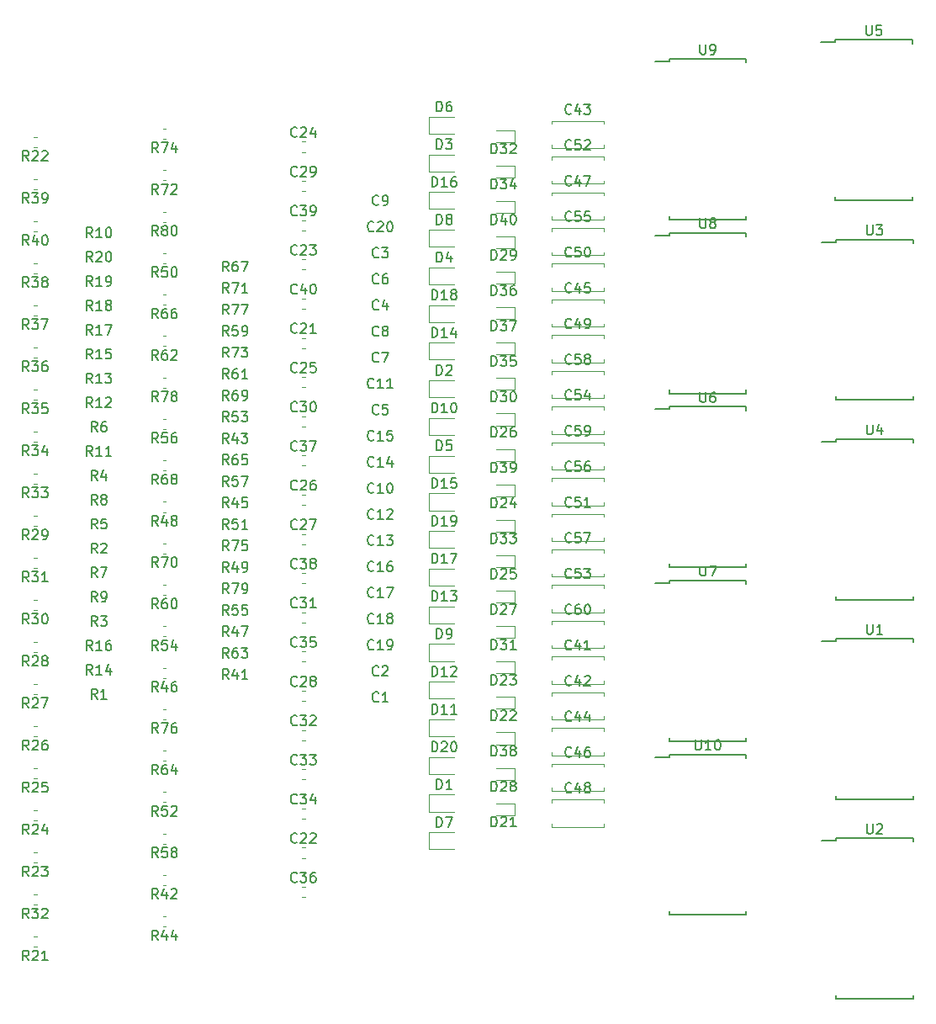
<source format=gto>
G04 #@! TF.GenerationSoftware,KiCad,Pcbnew,(5.1.5)-3*
G04 #@! TF.CreationDate,2020-02-15T00:31:26-08:00*
G04 #@! TF.ProjectId,practice,70726163-7469-4636-952e-6b696361645f,0.1*
G04 #@! TF.SameCoordinates,Original*
G04 #@! TF.FileFunction,Legend,Top*
G04 #@! TF.FilePolarity,Positive*
%FSLAX46Y46*%
G04 Gerber Fmt 4.6, Leading zero omitted, Abs format (unit mm)*
G04 Created by KiCad (PCBNEW (5.1.5)-3) date 2020-02-15 00:31:26*
%MOMM*%
%LPD*%
G04 APERTURE LIST*
%ADD10C,0.150000*%
%ADD11C,0.120000*%
%ADD12R,1.302000X0.502000*%
%ADD13C,0.100000*%
%ADD14C,1.702000*%
%ADD15R,0.702000X0.802000*%
%ADD16R,0.702000X0.552000*%
G04 APERTURE END LIST*
D10*
X179145000Y-106695000D02*
X177720000Y-106695000D01*
X179145000Y-122595000D02*
X186895000Y-122595000D01*
X179145000Y-106445000D02*
X186895000Y-106445000D01*
X179145000Y-122595000D02*
X179145000Y-122247500D01*
X186895000Y-122595000D02*
X186895000Y-122247500D01*
X186895000Y-106445000D02*
X186895000Y-106792500D01*
X179145000Y-106445000D02*
X179145000Y-106695000D01*
X179145000Y-36715000D02*
X177720000Y-36715000D01*
X179145000Y-52615000D02*
X186895000Y-52615000D01*
X179145000Y-36465000D02*
X186895000Y-36465000D01*
X179145000Y-52615000D02*
X179145000Y-52267500D01*
X186895000Y-52615000D02*
X186895000Y-52267500D01*
X186895000Y-36465000D02*
X186895000Y-36812500D01*
X179145000Y-36465000D02*
X179145000Y-36715000D01*
X179145000Y-54210000D02*
X177720000Y-54210000D01*
X179145000Y-70110000D02*
X186895000Y-70110000D01*
X179145000Y-53960000D02*
X186895000Y-53960000D01*
X179145000Y-70110000D02*
X179145000Y-69762500D01*
X186895000Y-70110000D02*
X186895000Y-69762500D01*
X186895000Y-53960000D02*
X186895000Y-54307500D01*
X179145000Y-53960000D02*
X179145000Y-54210000D01*
X179145000Y-89200000D02*
X177720000Y-89200000D01*
X179145000Y-105100000D02*
X186895000Y-105100000D01*
X179145000Y-88950000D02*
X186895000Y-88950000D01*
X179145000Y-105100000D02*
X179145000Y-104752500D01*
X186895000Y-105100000D02*
X186895000Y-104752500D01*
X186895000Y-88950000D02*
X186895000Y-89297500D01*
X179145000Y-88950000D02*
X179145000Y-89200000D01*
X179145000Y-71705000D02*
X177720000Y-71705000D01*
X179145000Y-87605000D02*
X186895000Y-87605000D01*
X179145000Y-71455000D02*
X186895000Y-71455000D01*
X179145000Y-87605000D02*
X179145000Y-87257500D01*
X186895000Y-87605000D02*
X186895000Y-87257500D01*
X186895000Y-71455000D02*
X186895000Y-71802500D01*
X179145000Y-71455000D02*
X179145000Y-71705000D01*
X195865000Y-34795000D02*
X194440000Y-34795000D01*
X195865000Y-50695000D02*
X203615000Y-50695000D01*
X195865000Y-34545000D02*
X203615000Y-34545000D01*
X195865000Y-50695000D02*
X195865000Y-50347500D01*
X203615000Y-50695000D02*
X203615000Y-50347500D01*
X203615000Y-34545000D02*
X203615000Y-34892500D01*
X195865000Y-34545000D02*
X195865000Y-34795000D01*
X195935000Y-74965000D02*
X194510000Y-74965000D01*
X195935000Y-90865000D02*
X203685000Y-90865000D01*
X195935000Y-74715000D02*
X203685000Y-74715000D01*
X195935000Y-90865000D02*
X195935000Y-90517500D01*
X203685000Y-90865000D02*
X203685000Y-90517500D01*
X203685000Y-74715000D02*
X203685000Y-75062500D01*
X195935000Y-74715000D02*
X195935000Y-74965000D01*
X195935000Y-54880000D02*
X194510000Y-54880000D01*
X195935000Y-70780000D02*
X203685000Y-70780000D01*
X195935000Y-54630000D02*
X203685000Y-54630000D01*
X195935000Y-70780000D02*
X195935000Y-70432500D01*
X203685000Y-70780000D02*
X203685000Y-70432500D01*
X203685000Y-54630000D02*
X203685000Y-54977500D01*
X195935000Y-54630000D02*
X195935000Y-54880000D01*
X195935000Y-115135000D02*
X194510000Y-115135000D01*
X195935000Y-131035000D02*
X203685000Y-131035000D01*
X195935000Y-114885000D02*
X203685000Y-114885000D01*
X195935000Y-131035000D02*
X195935000Y-130687500D01*
X203685000Y-131035000D02*
X203685000Y-130687500D01*
X203685000Y-114885000D02*
X203685000Y-115232500D01*
X195935000Y-114885000D02*
X195935000Y-115135000D01*
X195935000Y-95050000D02*
X194510000Y-95050000D01*
X195935000Y-110950000D02*
X203685000Y-110950000D01*
X195935000Y-94800000D02*
X203685000Y-94800000D01*
X195935000Y-110950000D02*
X195935000Y-110602500D01*
X203685000Y-110950000D02*
X203685000Y-110602500D01*
X203685000Y-94800000D02*
X203685000Y-95147500D01*
X195935000Y-94800000D02*
X195935000Y-95050000D01*
D11*
X128492802Y-51823174D02*
X128167244Y-51823174D01*
X128492802Y-52843174D02*
X128167244Y-52843174D01*
X128492802Y-68509486D02*
X128167244Y-68509486D01*
X128492802Y-69529486D02*
X128167244Y-69529486D01*
X128492802Y-101882110D02*
X128167244Y-101882110D01*
X128492802Y-102902110D02*
X128167244Y-102902110D01*
X128492802Y-43480000D02*
X128167244Y-43480000D01*
X128492802Y-44500000D02*
X128167244Y-44500000D01*
X128492802Y-47651596D02*
X128167244Y-47651596D01*
X128492802Y-48671596D02*
X128167244Y-48671596D01*
X128492802Y-85195798D02*
X128167244Y-85195798D01*
X128492802Y-86215798D02*
X128167244Y-86215798D01*
X128492802Y-76852642D02*
X128167244Y-76852642D01*
X128492802Y-77872642D02*
X128167244Y-77872642D01*
X128492802Y-60166330D02*
X128167244Y-60166330D01*
X128492802Y-61186330D02*
X128167244Y-61186330D01*
X128492802Y-106053688D02*
X128167244Y-106053688D01*
X128492802Y-107073688D02*
X128167244Y-107073688D01*
X128492802Y-64337908D02*
X128167244Y-64337908D01*
X128492802Y-65357908D02*
X128167244Y-65357908D01*
X128492802Y-89367376D02*
X128167244Y-89367376D01*
X128492802Y-90387376D02*
X128167244Y-90387376D01*
X128492802Y-114396844D02*
X128167244Y-114396844D01*
X128492802Y-115416844D02*
X128167244Y-115416844D01*
X128492802Y-72681064D02*
X128167244Y-72681064D01*
X128492802Y-73701064D02*
X128167244Y-73701064D01*
X128492802Y-93538954D02*
X128167244Y-93538954D01*
X128492802Y-94558954D02*
X128167244Y-94558954D01*
X128492802Y-110225266D02*
X128167244Y-110225266D01*
X128492802Y-111245266D02*
X128167244Y-111245266D01*
X128492802Y-55994752D02*
X128167244Y-55994752D01*
X128492802Y-57014752D02*
X128167244Y-57014752D01*
X128492802Y-81024220D02*
X128167244Y-81024220D01*
X128492802Y-82044220D02*
X128167244Y-82044220D01*
X128492802Y-97710532D02*
X128167244Y-97710532D01*
X128492802Y-98730532D02*
X128167244Y-98730532D01*
X128492802Y-122740000D02*
X128167244Y-122740000D01*
X128492802Y-123760000D02*
X128167244Y-123760000D01*
X128492802Y-118568422D02*
X128167244Y-118568422D01*
X128492802Y-119588422D02*
X128167244Y-119588422D01*
X172550000Y-95426576D02*
X172550000Y-95741576D01*
X172550000Y-93001576D02*
X172550000Y-93316576D01*
X167310000Y-95426576D02*
X167310000Y-95741576D01*
X167310000Y-93001576D02*
X167310000Y-93316576D01*
X167310000Y-95741576D02*
X172550000Y-95741576D01*
X167310000Y-93001576D02*
X172550000Y-93001576D01*
X172550000Y-77458156D02*
X172550000Y-77773156D01*
X172550000Y-75033156D02*
X172550000Y-75348156D01*
X167310000Y-77458156D02*
X167310000Y-77773156D01*
X167310000Y-75033156D02*
X167310000Y-75348156D01*
X167310000Y-77773156D02*
X172550000Y-77773156D01*
X167310000Y-75033156D02*
X172550000Y-75033156D01*
X172550000Y-70270788D02*
X172550000Y-70585788D01*
X172550000Y-67845788D02*
X172550000Y-68160788D01*
X167310000Y-70270788D02*
X167310000Y-70585788D01*
X167310000Y-67845788D02*
X167310000Y-68160788D01*
X167310000Y-70585788D02*
X172550000Y-70585788D01*
X167310000Y-67845788D02*
X172550000Y-67845788D01*
X172550000Y-88239208D02*
X172550000Y-88554208D01*
X172550000Y-85814208D02*
X172550000Y-86129208D01*
X167310000Y-88239208D02*
X167310000Y-88554208D01*
X167310000Y-85814208D02*
X167310000Y-86129208D01*
X167310000Y-88554208D02*
X172550000Y-88554208D01*
X167310000Y-85814208D02*
X172550000Y-85814208D01*
X172550000Y-81051840D02*
X172550000Y-81366840D01*
X172550000Y-78626840D02*
X172550000Y-78941840D01*
X167310000Y-81051840D02*
X167310000Y-81366840D01*
X167310000Y-78626840D02*
X167310000Y-78941840D01*
X167310000Y-81366840D02*
X172550000Y-81366840D01*
X167310000Y-78626840D02*
X172550000Y-78626840D01*
X172550000Y-55896052D02*
X172550000Y-56211052D01*
X172550000Y-53471052D02*
X172550000Y-53786052D01*
X167310000Y-55896052D02*
X167310000Y-56211052D01*
X167310000Y-53471052D02*
X167310000Y-53786052D01*
X167310000Y-56211052D02*
X172550000Y-56211052D01*
X167310000Y-53471052D02*
X172550000Y-53471052D01*
X172550000Y-73864472D02*
X172550000Y-74179472D01*
X172550000Y-71439472D02*
X172550000Y-71754472D01*
X167310000Y-73864472D02*
X167310000Y-74179472D01*
X167310000Y-71439472D02*
X167310000Y-71754472D01*
X167310000Y-74179472D02*
X172550000Y-74179472D01*
X167310000Y-71439472D02*
X172550000Y-71439472D01*
X172550000Y-91832892D02*
X172550000Y-92147892D01*
X172550000Y-89407892D02*
X172550000Y-89722892D01*
X167310000Y-91832892D02*
X167310000Y-92147892D01*
X167310000Y-89407892D02*
X167310000Y-89722892D01*
X167310000Y-92147892D02*
X172550000Y-92147892D01*
X167310000Y-89407892D02*
X172550000Y-89407892D01*
X172550000Y-48708684D02*
X172550000Y-49023684D01*
X172550000Y-46283684D02*
X172550000Y-46598684D01*
X167310000Y-48708684D02*
X167310000Y-49023684D01*
X167310000Y-46283684D02*
X167310000Y-46598684D01*
X167310000Y-49023684D02*
X172550000Y-49023684D01*
X167310000Y-46283684D02*
X172550000Y-46283684D01*
X172550000Y-84645524D02*
X172550000Y-84960524D01*
X172550000Y-82220524D02*
X172550000Y-82535524D01*
X167310000Y-84645524D02*
X167310000Y-84960524D01*
X167310000Y-82220524D02*
X167310000Y-82535524D01*
X167310000Y-84960524D02*
X172550000Y-84960524D01*
X167310000Y-82220524D02*
X172550000Y-82220524D01*
X172550000Y-59489736D02*
X172550000Y-59804736D01*
X172550000Y-57064736D02*
X172550000Y-57379736D01*
X167310000Y-59489736D02*
X167310000Y-59804736D01*
X167310000Y-57064736D02*
X167310000Y-57379736D01*
X167310000Y-59804736D02*
X172550000Y-59804736D01*
X167310000Y-57064736D02*
X172550000Y-57064736D01*
X172550000Y-66677104D02*
X172550000Y-66992104D01*
X172550000Y-64252104D02*
X172550000Y-64567104D01*
X167310000Y-66677104D02*
X167310000Y-66992104D01*
X167310000Y-64252104D02*
X167310000Y-64567104D01*
X167310000Y-66992104D02*
X172550000Y-66992104D01*
X167310000Y-64252104D02*
X172550000Y-64252104D01*
X172550000Y-113395000D02*
X172550000Y-113710000D01*
X172550000Y-110970000D02*
X172550000Y-111285000D01*
X167310000Y-113395000D02*
X167310000Y-113710000D01*
X167310000Y-110970000D02*
X167310000Y-111285000D01*
X167310000Y-113710000D02*
X172550000Y-113710000D01*
X167310000Y-110970000D02*
X172550000Y-110970000D01*
X172550000Y-52302368D02*
X172550000Y-52617368D01*
X172550000Y-49877368D02*
X172550000Y-50192368D01*
X167310000Y-52302368D02*
X167310000Y-52617368D01*
X167310000Y-49877368D02*
X167310000Y-50192368D01*
X167310000Y-52617368D02*
X172550000Y-52617368D01*
X167310000Y-49877368D02*
X172550000Y-49877368D01*
X172550000Y-109801312D02*
X172550000Y-110116312D01*
X172550000Y-107376312D02*
X172550000Y-107691312D01*
X167310000Y-109801312D02*
X167310000Y-110116312D01*
X167310000Y-107376312D02*
X167310000Y-107691312D01*
X167310000Y-110116312D02*
X172550000Y-110116312D01*
X167310000Y-107376312D02*
X172550000Y-107376312D01*
X172550000Y-63083420D02*
X172550000Y-63398420D01*
X172550000Y-60658420D02*
X172550000Y-60973420D01*
X167310000Y-63083420D02*
X167310000Y-63398420D01*
X167310000Y-60658420D02*
X167310000Y-60973420D01*
X167310000Y-63398420D02*
X172550000Y-63398420D01*
X167310000Y-60658420D02*
X172550000Y-60658420D01*
X172550000Y-106207628D02*
X172550000Y-106522628D01*
X172550000Y-103782628D02*
X172550000Y-104097628D01*
X167310000Y-106207628D02*
X167310000Y-106522628D01*
X167310000Y-103782628D02*
X167310000Y-104097628D01*
X167310000Y-106522628D02*
X172550000Y-106522628D01*
X167310000Y-103782628D02*
X172550000Y-103782628D01*
X172550000Y-45115000D02*
X172550000Y-45430000D01*
X172550000Y-42690000D02*
X172550000Y-43005000D01*
X167310000Y-45115000D02*
X167310000Y-45430000D01*
X167310000Y-42690000D02*
X167310000Y-43005000D01*
X167310000Y-45430000D02*
X172550000Y-45430000D01*
X167310000Y-42690000D02*
X172550000Y-42690000D01*
X172550000Y-102613944D02*
X172550000Y-102928944D01*
X172550000Y-100188944D02*
X172550000Y-100503944D01*
X167310000Y-102613944D02*
X167310000Y-102928944D01*
X167310000Y-100188944D02*
X167310000Y-100503944D01*
X167310000Y-102928944D02*
X172550000Y-102928944D01*
X167310000Y-100188944D02*
X172550000Y-100188944D01*
X172550000Y-99020260D02*
X172550000Y-99335260D01*
X172550000Y-96595260D02*
X172550000Y-96910260D01*
X167310000Y-99020260D02*
X167310000Y-99335260D01*
X167310000Y-96595260D02*
X167310000Y-96910260D01*
X167310000Y-99335260D02*
X172550000Y-99335260D01*
X167310000Y-96595260D02*
X172550000Y-96595260D01*
X115472789Y-52780023D02*
X115147231Y-52780023D01*
X115472789Y-53800023D02*
X115147231Y-53800023D01*
X115472789Y-48545287D02*
X115147231Y-48545287D01*
X115472789Y-49565287D02*
X115147231Y-49565287D01*
X115472789Y-57014759D02*
X115147231Y-57014759D01*
X115472789Y-58034759D02*
X115147231Y-58034759D01*
X115472789Y-61249495D02*
X115147231Y-61249495D01*
X115472789Y-62269495D02*
X115147231Y-62269495D01*
X115472789Y-65484231D02*
X115147231Y-65484231D01*
X115472789Y-66504231D02*
X115147231Y-66504231D01*
X115472789Y-69718967D02*
X115147231Y-69718967D01*
X115472789Y-70738967D02*
X115147231Y-70738967D01*
X115472789Y-73953703D02*
X115147231Y-73953703D01*
X115472789Y-74973703D02*
X115147231Y-74973703D01*
X115472789Y-78188439D02*
X115147231Y-78188439D01*
X115472789Y-79208439D02*
X115147231Y-79208439D01*
X115472789Y-120535799D02*
X115147231Y-120535799D01*
X115472789Y-121555799D02*
X115147231Y-121555799D01*
X115472789Y-86657911D02*
X115147231Y-86657911D01*
X115472789Y-87677911D02*
X115147231Y-87677911D01*
X115472789Y-90892647D02*
X115147231Y-90892647D01*
X115472789Y-91912647D02*
X115147231Y-91912647D01*
X115472789Y-82423175D02*
X115147231Y-82423175D01*
X115472789Y-83443175D02*
X115147231Y-83443175D01*
X115472789Y-95127383D02*
X115147231Y-95127383D01*
X115472789Y-96147383D02*
X115147231Y-96147383D01*
X115472789Y-99362119D02*
X115147231Y-99362119D01*
X115472789Y-100382119D02*
X115147231Y-100382119D01*
X115472789Y-103596855D02*
X115147231Y-103596855D01*
X115472789Y-104616855D02*
X115147231Y-104616855D01*
X115472789Y-107831591D02*
X115147231Y-107831591D01*
X115472789Y-108851591D02*
X115147231Y-108851591D01*
X115472789Y-112066327D02*
X115147231Y-112066327D01*
X115472789Y-113086327D02*
X115147231Y-113086327D01*
X115472789Y-116301063D02*
X115147231Y-116301063D01*
X115472789Y-117321063D02*
X115147231Y-117321063D01*
X115472789Y-44310535D02*
X115147231Y-44310535D01*
X115472789Y-45330535D02*
X115147231Y-45330535D01*
X115472789Y-124770535D02*
X115147231Y-124770535D01*
X115472789Y-125790535D02*
X115147231Y-125790535D01*
X161760000Y-50740529D02*
X163610000Y-50740529D01*
X161760000Y-51940529D02*
X163610000Y-51940529D01*
X163610000Y-51940529D02*
X163610000Y-50740529D01*
X161760000Y-75697370D02*
X163610000Y-75697370D01*
X161760000Y-76897370D02*
X163610000Y-76897370D01*
X163610000Y-76897370D02*
X163610000Y-75697370D01*
X161760000Y-104219474D02*
X163610000Y-104219474D01*
X161760000Y-105419474D02*
X163610000Y-105419474D01*
X163610000Y-105419474D02*
X163610000Y-104219474D01*
X161760000Y-61436318D02*
X163610000Y-61436318D01*
X161760000Y-62636318D02*
X163610000Y-62636318D01*
X163610000Y-62636318D02*
X163610000Y-61436318D01*
X161760000Y-57871055D02*
X163610000Y-57871055D01*
X161760000Y-59071055D02*
X163610000Y-59071055D01*
X163610000Y-59071055D02*
X163610000Y-57871055D01*
X161760000Y-65001581D02*
X163610000Y-65001581D01*
X161760000Y-66201581D02*
X163610000Y-66201581D01*
X163610000Y-66201581D02*
X163610000Y-65001581D01*
X161760000Y-47175266D02*
X163610000Y-47175266D01*
X161760000Y-48375266D02*
X163610000Y-48375266D01*
X163610000Y-48375266D02*
X163610000Y-47175266D01*
X161760000Y-82827896D02*
X163610000Y-82827896D01*
X161760000Y-84027896D02*
X163610000Y-84027896D01*
X163610000Y-84027896D02*
X163610000Y-82827896D01*
X161760000Y-43610000D02*
X163610000Y-43610000D01*
X161760000Y-44810000D02*
X163610000Y-44810000D01*
X163610000Y-44810000D02*
X163610000Y-43610000D01*
X161760000Y-93523685D02*
X163610000Y-93523685D01*
X161760000Y-94723685D02*
X163610000Y-94723685D01*
X163610000Y-94723685D02*
X163610000Y-93523685D01*
X161760000Y-68566844D02*
X163610000Y-68566844D01*
X161760000Y-69766844D02*
X163610000Y-69766844D01*
X163610000Y-69766844D02*
X163610000Y-68566844D01*
X161760000Y-54305792D02*
X163610000Y-54305792D01*
X161760000Y-55505792D02*
X163610000Y-55505792D01*
X163610000Y-55505792D02*
X163610000Y-54305792D01*
X161760000Y-107784737D02*
X163610000Y-107784737D01*
X161760000Y-108984737D02*
X163610000Y-108984737D01*
X163610000Y-108984737D02*
X163610000Y-107784737D01*
X161760000Y-89958422D02*
X163610000Y-89958422D01*
X161760000Y-91158422D02*
X163610000Y-91158422D01*
X163610000Y-91158422D02*
X163610000Y-89958422D01*
X161760000Y-72132107D02*
X163610000Y-72132107D01*
X161760000Y-73332107D02*
X163610000Y-73332107D01*
X163610000Y-73332107D02*
X163610000Y-72132107D01*
X161760000Y-86393159D02*
X163610000Y-86393159D01*
X161760000Y-87593159D02*
X163610000Y-87593159D01*
X163610000Y-87593159D02*
X163610000Y-86393159D01*
X161760000Y-79262633D02*
X163610000Y-79262633D01*
X161760000Y-80462633D02*
X163610000Y-80462633D01*
X163610000Y-80462633D02*
X163610000Y-79262633D01*
X161760000Y-97088948D02*
X163610000Y-97088948D01*
X161760000Y-98288948D02*
X163610000Y-98288948D01*
X163610000Y-98288948D02*
X163610000Y-97088948D01*
X161760000Y-100654211D02*
X163610000Y-100654211D01*
X161760000Y-101854211D02*
X163610000Y-101854211D01*
X163610000Y-101854211D02*
X163610000Y-100654211D01*
X161760000Y-111350000D02*
X163610000Y-111350000D01*
X161760000Y-112550000D02*
X163610000Y-112550000D01*
X163610000Y-112550000D02*
X163610000Y-111350000D01*
X154980000Y-106701041D02*
X157530000Y-106701041D01*
X154980000Y-108401041D02*
X157530000Y-108401041D01*
X154980000Y-106701041D02*
X154980000Y-108401041D01*
X154980000Y-83964203D02*
X157530000Y-83964203D01*
X154980000Y-85664203D02*
X157530000Y-85664203D01*
X154980000Y-83964203D02*
X154980000Y-85664203D01*
X154980000Y-61227365D02*
X157530000Y-61227365D01*
X154980000Y-62927365D02*
X157530000Y-62927365D01*
X154980000Y-61227365D02*
X154980000Y-62927365D01*
X154980000Y-87753676D02*
X157530000Y-87753676D01*
X154980000Y-89453676D02*
X157530000Y-89453676D01*
X154980000Y-87753676D02*
X154980000Y-89453676D01*
X154980000Y-49858946D02*
X157530000Y-49858946D01*
X154980000Y-51558946D02*
X157530000Y-51558946D01*
X154980000Y-49858946D02*
X154980000Y-51558946D01*
X154980000Y-80174730D02*
X157530000Y-80174730D01*
X154980000Y-81874730D02*
X157530000Y-81874730D01*
X154980000Y-80174730D02*
X154980000Y-81874730D01*
X154980000Y-65016838D02*
X157530000Y-65016838D01*
X154980000Y-66716838D02*
X157530000Y-66716838D01*
X154980000Y-65016838D02*
X154980000Y-66716838D01*
X154980000Y-91543149D02*
X157530000Y-91543149D01*
X154980000Y-93243149D02*
X157530000Y-93243149D01*
X154980000Y-91543149D02*
X154980000Y-93243149D01*
X154980000Y-99122095D02*
X157530000Y-99122095D01*
X154980000Y-100822095D02*
X157530000Y-100822095D01*
X154980000Y-99122095D02*
X154980000Y-100822095D01*
X154980000Y-102911568D02*
X157530000Y-102911568D01*
X154980000Y-104611568D02*
X157530000Y-104611568D01*
X154980000Y-102911568D02*
X154980000Y-104611568D01*
X154980000Y-72595784D02*
X157530000Y-72595784D01*
X154980000Y-74295784D02*
X157530000Y-74295784D01*
X154980000Y-72595784D02*
X154980000Y-74295784D01*
X154980000Y-95332622D02*
X157530000Y-95332622D01*
X154980000Y-97032622D02*
X157530000Y-97032622D01*
X154980000Y-95332622D02*
X154980000Y-97032622D01*
X154980000Y-53648419D02*
X157530000Y-53648419D01*
X154980000Y-55348419D02*
X157530000Y-55348419D01*
X154980000Y-53648419D02*
X154980000Y-55348419D01*
X154980000Y-114280000D02*
X157530000Y-114280000D01*
X154980000Y-115980000D02*
X157530000Y-115980000D01*
X154980000Y-114280000D02*
X154980000Y-115980000D01*
X154980000Y-42280000D02*
X157530000Y-42280000D01*
X154980000Y-43980000D02*
X157530000Y-43980000D01*
X154980000Y-42280000D02*
X154980000Y-43980000D01*
X154980000Y-76385257D02*
X157530000Y-76385257D01*
X154980000Y-78085257D02*
X157530000Y-78085257D01*
X154980000Y-76385257D02*
X154980000Y-78085257D01*
X154980000Y-57437892D02*
X157530000Y-57437892D01*
X154980000Y-59137892D02*
X157530000Y-59137892D01*
X154980000Y-57437892D02*
X154980000Y-59137892D01*
X154980000Y-46069473D02*
X157530000Y-46069473D01*
X154980000Y-47769473D02*
X157530000Y-47769473D01*
X154980000Y-46069473D02*
X154980000Y-47769473D01*
X154980000Y-68806311D02*
X157530000Y-68806311D01*
X154980000Y-70506311D02*
X157530000Y-70506311D01*
X154980000Y-68806311D02*
X154980000Y-70506311D01*
X154980000Y-110490514D02*
X157530000Y-110490514D01*
X154980000Y-112190514D02*
X157530000Y-112190514D01*
X154980000Y-110490514D02*
X154980000Y-112190514D01*
X142157221Y-61595260D02*
X142482779Y-61595260D01*
X142157221Y-60575260D02*
X142482779Y-60575260D01*
X142157221Y-53702630D02*
X142482779Y-53702630D01*
X142157221Y-52682630D02*
X142482779Y-52682630D01*
X142157221Y-89219465D02*
X142482779Y-89219465D01*
X142157221Y-88199465D02*
X142482779Y-88199465D01*
X142157221Y-77380520D02*
X142482779Y-77380520D01*
X142157221Y-76360520D02*
X142482779Y-76360520D01*
X142157221Y-120790000D02*
X142482779Y-120790000D01*
X142157221Y-119770000D02*
X142482779Y-119770000D01*
X142157221Y-97112095D02*
X142482779Y-97112095D01*
X142157221Y-96092095D02*
X142482779Y-96092095D01*
X142157221Y-112897355D02*
X142482779Y-112897355D01*
X142157221Y-111877355D02*
X142482779Y-111877355D01*
X142157221Y-108951040D02*
X142482779Y-108951040D01*
X142157221Y-107931040D02*
X142482779Y-107931040D01*
X142157221Y-105004725D02*
X142482779Y-105004725D01*
X142157221Y-103984725D02*
X142482779Y-103984725D01*
X142157221Y-93165780D02*
X142482779Y-93165780D01*
X142157221Y-92145780D02*
X142482779Y-92145780D01*
X142157221Y-73434205D02*
X142482779Y-73434205D01*
X142157221Y-72414205D02*
X142482779Y-72414205D01*
X142157221Y-49756315D02*
X142482779Y-49756315D01*
X142157221Y-48736315D02*
X142482779Y-48736315D01*
X142157221Y-101058410D02*
X142482779Y-101058410D01*
X142157221Y-100038410D02*
X142482779Y-100038410D01*
X142157221Y-85273150D02*
X142482779Y-85273150D01*
X142157221Y-84253150D02*
X142482779Y-84253150D01*
X142157221Y-81326835D02*
X142482779Y-81326835D01*
X142157221Y-80306835D02*
X142482779Y-80306835D01*
X142157221Y-69487890D02*
X142482779Y-69487890D01*
X142157221Y-68467890D02*
X142482779Y-68467890D01*
X142157221Y-45810000D02*
X142482779Y-45810000D01*
X142157221Y-44790000D02*
X142482779Y-44790000D01*
X142157221Y-57648945D02*
X142482779Y-57648945D01*
X142157221Y-56628945D02*
X142482779Y-56628945D01*
X142157221Y-116843670D02*
X142482779Y-116843670D01*
X142157221Y-115823670D02*
X142482779Y-115823670D01*
X142157221Y-65541575D02*
X142482779Y-65541575D01*
X142157221Y-64521575D02*
X142482779Y-64521575D01*
D10*
X181781904Y-104972380D02*
X181781904Y-105781904D01*
X181829523Y-105877142D01*
X181877142Y-105924761D01*
X181972380Y-105972380D01*
X182162857Y-105972380D01*
X182258095Y-105924761D01*
X182305714Y-105877142D01*
X182353333Y-105781904D01*
X182353333Y-104972380D01*
X183353333Y-105972380D02*
X182781904Y-105972380D01*
X183067619Y-105972380D02*
X183067619Y-104972380D01*
X182972380Y-105115238D01*
X182877142Y-105210476D01*
X182781904Y-105258095D01*
X183972380Y-104972380D02*
X184067619Y-104972380D01*
X184162857Y-105020000D01*
X184210476Y-105067619D01*
X184258095Y-105162857D01*
X184305714Y-105353333D01*
X184305714Y-105591428D01*
X184258095Y-105781904D01*
X184210476Y-105877142D01*
X184162857Y-105924761D01*
X184067619Y-105972380D01*
X183972380Y-105972380D01*
X183877142Y-105924761D01*
X183829523Y-105877142D01*
X183781904Y-105781904D01*
X183734285Y-105591428D01*
X183734285Y-105353333D01*
X183781904Y-105162857D01*
X183829523Y-105067619D01*
X183877142Y-105020000D01*
X183972380Y-104972380D01*
X182258095Y-34992380D02*
X182258095Y-35801904D01*
X182305714Y-35897142D01*
X182353333Y-35944761D01*
X182448571Y-35992380D01*
X182639047Y-35992380D01*
X182734285Y-35944761D01*
X182781904Y-35897142D01*
X182829523Y-35801904D01*
X182829523Y-34992380D01*
X183353333Y-35992380D02*
X183543809Y-35992380D01*
X183639047Y-35944761D01*
X183686666Y-35897142D01*
X183781904Y-35754285D01*
X183829523Y-35563809D01*
X183829523Y-35182857D01*
X183781904Y-35087619D01*
X183734285Y-35040000D01*
X183639047Y-34992380D01*
X183448571Y-34992380D01*
X183353333Y-35040000D01*
X183305714Y-35087619D01*
X183258095Y-35182857D01*
X183258095Y-35420952D01*
X183305714Y-35516190D01*
X183353333Y-35563809D01*
X183448571Y-35611428D01*
X183639047Y-35611428D01*
X183734285Y-35563809D01*
X183781904Y-35516190D01*
X183829523Y-35420952D01*
X182258095Y-52487380D02*
X182258095Y-53296904D01*
X182305714Y-53392142D01*
X182353333Y-53439761D01*
X182448571Y-53487380D01*
X182639047Y-53487380D01*
X182734285Y-53439761D01*
X182781904Y-53392142D01*
X182829523Y-53296904D01*
X182829523Y-52487380D01*
X183448571Y-52915952D02*
X183353333Y-52868333D01*
X183305714Y-52820714D01*
X183258095Y-52725476D01*
X183258095Y-52677857D01*
X183305714Y-52582619D01*
X183353333Y-52535000D01*
X183448571Y-52487380D01*
X183639047Y-52487380D01*
X183734285Y-52535000D01*
X183781904Y-52582619D01*
X183829523Y-52677857D01*
X183829523Y-52725476D01*
X183781904Y-52820714D01*
X183734285Y-52868333D01*
X183639047Y-52915952D01*
X183448571Y-52915952D01*
X183353333Y-52963571D01*
X183305714Y-53011190D01*
X183258095Y-53106428D01*
X183258095Y-53296904D01*
X183305714Y-53392142D01*
X183353333Y-53439761D01*
X183448571Y-53487380D01*
X183639047Y-53487380D01*
X183734285Y-53439761D01*
X183781904Y-53392142D01*
X183829523Y-53296904D01*
X183829523Y-53106428D01*
X183781904Y-53011190D01*
X183734285Y-52963571D01*
X183639047Y-52915952D01*
X182258095Y-87477380D02*
X182258095Y-88286904D01*
X182305714Y-88382142D01*
X182353333Y-88429761D01*
X182448571Y-88477380D01*
X182639047Y-88477380D01*
X182734285Y-88429761D01*
X182781904Y-88382142D01*
X182829523Y-88286904D01*
X182829523Y-87477380D01*
X183210476Y-87477380D02*
X183877142Y-87477380D01*
X183448571Y-88477380D01*
X182258095Y-69982380D02*
X182258095Y-70791904D01*
X182305714Y-70887142D01*
X182353333Y-70934761D01*
X182448571Y-70982380D01*
X182639047Y-70982380D01*
X182734285Y-70934761D01*
X182781904Y-70887142D01*
X182829523Y-70791904D01*
X182829523Y-69982380D01*
X183734285Y-69982380D02*
X183543809Y-69982380D01*
X183448571Y-70030000D01*
X183400952Y-70077619D01*
X183305714Y-70220476D01*
X183258095Y-70410952D01*
X183258095Y-70791904D01*
X183305714Y-70887142D01*
X183353333Y-70934761D01*
X183448571Y-70982380D01*
X183639047Y-70982380D01*
X183734285Y-70934761D01*
X183781904Y-70887142D01*
X183829523Y-70791904D01*
X183829523Y-70553809D01*
X183781904Y-70458571D01*
X183734285Y-70410952D01*
X183639047Y-70363333D01*
X183448571Y-70363333D01*
X183353333Y-70410952D01*
X183305714Y-70458571D01*
X183258095Y-70553809D01*
X198978095Y-33072380D02*
X198978095Y-33881904D01*
X199025714Y-33977142D01*
X199073333Y-34024761D01*
X199168571Y-34072380D01*
X199359047Y-34072380D01*
X199454285Y-34024761D01*
X199501904Y-33977142D01*
X199549523Y-33881904D01*
X199549523Y-33072380D01*
X200501904Y-33072380D02*
X200025714Y-33072380D01*
X199978095Y-33548571D01*
X200025714Y-33500952D01*
X200120952Y-33453333D01*
X200359047Y-33453333D01*
X200454285Y-33500952D01*
X200501904Y-33548571D01*
X200549523Y-33643809D01*
X200549523Y-33881904D01*
X200501904Y-33977142D01*
X200454285Y-34024761D01*
X200359047Y-34072380D01*
X200120952Y-34072380D01*
X200025714Y-34024761D01*
X199978095Y-33977142D01*
X199048095Y-73242380D02*
X199048095Y-74051904D01*
X199095714Y-74147142D01*
X199143333Y-74194761D01*
X199238571Y-74242380D01*
X199429047Y-74242380D01*
X199524285Y-74194761D01*
X199571904Y-74147142D01*
X199619523Y-74051904D01*
X199619523Y-73242380D01*
X200524285Y-73575714D02*
X200524285Y-74242380D01*
X200286190Y-73194761D02*
X200048095Y-73909047D01*
X200667142Y-73909047D01*
X199048095Y-53157380D02*
X199048095Y-53966904D01*
X199095714Y-54062142D01*
X199143333Y-54109761D01*
X199238571Y-54157380D01*
X199429047Y-54157380D01*
X199524285Y-54109761D01*
X199571904Y-54062142D01*
X199619523Y-53966904D01*
X199619523Y-53157380D01*
X200000476Y-53157380D02*
X200619523Y-53157380D01*
X200286190Y-53538333D01*
X200429047Y-53538333D01*
X200524285Y-53585952D01*
X200571904Y-53633571D01*
X200619523Y-53728809D01*
X200619523Y-53966904D01*
X200571904Y-54062142D01*
X200524285Y-54109761D01*
X200429047Y-54157380D01*
X200143333Y-54157380D01*
X200048095Y-54109761D01*
X200000476Y-54062142D01*
X199048095Y-113412380D02*
X199048095Y-114221904D01*
X199095714Y-114317142D01*
X199143333Y-114364761D01*
X199238571Y-114412380D01*
X199429047Y-114412380D01*
X199524285Y-114364761D01*
X199571904Y-114317142D01*
X199619523Y-114221904D01*
X199619523Y-113412380D01*
X200048095Y-113507619D02*
X200095714Y-113460000D01*
X200190952Y-113412380D01*
X200429047Y-113412380D01*
X200524285Y-113460000D01*
X200571904Y-113507619D01*
X200619523Y-113602857D01*
X200619523Y-113698095D01*
X200571904Y-113840952D01*
X200000476Y-114412380D01*
X200619523Y-114412380D01*
X199048095Y-93327380D02*
X199048095Y-94136904D01*
X199095714Y-94232142D01*
X199143333Y-94279761D01*
X199238571Y-94327380D01*
X199429047Y-94327380D01*
X199524285Y-94279761D01*
X199571904Y-94232142D01*
X199619523Y-94136904D01*
X199619523Y-93327380D01*
X200619523Y-94327380D02*
X200048095Y-94327380D01*
X200333809Y-94327380D02*
X200333809Y-93327380D01*
X200238571Y-93470238D01*
X200143333Y-93565476D01*
X200048095Y-93613095D01*
X127687165Y-54215554D02*
X127353832Y-53739364D01*
X127115737Y-54215554D02*
X127115737Y-53215554D01*
X127496689Y-53215554D01*
X127591927Y-53263174D01*
X127639546Y-53310793D01*
X127687165Y-53406031D01*
X127687165Y-53548888D01*
X127639546Y-53644126D01*
X127591927Y-53691745D01*
X127496689Y-53739364D01*
X127115737Y-53739364D01*
X128258594Y-53644126D02*
X128163356Y-53596507D01*
X128115737Y-53548888D01*
X128068118Y-53453650D01*
X128068118Y-53406031D01*
X128115737Y-53310793D01*
X128163356Y-53263174D01*
X128258594Y-53215554D01*
X128449070Y-53215554D01*
X128544308Y-53263174D01*
X128591927Y-53310793D01*
X128639546Y-53406031D01*
X128639546Y-53453650D01*
X128591927Y-53548888D01*
X128544308Y-53596507D01*
X128449070Y-53644126D01*
X128258594Y-53644126D01*
X128163356Y-53691745D01*
X128115737Y-53739364D01*
X128068118Y-53834602D01*
X128068118Y-54025078D01*
X128115737Y-54120316D01*
X128163356Y-54167935D01*
X128258594Y-54215554D01*
X128449070Y-54215554D01*
X128544308Y-54167935D01*
X128591927Y-54120316D01*
X128639546Y-54025078D01*
X128639546Y-53834602D01*
X128591927Y-53739364D01*
X128544308Y-53691745D01*
X128449070Y-53644126D01*
X129258594Y-53215554D02*
X129353832Y-53215554D01*
X129449070Y-53263174D01*
X129496689Y-53310793D01*
X129544308Y-53406031D01*
X129591927Y-53596507D01*
X129591927Y-53834602D01*
X129544308Y-54025078D01*
X129496689Y-54120316D01*
X129449070Y-54167935D01*
X129353832Y-54215554D01*
X129258594Y-54215554D01*
X129163356Y-54167935D01*
X129115737Y-54120316D01*
X129068118Y-54025078D01*
X129020499Y-53834602D01*
X129020499Y-53596507D01*
X129068118Y-53406031D01*
X129115737Y-53310793D01*
X129163356Y-53263174D01*
X129258594Y-53215554D01*
X134787142Y-90230276D02*
X134453809Y-89754086D01*
X134215714Y-90230276D02*
X134215714Y-89230276D01*
X134596666Y-89230276D01*
X134691904Y-89277896D01*
X134739523Y-89325515D01*
X134787142Y-89420753D01*
X134787142Y-89563610D01*
X134739523Y-89658848D01*
X134691904Y-89706467D01*
X134596666Y-89754086D01*
X134215714Y-89754086D01*
X135120476Y-89230276D02*
X135787142Y-89230276D01*
X135358571Y-90230276D01*
X136215714Y-90230276D02*
X136406190Y-90230276D01*
X136501428Y-90182657D01*
X136549047Y-90135038D01*
X136644285Y-89992181D01*
X136691904Y-89801705D01*
X136691904Y-89420753D01*
X136644285Y-89325515D01*
X136596666Y-89277896D01*
X136501428Y-89230276D01*
X136310952Y-89230276D01*
X136215714Y-89277896D01*
X136168095Y-89325515D01*
X136120476Y-89420753D01*
X136120476Y-89658848D01*
X136168095Y-89754086D01*
X136215714Y-89801705D01*
X136310952Y-89849324D01*
X136501428Y-89849324D01*
X136596666Y-89801705D01*
X136644285Y-89754086D01*
X136691904Y-89658848D01*
X127687165Y-70901866D02*
X127353832Y-70425676D01*
X127115737Y-70901866D02*
X127115737Y-69901866D01*
X127496689Y-69901866D01*
X127591927Y-69949486D01*
X127639546Y-69997105D01*
X127687165Y-70092343D01*
X127687165Y-70235200D01*
X127639546Y-70330438D01*
X127591927Y-70378057D01*
X127496689Y-70425676D01*
X127115737Y-70425676D01*
X128020499Y-69901866D02*
X128687165Y-69901866D01*
X128258594Y-70901866D01*
X129210975Y-70330438D02*
X129115737Y-70282819D01*
X129068118Y-70235200D01*
X129020499Y-70139962D01*
X129020499Y-70092343D01*
X129068118Y-69997105D01*
X129115737Y-69949486D01*
X129210975Y-69901866D01*
X129401451Y-69901866D01*
X129496689Y-69949486D01*
X129544308Y-69997105D01*
X129591927Y-70092343D01*
X129591927Y-70139962D01*
X129544308Y-70235200D01*
X129496689Y-70282819D01*
X129401451Y-70330438D01*
X129210975Y-70330438D01*
X129115737Y-70378057D01*
X129068118Y-70425676D01*
X129020499Y-70520914D01*
X129020499Y-70711390D01*
X129068118Y-70806628D01*
X129115737Y-70854247D01*
X129210975Y-70901866D01*
X129401451Y-70901866D01*
X129496689Y-70854247D01*
X129544308Y-70806628D01*
X129591927Y-70711390D01*
X129591927Y-70520914D01*
X129544308Y-70425676D01*
X129496689Y-70378057D01*
X129401451Y-70330438D01*
X134787142Y-62143438D02*
X134453809Y-61667248D01*
X134215714Y-62143438D02*
X134215714Y-61143438D01*
X134596666Y-61143438D01*
X134691904Y-61191058D01*
X134739523Y-61238677D01*
X134787142Y-61333915D01*
X134787142Y-61476772D01*
X134739523Y-61572010D01*
X134691904Y-61619629D01*
X134596666Y-61667248D01*
X134215714Y-61667248D01*
X135120476Y-61143438D02*
X135787142Y-61143438D01*
X135358571Y-62143438D01*
X136072857Y-61143438D02*
X136739523Y-61143438D01*
X136310952Y-62143438D01*
X127687165Y-104274490D02*
X127353832Y-103798300D01*
X127115737Y-104274490D02*
X127115737Y-103274490D01*
X127496689Y-103274490D01*
X127591927Y-103322110D01*
X127639546Y-103369729D01*
X127687165Y-103464967D01*
X127687165Y-103607824D01*
X127639546Y-103703062D01*
X127591927Y-103750681D01*
X127496689Y-103798300D01*
X127115737Y-103798300D01*
X128020499Y-103274490D02*
X128687165Y-103274490D01*
X128258594Y-104274490D01*
X129496689Y-103274490D02*
X129306213Y-103274490D01*
X129210975Y-103322110D01*
X129163356Y-103369729D01*
X129068118Y-103512586D01*
X129020499Y-103703062D01*
X129020499Y-104084014D01*
X129068118Y-104179252D01*
X129115737Y-104226871D01*
X129210975Y-104274490D01*
X129401451Y-104274490D01*
X129496689Y-104226871D01*
X129544308Y-104179252D01*
X129591927Y-104084014D01*
X129591927Y-103845919D01*
X129544308Y-103750681D01*
X129496689Y-103703062D01*
X129401451Y-103655443D01*
X129210975Y-103655443D01*
X129115737Y-103703062D01*
X129068118Y-103750681D01*
X129020499Y-103845919D01*
X134787142Y-85909224D02*
X134453809Y-85433034D01*
X134215714Y-85909224D02*
X134215714Y-84909224D01*
X134596666Y-84909224D01*
X134691904Y-84956844D01*
X134739523Y-85004463D01*
X134787142Y-85099701D01*
X134787142Y-85242558D01*
X134739523Y-85337796D01*
X134691904Y-85385415D01*
X134596666Y-85433034D01*
X134215714Y-85433034D01*
X135120476Y-84909224D02*
X135787142Y-84909224D01*
X135358571Y-85909224D01*
X136644285Y-84909224D02*
X136168095Y-84909224D01*
X136120476Y-85385415D01*
X136168095Y-85337796D01*
X136263333Y-85290177D01*
X136501428Y-85290177D01*
X136596666Y-85337796D01*
X136644285Y-85385415D01*
X136691904Y-85480653D01*
X136691904Y-85718748D01*
X136644285Y-85813986D01*
X136596666Y-85861605D01*
X136501428Y-85909224D01*
X136263333Y-85909224D01*
X136168095Y-85861605D01*
X136120476Y-85813986D01*
X127687165Y-45872380D02*
X127353832Y-45396190D01*
X127115737Y-45872380D02*
X127115737Y-44872380D01*
X127496689Y-44872380D01*
X127591927Y-44920000D01*
X127639546Y-44967619D01*
X127687165Y-45062857D01*
X127687165Y-45205714D01*
X127639546Y-45300952D01*
X127591927Y-45348571D01*
X127496689Y-45396190D01*
X127115737Y-45396190D01*
X128020499Y-44872380D02*
X128687165Y-44872380D01*
X128258594Y-45872380D01*
X129496689Y-45205714D02*
X129496689Y-45872380D01*
X129258594Y-44824761D02*
X129020499Y-45539047D01*
X129639546Y-45539047D01*
X134787142Y-66464490D02*
X134453809Y-65988300D01*
X134215714Y-66464490D02*
X134215714Y-65464490D01*
X134596666Y-65464490D01*
X134691904Y-65512110D01*
X134739523Y-65559729D01*
X134787142Y-65654967D01*
X134787142Y-65797824D01*
X134739523Y-65893062D01*
X134691904Y-65940681D01*
X134596666Y-65988300D01*
X134215714Y-65988300D01*
X135120476Y-65464490D02*
X135787142Y-65464490D01*
X135358571Y-66464490D01*
X136072857Y-65464490D02*
X136691904Y-65464490D01*
X136358571Y-65845443D01*
X136501428Y-65845443D01*
X136596666Y-65893062D01*
X136644285Y-65940681D01*
X136691904Y-66035919D01*
X136691904Y-66274014D01*
X136644285Y-66369252D01*
X136596666Y-66416871D01*
X136501428Y-66464490D01*
X136215714Y-66464490D01*
X136120476Y-66416871D01*
X136072857Y-66369252D01*
X127687165Y-50043976D02*
X127353832Y-49567786D01*
X127115737Y-50043976D02*
X127115737Y-49043976D01*
X127496689Y-49043976D01*
X127591927Y-49091596D01*
X127639546Y-49139215D01*
X127687165Y-49234453D01*
X127687165Y-49377310D01*
X127639546Y-49472548D01*
X127591927Y-49520167D01*
X127496689Y-49567786D01*
X127115737Y-49567786D01*
X128020499Y-49043976D02*
X128687165Y-49043976D01*
X128258594Y-50043976D01*
X129020499Y-49139215D02*
X129068118Y-49091596D01*
X129163356Y-49043976D01*
X129401451Y-49043976D01*
X129496689Y-49091596D01*
X129544308Y-49139215D01*
X129591927Y-49234453D01*
X129591927Y-49329691D01*
X129544308Y-49472548D01*
X128972880Y-50043976D01*
X129591927Y-50043976D01*
X134787142Y-59982912D02*
X134453809Y-59506722D01*
X134215714Y-59982912D02*
X134215714Y-58982912D01*
X134596666Y-58982912D01*
X134691904Y-59030532D01*
X134739523Y-59078151D01*
X134787142Y-59173389D01*
X134787142Y-59316246D01*
X134739523Y-59411484D01*
X134691904Y-59459103D01*
X134596666Y-59506722D01*
X134215714Y-59506722D01*
X135120476Y-58982912D02*
X135787142Y-58982912D01*
X135358571Y-59982912D01*
X136691904Y-59982912D02*
X136120476Y-59982912D01*
X136406190Y-59982912D02*
X136406190Y-58982912D01*
X136310952Y-59125770D01*
X136215714Y-59221008D01*
X136120476Y-59268627D01*
X127687165Y-87588178D02*
X127353832Y-87111988D01*
X127115737Y-87588178D02*
X127115737Y-86588178D01*
X127496689Y-86588178D01*
X127591927Y-86635798D01*
X127639546Y-86683417D01*
X127687165Y-86778655D01*
X127687165Y-86921512D01*
X127639546Y-87016750D01*
X127591927Y-87064369D01*
X127496689Y-87111988D01*
X127115737Y-87111988D01*
X128020499Y-86588178D02*
X128687165Y-86588178D01*
X128258594Y-87588178D01*
X129258594Y-86588178D02*
X129353832Y-86588178D01*
X129449070Y-86635798D01*
X129496689Y-86683417D01*
X129544308Y-86778655D01*
X129591927Y-86969131D01*
X129591927Y-87207226D01*
X129544308Y-87397702D01*
X129496689Y-87492940D01*
X129449070Y-87540559D01*
X129353832Y-87588178D01*
X129258594Y-87588178D01*
X129163356Y-87540559D01*
X129115737Y-87492940D01*
X129068118Y-87397702D01*
X129020499Y-87207226D01*
X129020499Y-86969131D01*
X129068118Y-86778655D01*
X129115737Y-86683417D01*
X129163356Y-86635798D01*
X129258594Y-86588178D01*
X134787142Y-70785542D02*
X134453809Y-70309352D01*
X134215714Y-70785542D02*
X134215714Y-69785542D01*
X134596666Y-69785542D01*
X134691904Y-69833162D01*
X134739523Y-69880781D01*
X134787142Y-69976019D01*
X134787142Y-70118876D01*
X134739523Y-70214114D01*
X134691904Y-70261733D01*
X134596666Y-70309352D01*
X134215714Y-70309352D01*
X135644285Y-69785542D02*
X135453809Y-69785542D01*
X135358571Y-69833162D01*
X135310952Y-69880781D01*
X135215714Y-70023638D01*
X135168095Y-70214114D01*
X135168095Y-70595066D01*
X135215714Y-70690304D01*
X135263333Y-70737923D01*
X135358571Y-70785542D01*
X135549047Y-70785542D01*
X135644285Y-70737923D01*
X135691904Y-70690304D01*
X135739523Y-70595066D01*
X135739523Y-70356971D01*
X135691904Y-70261733D01*
X135644285Y-70214114D01*
X135549047Y-70166495D01*
X135358571Y-70166495D01*
X135263333Y-70214114D01*
X135215714Y-70261733D01*
X135168095Y-70356971D01*
X136215714Y-70785542D02*
X136406190Y-70785542D01*
X136501428Y-70737923D01*
X136549047Y-70690304D01*
X136644285Y-70547447D01*
X136691904Y-70356971D01*
X136691904Y-69976019D01*
X136644285Y-69880781D01*
X136596666Y-69833162D01*
X136501428Y-69785542D01*
X136310952Y-69785542D01*
X136215714Y-69833162D01*
X136168095Y-69880781D01*
X136120476Y-69976019D01*
X136120476Y-70214114D01*
X136168095Y-70309352D01*
X136215714Y-70356971D01*
X136310952Y-70404590D01*
X136501428Y-70404590D01*
X136596666Y-70356971D01*
X136644285Y-70309352D01*
X136691904Y-70214114D01*
X127687165Y-79245022D02*
X127353832Y-78768832D01*
X127115737Y-79245022D02*
X127115737Y-78245022D01*
X127496689Y-78245022D01*
X127591927Y-78292642D01*
X127639546Y-78340261D01*
X127687165Y-78435499D01*
X127687165Y-78578356D01*
X127639546Y-78673594D01*
X127591927Y-78721213D01*
X127496689Y-78768832D01*
X127115737Y-78768832D01*
X128544308Y-78245022D02*
X128353832Y-78245022D01*
X128258594Y-78292642D01*
X128210975Y-78340261D01*
X128115737Y-78483118D01*
X128068118Y-78673594D01*
X128068118Y-79054546D01*
X128115737Y-79149784D01*
X128163356Y-79197403D01*
X128258594Y-79245022D01*
X128449070Y-79245022D01*
X128544308Y-79197403D01*
X128591927Y-79149784D01*
X128639546Y-79054546D01*
X128639546Y-78816451D01*
X128591927Y-78721213D01*
X128544308Y-78673594D01*
X128449070Y-78625975D01*
X128258594Y-78625975D01*
X128163356Y-78673594D01*
X128115737Y-78721213D01*
X128068118Y-78816451D01*
X129210975Y-78673594D02*
X129115737Y-78625975D01*
X129068118Y-78578356D01*
X129020499Y-78483118D01*
X129020499Y-78435499D01*
X129068118Y-78340261D01*
X129115737Y-78292642D01*
X129210975Y-78245022D01*
X129401451Y-78245022D01*
X129496689Y-78292642D01*
X129544308Y-78340261D01*
X129591927Y-78435499D01*
X129591927Y-78483118D01*
X129544308Y-78578356D01*
X129496689Y-78625975D01*
X129401451Y-78673594D01*
X129210975Y-78673594D01*
X129115737Y-78721213D01*
X129068118Y-78768832D01*
X129020499Y-78864070D01*
X129020499Y-79054546D01*
X129068118Y-79149784D01*
X129115737Y-79197403D01*
X129210975Y-79245022D01*
X129401451Y-79245022D01*
X129496689Y-79197403D01*
X129544308Y-79149784D01*
X129591927Y-79054546D01*
X129591927Y-78864070D01*
X129544308Y-78768832D01*
X129496689Y-78721213D01*
X129401451Y-78673594D01*
X134787142Y-57822380D02*
X134453809Y-57346190D01*
X134215714Y-57822380D02*
X134215714Y-56822380D01*
X134596666Y-56822380D01*
X134691904Y-56870000D01*
X134739523Y-56917619D01*
X134787142Y-57012857D01*
X134787142Y-57155714D01*
X134739523Y-57250952D01*
X134691904Y-57298571D01*
X134596666Y-57346190D01*
X134215714Y-57346190D01*
X135644285Y-56822380D02*
X135453809Y-56822380D01*
X135358571Y-56870000D01*
X135310952Y-56917619D01*
X135215714Y-57060476D01*
X135168095Y-57250952D01*
X135168095Y-57631904D01*
X135215714Y-57727142D01*
X135263333Y-57774761D01*
X135358571Y-57822380D01*
X135549047Y-57822380D01*
X135644285Y-57774761D01*
X135691904Y-57727142D01*
X135739523Y-57631904D01*
X135739523Y-57393809D01*
X135691904Y-57298571D01*
X135644285Y-57250952D01*
X135549047Y-57203333D01*
X135358571Y-57203333D01*
X135263333Y-57250952D01*
X135215714Y-57298571D01*
X135168095Y-57393809D01*
X136072857Y-56822380D02*
X136739523Y-56822380D01*
X136310952Y-57822380D01*
X127687165Y-62558710D02*
X127353832Y-62082520D01*
X127115737Y-62558710D02*
X127115737Y-61558710D01*
X127496689Y-61558710D01*
X127591927Y-61606330D01*
X127639546Y-61653949D01*
X127687165Y-61749187D01*
X127687165Y-61892044D01*
X127639546Y-61987282D01*
X127591927Y-62034901D01*
X127496689Y-62082520D01*
X127115737Y-62082520D01*
X128544308Y-61558710D02*
X128353832Y-61558710D01*
X128258594Y-61606330D01*
X128210975Y-61653949D01*
X128115737Y-61796806D01*
X128068118Y-61987282D01*
X128068118Y-62368234D01*
X128115737Y-62463472D01*
X128163356Y-62511091D01*
X128258594Y-62558710D01*
X128449070Y-62558710D01*
X128544308Y-62511091D01*
X128591927Y-62463472D01*
X128639546Y-62368234D01*
X128639546Y-62130139D01*
X128591927Y-62034901D01*
X128544308Y-61987282D01*
X128449070Y-61939663D01*
X128258594Y-61939663D01*
X128163356Y-61987282D01*
X128115737Y-62034901D01*
X128068118Y-62130139D01*
X129496689Y-61558710D02*
X129306213Y-61558710D01*
X129210975Y-61606330D01*
X129163356Y-61653949D01*
X129068118Y-61796806D01*
X129020499Y-61987282D01*
X129020499Y-62368234D01*
X129068118Y-62463472D01*
X129115737Y-62511091D01*
X129210975Y-62558710D01*
X129401451Y-62558710D01*
X129496689Y-62511091D01*
X129544308Y-62463472D01*
X129591927Y-62368234D01*
X129591927Y-62130139D01*
X129544308Y-62034901D01*
X129496689Y-61987282D01*
X129401451Y-61939663D01*
X129210975Y-61939663D01*
X129115737Y-61987282D01*
X129068118Y-62034901D01*
X129020499Y-62130139D01*
X134787142Y-77267120D02*
X134453809Y-76790930D01*
X134215714Y-77267120D02*
X134215714Y-76267120D01*
X134596666Y-76267120D01*
X134691904Y-76314740D01*
X134739523Y-76362359D01*
X134787142Y-76457597D01*
X134787142Y-76600454D01*
X134739523Y-76695692D01*
X134691904Y-76743311D01*
X134596666Y-76790930D01*
X134215714Y-76790930D01*
X135644285Y-76267120D02*
X135453809Y-76267120D01*
X135358571Y-76314740D01*
X135310952Y-76362359D01*
X135215714Y-76505216D01*
X135168095Y-76695692D01*
X135168095Y-77076644D01*
X135215714Y-77171882D01*
X135263333Y-77219501D01*
X135358571Y-77267120D01*
X135549047Y-77267120D01*
X135644285Y-77219501D01*
X135691904Y-77171882D01*
X135739523Y-77076644D01*
X135739523Y-76838549D01*
X135691904Y-76743311D01*
X135644285Y-76695692D01*
X135549047Y-76648073D01*
X135358571Y-76648073D01*
X135263333Y-76695692D01*
X135215714Y-76743311D01*
X135168095Y-76838549D01*
X136644285Y-76267120D02*
X136168095Y-76267120D01*
X136120476Y-76743311D01*
X136168095Y-76695692D01*
X136263333Y-76648073D01*
X136501428Y-76648073D01*
X136596666Y-76695692D01*
X136644285Y-76743311D01*
X136691904Y-76838549D01*
X136691904Y-77076644D01*
X136644285Y-77171882D01*
X136596666Y-77219501D01*
X136501428Y-77267120D01*
X136263333Y-77267120D01*
X136168095Y-77219501D01*
X136120476Y-77171882D01*
X127687165Y-108446068D02*
X127353832Y-107969878D01*
X127115737Y-108446068D02*
X127115737Y-107446068D01*
X127496689Y-107446068D01*
X127591927Y-107493688D01*
X127639546Y-107541307D01*
X127687165Y-107636545D01*
X127687165Y-107779402D01*
X127639546Y-107874640D01*
X127591927Y-107922259D01*
X127496689Y-107969878D01*
X127115737Y-107969878D01*
X128544308Y-107446068D02*
X128353832Y-107446068D01*
X128258594Y-107493688D01*
X128210975Y-107541307D01*
X128115737Y-107684164D01*
X128068118Y-107874640D01*
X128068118Y-108255592D01*
X128115737Y-108350830D01*
X128163356Y-108398449D01*
X128258594Y-108446068D01*
X128449070Y-108446068D01*
X128544308Y-108398449D01*
X128591927Y-108350830D01*
X128639546Y-108255592D01*
X128639546Y-108017497D01*
X128591927Y-107922259D01*
X128544308Y-107874640D01*
X128449070Y-107827021D01*
X128258594Y-107827021D01*
X128163356Y-107874640D01*
X128115737Y-107922259D01*
X128068118Y-108017497D01*
X129496689Y-107779402D02*
X129496689Y-108446068D01*
X129258594Y-107398449D02*
X129020499Y-108112735D01*
X129639546Y-108112735D01*
X134787142Y-96711854D02*
X134453809Y-96235664D01*
X134215714Y-96711854D02*
X134215714Y-95711854D01*
X134596666Y-95711854D01*
X134691904Y-95759474D01*
X134739523Y-95807093D01*
X134787142Y-95902331D01*
X134787142Y-96045188D01*
X134739523Y-96140426D01*
X134691904Y-96188045D01*
X134596666Y-96235664D01*
X134215714Y-96235664D01*
X135644285Y-95711854D02*
X135453809Y-95711854D01*
X135358571Y-95759474D01*
X135310952Y-95807093D01*
X135215714Y-95949950D01*
X135168095Y-96140426D01*
X135168095Y-96521378D01*
X135215714Y-96616616D01*
X135263333Y-96664235D01*
X135358571Y-96711854D01*
X135549047Y-96711854D01*
X135644285Y-96664235D01*
X135691904Y-96616616D01*
X135739523Y-96521378D01*
X135739523Y-96283283D01*
X135691904Y-96188045D01*
X135644285Y-96140426D01*
X135549047Y-96092807D01*
X135358571Y-96092807D01*
X135263333Y-96140426D01*
X135215714Y-96188045D01*
X135168095Y-96283283D01*
X136072857Y-95711854D02*
X136691904Y-95711854D01*
X136358571Y-96092807D01*
X136501428Y-96092807D01*
X136596666Y-96140426D01*
X136644285Y-96188045D01*
X136691904Y-96283283D01*
X136691904Y-96521378D01*
X136644285Y-96616616D01*
X136596666Y-96664235D01*
X136501428Y-96711854D01*
X136215714Y-96711854D01*
X136120476Y-96664235D01*
X136072857Y-96616616D01*
X127687165Y-66730288D02*
X127353832Y-66254098D01*
X127115737Y-66730288D02*
X127115737Y-65730288D01*
X127496689Y-65730288D01*
X127591927Y-65777908D01*
X127639546Y-65825527D01*
X127687165Y-65920765D01*
X127687165Y-66063622D01*
X127639546Y-66158860D01*
X127591927Y-66206479D01*
X127496689Y-66254098D01*
X127115737Y-66254098D01*
X128544308Y-65730288D02*
X128353832Y-65730288D01*
X128258594Y-65777908D01*
X128210975Y-65825527D01*
X128115737Y-65968384D01*
X128068118Y-66158860D01*
X128068118Y-66539812D01*
X128115737Y-66635050D01*
X128163356Y-66682669D01*
X128258594Y-66730288D01*
X128449070Y-66730288D01*
X128544308Y-66682669D01*
X128591927Y-66635050D01*
X128639546Y-66539812D01*
X128639546Y-66301717D01*
X128591927Y-66206479D01*
X128544308Y-66158860D01*
X128449070Y-66111241D01*
X128258594Y-66111241D01*
X128163356Y-66158860D01*
X128115737Y-66206479D01*
X128068118Y-66301717D01*
X129020499Y-65825527D02*
X129068118Y-65777908D01*
X129163356Y-65730288D01*
X129401451Y-65730288D01*
X129496689Y-65777908D01*
X129544308Y-65825527D01*
X129591927Y-65920765D01*
X129591927Y-66016003D01*
X129544308Y-66158860D01*
X128972880Y-66730288D01*
X129591927Y-66730288D01*
X134787142Y-68625016D02*
X134453809Y-68148826D01*
X134215714Y-68625016D02*
X134215714Y-67625016D01*
X134596666Y-67625016D01*
X134691904Y-67672636D01*
X134739523Y-67720255D01*
X134787142Y-67815493D01*
X134787142Y-67958350D01*
X134739523Y-68053588D01*
X134691904Y-68101207D01*
X134596666Y-68148826D01*
X134215714Y-68148826D01*
X135644285Y-67625016D02*
X135453809Y-67625016D01*
X135358571Y-67672636D01*
X135310952Y-67720255D01*
X135215714Y-67863112D01*
X135168095Y-68053588D01*
X135168095Y-68434540D01*
X135215714Y-68529778D01*
X135263333Y-68577397D01*
X135358571Y-68625016D01*
X135549047Y-68625016D01*
X135644285Y-68577397D01*
X135691904Y-68529778D01*
X135739523Y-68434540D01*
X135739523Y-68196445D01*
X135691904Y-68101207D01*
X135644285Y-68053588D01*
X135549047Y-68005969D01*
X135358571Y-68005969D01*
X135263333Y-68053588D01*
X135215714Y-68101207D01*
X135168095Y-68196445D01*
X136691904Y-68625016D02*
X136120476Y-68625016D01*
X136406190Y-68625016D02*
X136406190Y-67625016D01*
X136310952Y-67767874D01*
X136215714Y-67863112D01*
X136120476Y-67910731D01*
X127687165Y-91759756D02*
X127353832Y-91283566D01*
X127115737Y-91759756D02*
X127115737Y-90759756D01*
X127496689Y-90759756D01*
X127591927Y-90807376D01*
X127639546Y-90854995D01*
X127687165Y-90950233D01*
X127687165Y-91093090D01*
X127639546Y-91188328D01*
X127591927Y-91235947D01*
X127496689Y-91283566D01*
X127115737Y-91283566D01*
X128544308Y-90759756D02*
X128353832Y-90759756D01*
X128258594Y-90807376D01*
X128210975Y-90854995D01*
X128115737Y-90997852D01*
X128068118Y-91188328D01*
X128068118Y-91569280D01*
X128115737Y-91664518D01*
X128163356Y-91712137D01*
X128258594Y-91759756D01*
X128449070Y-91759756D01*
X128544308Y-91712137D01*
X128591927Y-91664518D01*
X128639546Y-91569280D01*
X128639546Y-91331185D01*
X128591927Y-91235947D01*
X128544308Y-91188328D01*
X128449070Y-91140709D01*
X128258594Y-91140709D01*
X128163356Y-91188328D01*
X128115737Y-91235947D01*
X128068118Y-91331185D01*
X129258594Y-90759756D02*
X129353832Y-90759756D01*
X129449070Y-90807376D01*
X129496689Y-90854995D01*
X129544308Y-90950233D01*
X129591927Y-91140709D01*
X129591927Y-91378804D01*
X129544308Y-91569280D01*
X129496689Y-91664518D01*
X129449070Y-91712137D01*
X129353832Y-91759756D01*
X129258594Y-91759756D01*
X129163356Y-91712137D01*
X129115737Y-91664518D01*
X129068118Y-91569280D01*
X129020499Y-91378804D01*
X129020499Y-91140709D01*
X129068118Y-90950233D01*
X129115737Y-90854995D01*
X129163356Y-90807376D01*
X129258594Y-90759756D01*
X134787142Y-64303964D02*
X134453809Y-63827774D01*
X134215714Y-64303964D02*
X134215714Y-63303964D01*
X134596666Y-63303964D01*
X134691904Y-63351584D01*
X134739523Y-63399203D01*
X134787142Y-63494441D01*
X134787142Y-63637298D01*
X134739523Y-63732536D01*
X134691904Y-63780155D01*
X134596666Y-63827774D01*
X134215714Y-63827774D01*
X135691904Y-63303964D02*
X135215714Y-63303964D01*
X135168095Y-63780155D01*
X135215714Y-63732536D01*
X135310952Y-63684917D01*
X135549047Y-63684917D01*
X135644285Y-63732536D01*
X135691904Y-63780155D01*
X135739523Y-63875393D01*
X135739523Y-64113488D01*
X135691904Y-64208726D01*
X135644285Y-64256345D01*
X135549047Y-64303964D01*
X135310952Y-64303964D01*
X135215714Y-64256345D01*
X135168095Y-64208726D01*
X136215714Y-64303964D02*
X136406190Y-64303964D01*
X136501428Y-64256345D01*
X136549047Y-64208726D01*
X136644285Y-64065869D01*
X136691904Y-63875393D01*
X136691904Y-63494441D01*
X136644285Y-63399203D01*
X136596666Y-63351584D01*
X136501428Y-63303964D01*
X136310952Y-63303964D01*
X136215714Y-63351584D01*
X136168095Y-63399203D01*
X136120476Y-63494441D01*
X136120476Y-63732536D01*
X136168095Y-63827774D01*
X136215714Y-63875393D01*
X136310952Y-63923012D01*
X136501428Y-63923012D01*
X136596666Y-63875393D01*
X136644285Y-63827774D01*
X136691904Y-63732536D01*
X127687165Y-116789224D02*
X127353832Y-116313034D01*
X127115737Y-116789224D02*
X127115737Y-115789224D01*
X127496689Y-115789224D01*
X127591927Y-115836844D01*
X127639546Y-115884463D01*
X127687165Y-115979701D01*
X127687165Y-116122558D01*
X127639546Y-116217796D01*
X127591927Y-116265415D01*
X127496689Y-116313034D01*
X127115737Y-116313034D01*
X128591927Y-115789224D02*
X128115737Y-115789224D01*
X128068118Y-116265415D01*
X128115737Y-116217796D01*
X128210975Y-116170177D01*
X128449070Y-116170177D01*
X128544308Y-116217796D01*
X128591927Y-116265415D01*
X128639546Y-116360653D01*
X128639546Y-116598748D01*
X128591927Y-116693986D01*
X128544308Y-116741605D01*
X128449070Y-116789224D01*
X128210975Y-116789224D01*
X128115737Y-116741605D01*
X128068118Y-116693986D01*
X129210975Y-116217796D02*
X129115737Y-116170177D01*
X129068118Y-116122558D01*
X129020499Y-116027320D01*
X129020499Y-115979701D01*
X129068118Y-115884463D01*
X129115737Y-115836844D01*
X129210975Y-115789224D01*
X129401451Y-115789224D01*
X129496689Y-115836844D01*
X129544308Y-115884463D01*
X129591927Y-115979701D01*
X129591927Y-116027320D01*
X129544308Y-116122558D01*
X129496689Y-116170177D01*
X129401451Y-116217796D01*
X129210975Y-116217796D01*
X129115737Y-116265415D01*
X129068118Y-116313034D01*
X129020499Y-116408272D01*
X129020499Y-116598748D01*
X129068118Y-116693986D01*
X129115737Y-116741605D01*
X129210975Y-116789224D01*
X129401451Y-116789224D01*
X129496689Y-116741605D01*
X129544308Y-116693986D01*
X129591927Y-116598748D01*
X129591927Y-116408272D01*
X129544308Y-116313034D01*
X129496689Y-116265415D01*
X129401451Y-116217796D01*
X134787142Y-79427646D02*
X134453809Y-78951456D01*
X134215714Y-79427646D02*
X134215714Y-78427646D01*
X134596666Y-78427646D01*
X134691904Y-78475266D01*
X134739523Y-78522885D01*
X134787142Y-78618123D01*
X134787142Y-78760980D01*
X134739523Y-78856218D01*
X134691904Y-78903837D01*
X134596666Y-78951456D01*
X134215714Y-78951456D01*
X135691904Y-78427646D02*
X135215714Y-78427646D01*
X135168095Y-78903837D01*
X135215714Y-78856218D01*
X135310952Y-78808599D01*
X135549047Y-78808599D01*
X135644285Y-78856218D01*
X135691904Y-78903837D01*
X135739523Y-78999075D01*
X135739523Y-79237170D01*
X135691904Y-79332408D01*
X135644285Y-79380027D01*
X135549047Y-79427646D01*
X135310952Y-79427646D01*
X135215714Y-79380027D01*
X135168095Y-79332408D01*
X136072857Y-78427646D02*
X136739523Y-78427646D01*
X136310952Y-79427646D01*
X127687165Y-75073444D02*
X127353832Y-74597254D01*
X127115737Y-75073444D02*
X127115737Y-74073444D01*
X127496689Y-74073444D01*
X127591927Y-74121064D01*
X127639546Y-74168683D01*
X127687165Y-74263921D01*
X127687165Y-74406778D01*
X127639546Y-74502016D01*
X127591927Y-74549635D01*
X127496689Y-74597254D01*
X127115737Y-74597254D01*
X128591927Y-74073444D02*
X128115737Y-74073444D01*
X128068118Y-74549635D01*
X128115737Y-74502016D01*
X128210975Y-74454397D01*
X128449070Y-74454397D01*
X128544308Y-74502016D01*
X128591927Y-74549635D01*
X128639546Y-74644873D01*
X128639546Y-74882968D01*
X128591927Y-74978206D01*
X128544308Y-75025825D01*
X128449070Y-75073444D01*
X128210975Y-75073444D01*
X128115737Y-75025825D01*
X128068118Y-74978206D01*
X129496689Y-74073444D02*
X129306213Y-74073444D01*
X129210975Y-74121064D01*
X129163356Y-74168683D01*
X129068118Y-74311540D01*
X129020499Y-74502016D01*
X129020499Y-74882968D01*
X129068118Y-74978206D01*
X129115737Y-75025825D01*
X129210975Y-75073444D01*
X129401451Y-75073444D01*
X129496689Y-75025825D01*
X129544308Y-74978206D01*
X129591927Y-74882968D01*
X129591927Y-74644873D01*
X129544308Y-74549635D01*
X129496689Y-74502016D01*
X129401451Y-74454397D01*
X129210975Y-74454397D01*
X129115737Y-74502016D01*
X129068118Y-74549635D01*
X129020499Y-74644873D01*
X134787142Y-92390802D02*
X134453809Y-91914612D01*
X134215714Y-92390802D02*
X134215714Y-91390802D01*
X134596666Y-91390802D01*
X134691904Y-91438422D01*
X134739523Y-91486041D01*
X134787142Y-91581279D01*
X134787142Y-91724136D01*
X134739523Y-91819374D01*
X134691904Y-91866993D01*
X134596666Y-91914612D01*
X134215714Y-91914612D01*
X135691904Y-91390802D02*
X135215714Y-91390802D01*
X135168095Y-91866993D01*
X135215714Y-91819374D01*
X135310952Y-91771755D01*
X135549047Y-91771755D01*
X135644285Y-91819374D01*
X135691904Y-91866993D01*
X135739523Y-91962231D01*
X135739523Y-92200326D01*
X135691904Y-92295564D01*
X135644285Y-92343183D01*
X135549047Y-92390802D01*
X135310952Y-92390802D01*
X135215714Y-92343183D01*
X135168095Y-92295564D01*
X136644285Y-91390802D02*
X136168095Y-91390802D01*
X136120476Y-91866993D01*
X136168095Y-91819374D01*
X136263333Y-91771755D01*
X136501428Y-91771755D01*
X136596666Y-91819374D01*
X136644285Y-91866993D01*
X136691904Y-91962231D01*
X136691904Y-92200326D01*
X136644285Y-92295564D01*
X136596666Y-92343183D01*
X136501428Y-92390802D01*
X136263333Y-92390802D01*
X136168095Y-92343183D01*
X136120476Y-92295564D01*
X127687165Y-95931334D02*
X127353832Y-95455144D01*
X127115737Y-95931334D02*
X127115737Y-94931334D01*
X127496689Y-94931334D01*
X127591927Y-94978954D01*
X127639546Y-95026573D01*
X127687165Y-95121811D01*
X127687165Y-95264668D01*
X127639546Y-95359906D01*
X127591927Y-95407525D01*
X127496689Y-95455144D01*
X127115737Y-95455144D01*
X128591927Y-94931334D02*
X128115737Y-94931334D01*
X128068118Y-95407525D01*
X128115737Y-95359906D01*
X128210975Y-95312287D01*
X128449070Y-95312287D01*
X128544308Y-95359906D01*
X128591927Y-95407525D01*
X128639546Y-95502763D01*
X128639546Y-95740858D01*
X128591927Y-95836096D01*
X128544308Y-95883715D01*
X128449070Y-95931334D01*
X128210975Y-95931334D01*
X128115737Y-95883715D01*
X128068118Y-95836096D01*
X129496689Y-95264668D02*
X129496689Y-95931334D01*
X129258594Y-94883715D02*
X129020499Y-95598001D01*
X129639546Y-95598001D01*
X134787142Y-72946068D02*
X134453809Y-72469878D01*
X134215714Y-72946068D02*
X134215714Y-71946068D01*
X134596666Y-71946068D01*
X134691904Y-71993688D01*
X134739523Y-72041307D01*
X134787142Y-72136545D01*
X134787142Y-72279402D01*
X134739523Y-72374640D01*
X134691904Y-72422259D01*
X134596666Y-72469878D01*
X134215714Y-72469878D01*
X135691904Y-71946068D02*
X135215714Y-71946068D01*
X135168095Y-72422259D01*
X135215714Y-72374640D01*
X135310952Y-72327021D01*
X135549047Y-72327021D01*
X135644285Y-72374640D01*
X135691904Y-72422259D01*
X135739523Y-72517497D01*
X135739523Y-72755592D01*
X135691904Y-72850830D01*
X135644285Y-72898449D01*
X135549047Y-72946068D01*
X135310952Y-72946068D01*
X135215714Y-72898449D01*
X135168095Y-72850830D01*
X136072857Y-71946068D02*
X136691904Y-71946068D01*
X136358571Y-72327021D01*
X136501428Y-72327021D01*
X136596666Y-72374640D01*
X136644285Y-72422259D01*
X136691904Y-72517497D01*
X136691904Y-72755592D01*
X136644285Y-72850830D01*
X136596666Y-72898449D01*
X136501428Y-72946068D01*
X136215714Y-72946068D01*
X136120476Y-72898449D01*
X136072857Y-72850830D01*
X127687165Y-112617646D02*
X127353832Y-112141456D01*
X127115737Y-112617646D02*
X127115737Y-111617646D01*
X127496689Y-111617646D01*
X127591927Y-111665266D01*
X127639546Y-111712885D01*
X127687165Y-111808123D01*
X127687165Y-111950980D01*
X127639546Y-112046218D01*
X127591927Y-112093837D01*
X127496689Y-112141456D01*
X127115737Y-112141456D01*
X128591927Y-111617646D02*
X128115737Y-111617646D01*
X128068118Y-112093837D01*
X128115737Y-112046218D01*
X128210975Y-111998599D01*
X128449070Y-111998599D01*
X128544308Y-112046218D01*
X128591927Y-112093837D01*
X128639546Y-112189075D01*
X128639546Y-112427170D01*
X128591927Y-112522408D01*
X128544308Y-112570027D01*
X128449070Y-112617646D01*
X128210975Y-112617646D01*
X128115737Y-112570027D01*
X128068118Y-112522408D01*
X129020499Y-111712885D02*
X129068118Y-111665266D01*
X129163356Y-111617646D01*
X129401451Y-111617646D01*
X129496689Y-111665266D01*
X129544308Y-111712885D01*
X129591927Y-111808123D01*
X129591927Y-111903361D01*
X129544308Y-112046218D01*
X128972880Y-112617646D01*
X129591927Y-112617646D01*
X134787142Y-83748698D02*
X134453809Y-83272508D01*
X134215714Y-83748698D02*
X134215714Y-82748698D01*
X134596666Y-82748698D01*
X134691904Y-82796318D01*
X134739523Y-82843937D01*
X134787142Y-82939175D01*
X134787142Y-83082032D01*
X134739523Y-83177270D01*
X134691904Y-83224889D01*
X134596666Y-83272508D01*
X134215714Y-83272508D01*
X135691904Y-82748698D02*
X135215714Y-82748698D01*
X135168095Y-83224889D01*
X135215714Y-83177270D01*
X135310952Y-83129651D01*
X135549047Y-83129651D01*
X135644285Y-83177270D01*
X135691904Y-83224889D01*
X135739523Y-83320127D01*
X135739523Y-83558222D01*
X135691904Y-83653460D01*
X135644285Y-83701079D01*
X135549047Y-83748698D01*
X135310952Y-83748698D01*
X135215714Y-83701079D01*
X135168095Y-83653460D01*
X136691904Y-83748698D02*
X136120476Y-83748698D01*
X136406190Y-83748698D02*
X136406190Y-82748698D01*
X136310952Y-82891556D01*
X136215714Y-82986794D01*
X136120476Y-83034413D01*
X127687165Y-58387132D02*
X127353832Y-57910942D01*
X127115737Y-58387132D02*
X127115737Y-57387132D01*
X127496689Y-57387132D01*
X127591927Y-57434752D01*
X127639546Y-57482371D01*
X127687165Y-57577609D01*
X127687165Y-57720466D01*
X127639546Y-57815704D01*
X127591927Y-57863323D01*
X127496689Y-57910942D01*
X127115737Y-57910942D01*
X128591927Y-57387132D02*
X128115737Y-57387132D01*
X128068118Y-57863323D01*
X128115737Y-57815704D01*
X128210975Y-57768085D01*
X128449070Y-57768085D01*
X128544308Y-57815704D01*
X128591927Y-57863323D01*
X128639546Y-57958561D01*
X128639546Y-58196656D01*
X128591927Y-58291894D01*
X128544308Y-58339513D01*
X128449070Y-58387132D01*
X128210975Y-58387132D01*
X128115737Y-58339513D01*
X128068118Y-58291894D01*
X129258594Y-57387132D02*
X129353832Y-57387132D01*
X129449070Y-57434752D01*
X129496689Y-57482371D01*
X129544308Y-57577609D01*
X129591927Y-57768085D01*
X129591927Y-58006180D01*
X129544308Y-58196656D01*
X129496689Y-58291894D01*
X129449070Y-58339513D01*
X129353832Y-58387132D01*
X129258594Y-58387132D01*
X129163356Y-58339513D01*
X129115737Y-58291894D01*
X129068118Y-58196656D01*
X129020499Y-58006180D01*
X129020499Y-57768085D01*
X129068118Y-57577609D01*
X129115737Y-57482371D01*
X129163356Y-57434752D01*
X129258594Y-57387132D01*
X134787142Y-88069750D02*
X134453809Y-87593560D01*
X134215714Y-88069750D02*
X134215714Y-87069750D01*
X134596666Y-87069750D01*
X134691904Y-87117370D01*
X134739523Y-87164989D01*
X134787142Y-87260227D01*
X134787142Y-87403084D01*
X134739523Y-87498322D01*
X134691904Y-87545941D01*
X134596666Y-87593560D01*
X134215714Y-87593560D01*
X135644285Y-87403084D02*
X135644285Y-88069750D01*
X135406190Y-87022131D02*
X135168095Y-87736417D01*
X135787142Y-87736417D01*
X136215714Y-88069750D02*
X136406190Y-88069750D01*
X136501428Y-88022131D01*
X136549047Y-87974512D01*
X136644285Y-87831655D01*
X136691904Y-87641179D01*
X136691904Y-87260227D01*
X136644285Y-87164989D01*
X136596666Y-87117370D01*
X136501428Y-87069750D01*
X136310952Y-87069750D01*
X136215714Y-87117370D01*
X136168095Y-87164989D01*
X136120476Y-87260227D01*
X136120476Y-87498322D01*
X136168095Y-87593560D01*
X136215714Y-87641179D01*
X136310952Y-87688798D01*
X136501428Y-87688798D01*
X136596666Y-87641179D01*
X136644285Y-87593560D01*
X136691904Y-87498322D01*
X127687165Y-83416600D02*
X127353832Y-82940410D01*
X127115737Y-83416600D02*
X127115737Y-82416600D01*
X127496689Y-82416600D01*
X127591927Y-82464220D01*
X127639546Y-82511839D01*
X127687165Y-82607077D01*
X127687165Y-82749934D01*
X127639546Y-82845172D01*
X127591927Y-82892791D01*
X127496689Y-82940410D01*
X127115737Y-82940410D01*
X128544308Y-82749934D02*
X128544308Y-83416600D01*
X128306213Y-82368981D02*
X128068118Y-83083267D01*
X128687165Y-83083267D01*
X129210975Y-82845172D02*
X129115737Y-82797553D01*
X129068118Y-82749934D01*
X129020499Y-82654696D01*
X129020499Y-82607077D01*
X129068118Y-82511839D01*
X129115737Y-82464220D01*
X129210975Y-82416600D01*
X129401451Y-82416600D01*
X129496689Y-82464220D01*
X129544308Y-82511839D01*
X129591927Y-82607077D01*
X129591927Y-82654696D01*
X129544308Y-82749934D01*
X129496689Y-82797553D01*
X129401451Y-82845172D01*
X129210975Y-82845172D01*
X129115737Y-82892791D01*
X129068118Y-82940410D01*
X129020499Y-83035648D01*
X129020499Y-83226124D01*
X129068118Y-83321362D01*
X129115737Y-83368981D01*
X129210975Y-83416600D01*
X129401451Y-83416600D01*
X129496689Y-83368981D01*
X129544308Y-83321362D01*
X129591927Y-83226124D01*
X129591927Y-83035648D01*
X129544308Y-82940410D01*
X129496689Y-82892791D01*
X129401451Y-82845172D01*
X134787142Y-94551328D02*
X134453809Y-94075138D01*
X134215714Y-94551328D02*
X134215714Y-93551328D01*
X134596666Y-93551328D01*
X134691904Y-93598948D01*
X134739523Y-93646567D01*
X134787142Y-93741805D01*
X134787142Y-93884662D01*
X134739523Y-93979900D01*
X134691904Y-94027519D01*
X134596666Y-94075138D01*
X134215714Y-94075138D01*
X135644285Y-93884662D02*
X135644285Y-94551328D01*
X135406190Y-93503709D02*
X135168095Y-94217995D01*
X135787142Y-94217995D01*
X136072857Y-93551328D02*
X136739523Y-93551328D01*
X136310952Y-94551328D01*
X127687165Y-100102912D02*
X127353832Y-99626722D01*
X127115737Y-100102912D02*
X127115737Y-99102912D01*
X127496689Y-99102912D01*
X127591927Y-99150532D01*
X127639546Y-99198151D01*
X127687165Y-99293389D01*
X127687165Y-99436246D01*
X127639546Y-99531484D01*
X127591927Y-99579103D01*
X127496689Y-99626722D01*
X127115737Y-99626722D01*
X128544308Y-99436246D02*
X128544308Y-100102912D01*
X128306213Y-99055293D02*
X128068118Y-99769579D01*
X128687165Y-99769579D01*
X129496689Y-99102912D02*
X129306213Y-99102912D01*
X129210975Y-99150532D01*
X129163356Y-99198151D01*
X129068118Y-99341008D01*
X129020499Y-99531484D01*
X129020499Y-99912436D01*
X129068118Y-100007674D01*
X129115737Y-100055293D01*
X129210975Y-100102912D01*
X129401451Y-100102912D01*
X129496689Y-100055293D01*
X129544308Y-100007674D01*
X129591927Y-99912436D01*
X129591927Y-99674341D01*
X129544308Y-99579103D01*
X129496689Y-99531484D01*
X129401451Y-99483865D01*
X129210975Y-99483865D01*
X129115737Y-99531484D01*
X129068118Y-99579103D01*
X129020499Y-99674341D01*
X134787142Y-81588172D02*
X134453809Y-81111982D01*
X134215714Y-81588172D02*
X134215714Y-80588172D01*
X134596666Y-80588172D01*
X134691904Y-80635792D01*
X134739523Y-80683411D01*
X134787142Y-80778649D01*
X134787142Y-80921506D01*
X134739523Y-81016744D01*
X134691904Y-81064363D01*
X134596666Y-81111982D01*
X134215714Y-81111982D01*
X135644285Y-80921506D02*
X135644285Y-81588172D01*
X135406190Y-80540553D02*
X135168095Y-81254839D01*
X135787142Y-81254839D01*
X136644285Y-80588172D02*
X136168095Y-80588172D01*
X136120476Y-81064363D01*
X136168095Y-81016744D01*
X136263333Y-80969125D01*
X136501428Y-80969125D01*
X136596666Y-81016744D01*
X136644285Y-81064363D01*
X136691904Y-81159601D01*
X136691904Y-81397696D01*
X136644285Y-81492934D01*
X136596666Y-81540553D01*
X136501428Y-81588172D01*
X136263333Y-81588172D01*
X136168095Y-81540553D01*
X136120476Y-81492934D01*
X127687165Y-125132380D02*
X127353832Y-124656190D01*
X127115737Y-125132380D02*
X127115737Y-124132380D01*
X127496689Y-124132380D01*
X127591927Y-124180000D01*
X127639546Y-124227619D01*
X127687165Y-124322857D01*
X127687165Y-124465714D01*
X127639546Y-124560952D01*
X127591927Y-124608571D01*
X127496689Y-124656190D01*
X127115737Y-124656190D01*
X128544308Y-124465714D02*
X128544308Y-125132380D01*
X128306213Y-124084761D02*
X128068118Y-124799047D01*
X128687165Y-124799047D01*
X129496689Y-124465714D02*
X129496689Y-125132380D01*
X129258594Y-124084761D02*
X129020499Y-124799047D01*
X129639546Y-124799047D01*
X134787142Y-75106594D02*
X134453809Y-74630404D01*
X134215714Y-75106594D02*
X134215714Y-74106594D01*
X134596666Y-74106594D01*
X134691904Y-74154214D01*
X134739523Y-74201833D01*
X134787142Y-74297071D01*
X134787142Y-74439928D01*
X134739523Y-74535166D01*
X134691904Y-74582785D01*
X134596666Y-74630404D01*
X134215714Y-74630404D01*
X135644285Y-74439928D02*
X135644285Y-75106594D01*
X135406190Y-74058975D02*
X135168095Y-74773261D01*
X135787142Y-74773261D01*
X136072857Y-74106594D02*
X136691904Y-74106594D01*
X136358571Y-74487547D01*
X136501428Y-74487547D01*
X136596666Y-74535166D01*
X136644285Y-74582785D01*
X136691904Y-74678023D01*
X136691904Y-74916118D01*
X136644285Y-75011356D01*
X136596666Y-75058975D01*
X136501428Y-75106594D01*
X136215714Y-75106594D01*
X136120476Y-75058975D01*
X136072857Y-75011356D01*
X127687165Y-120960802D02*
X127353832Y-120484612D01*
X127115737Y-120960802D02*
X127115737Y-119960802D01*
X127496689Y-119960802D01*
X127591927Y-120008422D01*
X127639546Y-120056041D01*
X127687165Y-120151279D01*
X127687165Y-120294136D01*
X127639546Y-120389374D01*
X127591927Y-120436993D01*
X127496689Y-120484612D01*
X127115737Y-120484612D01*
X128544308Y-120294136D02*
X128544308Y-120960802D01*
X128306213Y-119913183D02*
X128068118Y-120627469D01*
X128687165Y-120627469D01*
X129020499Y-120056041D02*
X129068118Y-120008422D01*
X129163356Y-119960802D01*
X129401451Y-119960802D01*
X129496689Y-120008422D01*
X129544308Y-120056041D01*
X129591927Y-120151279D01*
X129591927Y-120246517D01*
X129544308Y-120389374D01*
X128972880Y-120960802D01*
X129591927Y-120960802D01*
X134787142Y-98872380D02*
X134453809Y-98396190D01*
X134215714Y-98872380D02*
X134215714Y-97872380D01*
X134596666Y-97872380D01*
X134691904Y-97920000D01*
X134739523Y-97967619D01*
X134787142Y-98062857D01*
X134787142Y-98205714D01*
X134739523Y-98300952D01*
X134691904Y-98348571D01*
X134596666Y-98396190D01*
X134215714Y-98396190D01*
X135644285Y-98205714D02*
X135644285Y-98872380D01*
X135406190Y-97824761D02*
X135168095Y-98539047D01*
X135787142Y-98539047D01*
X136691904Y-98872380D02*
X136120476Y-98872380D01*
X136406190Y-98872380D02*
X136406190Y-97872380D01*
X136310952Y-98015238D01*
X136215714Y-98110476D01*
X136120476Y-98158095D01*
X169287142Y-92228718D02*
X169239523Y-92276337D01*
X169096666Y-92323956D01*
X169001428Y-92323956D01*
X168858571Y-92276337D01*
X168763333Y-92181099D01*
X168715714Y-92085861D01*
X168668095Y-91895385D01*
X168668095Y-91752528D01*
X168715714Y-91562052D01*
X168763333Y-91466814D01*
X168858571Y-91371576D01*
X169001428Y-91323956D01*
X169096666Y-91323956D01*
X169239523Y-91371576D01*
X169287142Y-91419195D01*
X170144285Y-91323956D02*
X169953809Y-91323956D01*
X169858571Y-91371576D01*
X169810952Y-91419195D01*
X169715714Y-91562052D01*
X169668095Y-91752528D01*
X169668095Y-92133480D01*
X169715714Y-92228718D01*
X169763333Y-92276337D01*
X169858571Y-92323956D01*
X170049047Y-92323956D01*
X170144285Y-92276337D01*
X170191904Y-92228718D01*
X170239523Y-92133480D01*
X170239523Y-91895385D01*
X170191904Y-91800147D01*
X170144285Y-91752528D01*
X170049047Y-91704909D01*
X169858571Y-91704909D01*
X169763333Y-91752528D01*
X169715714Y-91800147D01*
X169668095Y-91895385D01*
X170858571Y-91323956D02*
X170953809Y-91323956D01*
X171049047Y-91371576D01*
X171096666Y-91419195D01*
X171144285Y-91514433D01*
X171191904Y-91704909D01*
X171191904Y-91943004D01*
X171144285Y-92133480D01*
X171096666Y-92228718D01*
X171049047Y-92276337D01*
X170953809Y-92323956D01*
X170858571Y-92323956D01*
X170763333Y-92276337D01*
X170715714Y-92228718D01*
X170668095Y-92133480D01*
X170620476Y-91943004D01*
X170620476Y-91704909D01*
X170668095Y-91514433D01*
X170715714Y-91419195D01*
X170763333Y-91371576D01*
X170858571Y-91323956D01*
X169287142Y-74260298D02*
X169239523Y-74307917D01*
X169096666Y-74355536D01*
X169001428Y-74355536D01*
X168858571Y-74307917D01*
X168763333Y-74212679D01*
X168715714Y-74117441D01*
X168668095Y-73926965D01*
X168668095Y-73784108D01*
X168715714Y-73593632D01*
X168763333Y-73498394D01*
X168858571Y-73403156D01*
X169001428Y-73355536D01*
X169096666Y-73355536D01*
X169239523Y-73403156D01*
X169287142Y-73450775D01*
X170191904Y-73355536D02*
X169715714Y-73355536D01*
X169668095Y-73831727D01*
X169715714Y-73784108D01*
X169810952Y-73736489D01*
X170049047Y-73736489D01*
X170144285Y-73784108D01*
X170191904Y-73831727D01*
X170239523Y-73926965D01*
X170239523Y-74165060D01*
X170191904Y-74260298D01*
X170144285Y-74307917D01*
X170049047Y-74355536D01*
X169810952Y-74355536D01*
X169715714Y-74307917D01*
X169668095Y-74260298D01*
X170715714Y-74355536D02*
X170906190Y-74355536D01*
X171001428Y-74307917D01*
X171049047Y-74260298D01*
X171144285Y-74117441D01*
X171191904Y-73926965D01*
X171191904Y-73546013D01*
X171144285Y-73450775D01*
X171096666Y-73403156D01*
X171001428Y-73355536D01*
X170810952Y-73355536D01*
X170715714Y-73403156D01*
X170668095Y-73450775D01*
X170620476Y-73546013D01*
X170620476Y-73784108D01*
X170668095Y-73879346D01*
X170715714Y-73926965D01*
X170810952Y-73974584D01*
X171001428Y-73974584D01*
X171096666Y-73926965D01*
X171144285Y-73879346D01*
X171191904Y-73784108D01*
X169287142Y-67072930D02*
X169239523Y-67120549D01*
X169096666Y-67168168D01*
X169001428Y-67168168D01*
X168858571Y-67120549D01*
X168763333Y-67025311D01*
X168715714Y-66930073D01*
X168668095Y-66739597D01*
X168668095Y-66596740D01*
X168715714Y-66406264D01*
X168763333Y-66311026D01*
X168858571Y-66215788D01*
X169001428Y-66168168D01*
X169096666Y-66168168D01*
X169239523Y-66215788D01*
X169287142Y-66263407D01*
X170191904Y-66168168D02*
X169715714Y-66168168D01*
X169668095Y-66644359D01*
X169715714Y-66596740D01*
X169810952Y-66549121D01*
X170049047Y-66549121D01*
X170144285Y-66596740D01*
X170191904Y-66644359D01*
X170239523Y-66739597D01*
X170239523Y-66977692D01*
X170191904Y-67072930D01*
X170144285Y-67120549D01*
X170049047Y-67168168D01*
X169810952Y-67168168D01*
X169715714Y-67120549D01*
X169668095Y-67072930D01*
X170810952Y-66596740D02*
X170715714Y-66549121D01*
X170668095Y-66501502D01*
X170620476Y-66406264D01*
X170620476Y-66358645D01*
X170668095Y-66263407D01*
X170715714Y-66215788D01*
X170810952Y-66168168D01*
X171001428Y-66168168D01*
X171096666Y-66215788D01*
X171144285Y-66263407D01*
X171191904Y-66358645D01*
X171191904Y-66406264D01*
X171144285Y-66501502D01*
X171096666Y-66549121D01*
X171001428Y-66596740D01*
X170810952Y-66596740D01*
X170715714Y-66644359D01*
X170668095Y-66691978D01*
X170620476Y-66787216D01*
X170620476Y-66977692D01*
X170668095Y-67072930D01*
X170715714Y-67120549D01*
X170810952Y-67168168D01*
X171001428Y-67168168D01*
X171096666Y-67120549D01*
X171144285Y-67072930D01*
X171191904Y-66977692D01*
X171191904Y-66787216D01*
X171144285Y-66691978D01*
X171096666Y-66644359D01*
X171001428Y-66596740D01*
X169287142Y-85041350D02*
X169239523Y-85088969D01*
X169096666Y-85136588D01*
X169001428Y-85136588D01*
X168858571Y-85088969D01*
X168763333Y-84993731D01*
X168715714Y-84898493D01*
X168668095Y-84708017D01*
X168668095Y-84565160D01*
X168715714Y-84374684D01*
X168763333Y-84279446D01*
X168858571Y-84184208D01*
X169001428Y-84136588D01*
X169096666Y-84136588D01*
X169239523Y-84184208D01*
X169287142Y-84231827D01*
X170191904Y-84136588D02*
X169715714Y-84136588D01*
X169668095Y-84612779D01*
X169715714Y-84565160D01*
X169810952Y-84517541D01*
X170049047Y-84517541D01*
X170144285Y-84565160D01*
X170191904Y-84612779D01*
X170239523Y-84708017D01*
X170239523Y-84946112D01*
X170191904Y-85041350D01*
X170144285Y-85088969D01*
X170049047Y-85136588D01*
X169810952Y-85136588D01*
X169715714Y-85088969D01*
X169668095Y-85041350D01*
X170572857Y-84136588D02*
X171239523Y-84136588D01*
X170810952Y-85136588D01*
X169287142Y-77853982D02*
X169239523Y-77901601D01*
X169096666Y-77949220D01*
X169001428Y-77949220D01*
X168858571Y-77901601D01*
X168763333Y-77806363D01*
X168715714Y-77711125D01*
X168668095Y-77520649D01*
X168668095Y-77377792D01*
X168715714Y-77187316D01*
X168763333Y-77092078D01*
X168858571Y-76996840D01*
X169001428Y-76949220D01*
X169096666Y-76949220D01*
X169239523Y-76996840D01*
X169287142Y-77044459D01*
X170191904Y-76949220D02*
X169715714Y-76949220D01*
X169668095Y-77425411D01*
X169715714Y-77377792D01*
X169810952Y-77330173D01*
X170049047Y-77330173D01*
X170144285Y-77377792D01*
X170191904Y-77425411D01*
X170239523Y-77520649D01*
X170239523Y-77758744D01*
X170191904Y-77853982D01*
X170144285Y-77901601D01*
X170049047Y-77949220D01*
X169810952Y-77949220D01*
X169715714Y-77901601D01*
X169668095Y-77853982D01*
X171096666Y-76949220D02*
X170906190Y-76949220D01*
X170810952Y-76996840D01*
X170763333Y-77044459D01*
X170668095Y-77187316D01*
X170620476Y-77377792D01*
X170620476Y-77758744D01*
X170668095Y-77853982D01*
X170715714Y-77901601D01*
X170810952Y-77949220D01*
X171001428Y-77949220D01*
X171096666Y-77901601D01*
X171144285Y-77853982D01*
X171191904Y-77758744D01*
X171191904Y-77520649D01*
X171144285Y-77425411D01*
X171096666Y-77377792D01*
X171001428Y-77330173D01*
X170810952Y-77330173D01*
X170715714Y-77377792D01*
X170668095Y-77425411D01*
X170620476Y-77520649D01*
X169287142Y-52698194D02*
X169239523Y-52745813D01*
X169096666Y-52793432D01*
X169001428Y-52793432D01*
X168858571Y-52745813D01*
X168763333Y-52650575D01*
X168715714Y-52555337D01*
X168668095Y-52364861D01*
X168668095Y-52222004D01*
X168715714Y-52031528D01*
X168763333Y-51936290D01*
X168858571Y-51841052D01*
X169001428Y-51793432D01*
X169096666Y-51793432D01*
X169239523Y-51841052D01*
X169287142Y-51888671D01*
X170191904Y-51793432D02*
X169715714Y-51793432D01*
X169668095Y-52269623D01*
X169715714Y-52222004D01*
X169810952Y-52174385D01*
X170049047Y-52174385D01*
X170144285Y-52222004D01*
X170191904Y-52269623D01*
X170239523Y-52364861D01*
X170239523Y-52602956D01*
X170191904Y-52698194D01*
X170144285Y-52745813D01*
X170049047Y-52793432D01*
X169810952Y-52793432D01*
X169715714Y-52745813D01*
X169668095Y-52698194D01*
X171144285Y-51793432D02*
X170668095Y-51793432D01*
X170620476Y-52269623D01*
X170668095Y-52222004D01*
X170763333Y-52174385D01*
X171001428Y-52174385D01*
X171096666Y-52222004D01*
X171144285Y-52269623D01*
X171191904Y-52364861D01*
X171191904Y-52602956D01*
X171144285Y-52698194D01*
X171096666Y-52745813D01*
X171001428Y-52793432D01*
X170763333Y-52793432D01*
X170668095Y-52745813D01*
X170620476Y-52698194D01*
X169287142Y-70666614D02*
X169239523Y-70714233D01*
X169096666Y-70761852D01*
X169001428Y-70761852D01*
X168858571Y-70714233D01*
X168763333Y-70618995D01*
X168715714Y-70523757D01*
X168668095Y-70333281D01*
X168668095Y-70190424D01*
X168715714Y-69999948D01*
X168763333Y-69904710D01*
X168858571Y-69809472D01*
X169001428Y-69761852D01*
X169096666Y-69761852D01*
X169239523Y-69809472D01*
X169287142Y-69857091D01*
X170191904Y-69761852D02*
X169715714Y-69761852D01*
X169668095Y-70238043D01*
X169715714Y-70190424D01*
X169810952Y-70142805D01*
X170049047Y-70142805D01*
X170144285Y-70190424D01*
X170191904Y-70238043D01*
X170239523Y-70333281D01*
X170239523Y-70571376D01*
X170191904Y-70666614D01*
X170144285Y-70714233D01*
X170049047Y-70761852D01*
X169810952Y-70761852D01*
X169715714Y-70714233D01*
X169668095Y-70666614D01*
X171096666Y-70095186D02*
X171096666Y-70761852D01*
X170858571Y-69714233D02*
X170620476Y-70428519D01*
X171239523Y-70428519D01*
X169287142Y-88635034D02*
X169239523Y-88682653D01*
X169096666Y-88730272D01*
X169001428Y-88730272D01*
X168858571Y-88682653D01*
X168763333Y-88587415D01*
X168715714Y-88492177D01*
X168668095Y-88301701D01*
X168668095Y-88158844D01*
X168715714Y-87968368D01*
X168763333Y-87873130D01*
X168858571Y-87777892D01*
X169001428Y-87730272D01*
X169096666Y-87730272D01*
X169239523Y-87777892D01*
X169287142Y-87825511D01*
X170191904Y-87730272D02*
X169715714Y-87730272D01*
X169668095Y-88206463D01*
X169715714Y-88158844D01*
X169810952Y-88111225D01*
X170049047Y-88111225D01*
X170144285Y-88158844D01*
X170191904Y-88206463D01*
X170239523Y-88301701D01*
X170239523Y-88539796D01*
X170191904Y-88635034D01*
X170144285Y-88682653D01*
X170049047Y-88730272D01*
X169810952Y-88730272D01*
X169715714Y-88682653D01*
X169668095Y-88635034D01*
X170572857Y-87730272D02*
X171191904Y-87730272D01*
X170858571Y-88111225D01*
X171001428Y-88111225D01*
X171096666Y-88158844D01*
X171144285Y-88206463D01*
X171191904Y-88301701D01*
X171191904Y-88539796D01*
X171144285Y-88635034D01*
X171096666Y-88682653D01*
X171001428Y-88730272D01*
X170715714Y-88730272D01*
X170620476Y-88682653D01*
X170572857Y-88635034D01*
X169287142Y-45510826D02*
X169239523Y-45558445D01*
X169096666Y-45606064D01*
X169001428Y-45606064D01*
X168858571Y-45558445D01*
X168763333Y-45463207D01*
X168715714Y-45367969D01*
X168668095Y-45177493D01*
X168668095Y-45034636D01*
X168715714Y-44844160D01*
X168763333Y-44748922D01*
X168858571Y-44653684D01*
X169001428Y-44606064D01*
X169096666Y-44606064D01*
X169239523Y-44653684D01*
X169287142Y-44701303D01*
X170191904Y-44606064D02*
X169715714Y-44606064D01*
X169668095Y-45082255D01*
X169715714Y-45034636D01*
X169810952Y-44987017D01*
X170049047Y-44987017D01*
X170144285Y-45034636D01*
X170191904Y-45082255D01*
X170239523Y-45177493D01*
X170239523Y-45415588D01*
X170191904Y-45510826D01*
X170144285Y-45558445D01*
X170049047Y-45606064D01*
X169810952Y-45606064D01*
X169715714Y-45558445D01*
X169668095Y-45510826D01*
X170620476Y-44701303D02*
X170668095Y-44653684D01*
X170763333Y-44606064D01*
X171001428Y-44606064D01*
X171096666Y-44653684D01*
X171144285Y-44701303D01*
X171191904Y-44796541D01*
X171191904Y-44891779D01*
X171144285Y-45034636D01*
X170572857Y-45606064D01*
X171191904Y-45606064D01*
X169287142Y-81447666D02*
X169239523Y-81495285D01*
X169096666Y-81542904D01*
X169001428Y-81542904D01*
X168858571Y-81495285D01*
X168763333Y-81400047D01*
X168715714Y-81304809D01*
X168668095Y-81114333D01*
X168668095Y-80971476D01*
X168715714Y-80781000D01*
X168763333Y-80685762D01*
X168858571Y-80590524D01*
X169001428Y-80542904D01*
X169096666Y-80542904D01*
X169239523Y-80590524D01*
X169287142Y-80638143D01*
X170191904Y-80542904D02*
X169715714Y-80542904D01*
X169668095Y-81019095D01*
X169715714Y-80971476D01*
X169810952Y-80923857D01*
X170049047Y-80923857D01*
X170144285Y-80971476D01*
X170191904Y-81019095D01*
X170239523Y-81114333D01*
X170239523Y-81352428D01*
X170191904Y-81447666D01*
X170144285Y-81495285D01*
X170049047Y-81542904D01*
X169810952Y-81542904D01*
X169715714Y-81495285D01*
X169668095Y-81447666D01*
X171191904Y-81542904D02*
X170620476Y-81542904D01*
X170906190Y-81542904D02*
X170906190Y-80542904D01*
X170810952Y-80685762D01*
X170715714Y-80781000D01*
X170620476Y-80828619D01*
X169287142Y-56291878D02*
X169239523Y-56339497D01*
X169096666Y-56387116D01*
X169001428Y-56387116D01*
X168858571Y-56339497D01*
X168763333Y-56244259D01*
X168715714Y-56149021D01*
X168668095Y-55958545D01*
X168668095Y-55815688D01*
X168715714Y-55625212D01*
X168763333Y-55529974D01*
X168858571Y-55434736D01*
X169001428Y-55387116D01*
X169096666Y-55387116D01*
X169239523Y-55434736D01*
X169287142Y-55482355D01*
X170191904Y-55387116D02*
X169715714Y-55387116D01*
X169668095Y-55863307D01*
X169715714Y-55815688D01*
X169810952Y-55768069D01*
X170049047Y-55768069D01*
X170144285Y-55815688D01*
X170191904Y-55863307D01*
X170239523Y-55958545D01*
X170239523Y-56196640D01*
X170191904Y-56291878D01*
X170144285Y-56339497D01*
X170049047Y-56387116D01*
X169810952Y-56387116D01*
X169715714Y-56339497D01*
X169668095Y-56291878D01*
X170858571Y-55387116D02*
X170953809Y-55387116D01*
X171049047Y-55434736D01*
X171096666Y-55482355D01*
X171144285Y-55577593D01*
X171191904Y-55768069D01*
X171191904Y-56006164D01*
X171144285Y-56196640D01*
X171096666Y-56291878D01*
X171049047Y-56339497D01*
X170953809Y-56387116D01*
X170858571Y-56387116D01*
X170763333Y-56339497D01*
X170715714Y-56291878D01*
X170668095Y-56196640D01*
X170620476Y-56006164D01*
X170620476Y-55768069D01*
X170668095Y-55577593D01*
X170715714Y-55482355D01*
X170763333Y-55434736D01*
X170858571Y-55387116D01*
X169287142Y-63479246D02*
X169239523Y-63526865D01*
X169096666Y-63574484D01*
X169001428Y-63574484D01*
X168858571Y-63526865D01*
X168763333Y-63431627D01*
X168715714Y-63336389D01*
X168668095Y-63145913D01*
X168668095Y-63003056D01*
X168715714Y-62812580D01*
X168763333Y-62717342D01*
X168858571Y-62622104D01*
X169001428Y-62574484D01*
X169096666Y-62574484D01*
X169239523Y-62622104D01*
X169287142Y-62669723D01*
X170144285Y-62907818D02*
X170144285Y-63574484D01*
X169906190Y-62526865D02*
X169668095Y-63241151D01*
X170287142Y-63241151D01*
X170715714Y-63574484D02*
X170906190Y-63574484D01*
X171001428Y-63526865D01*
X171049047Y-63479246D01*
X171144285Y-63336389D01*
X171191904Y-63145913D01*
X171191904Y-62764961D01*
X171144285Y-62669723D01*
X171096666Y-62622104D01*
X171001428Y-62574484D01*
X170810952Y-62574484D01*
X170715714Y-62622104D01*
X170668095Y-62669723D01*
X170620476Y-62764961D01*
X170620476Y-63003056D01*
X170668095Y-63098294D01*
X170715714Y-63145913D01*
X170810952Y-63193532D01*
X171001428Y-63193532D01*
X171096666Y-63145913D01*
X171144285Y-63098294D01*
X171191904Y-63003056D01*
X169287142Y-110197142D02*
X169239523Y-110244761D01*
X169096666Y-110292380D01*
X169001428Y-110292380D01*
X168858571Y-110244761D01*
X168763333Y-110149523D01*
X168715714Y-110054285D01*
X168668095Y-109863809D01*
X168668095Y-109720952D01*
X168715714Y-109530476D01*
X168763333Y-109435238D01*
X168858571Y-109340000D01*
X169001428Y-109292380D01*
X169096666Y-109292380D01*
X169239523Y-109340000D01*
X169287142Y-109387619D01*
X170144285Y-109625714D02*
X170144285Y-110292380D01*
X169906190Y-109244761D02*
X169668095Y-109959047D01*
X170287142Y-109959047D01*
X170810952Y-109720952D02*
X170715714Y-109673333D01*
X170668095Y-109625714D01*
X170620476Y-109530476D01*
X170620476Y-109482857D01*
X170668095Y-109387619D01*
X170715714Y-109340000D01*
X170810952Y-109292380D01*
X171001428Y-109292380D01*
X171096666Y-109340000D01*
X171144285Y-109387619D01*
X171191904Y-109482857D01*
X171191904Y-109530476D01*
X171144285Y-109625714D01*
X171096666Y-109673333D01*
X171001428Y-109720952D01*
X170810952Y-109720952D01*
X170715714Y-109768571D01*
X170668095Y-109816190D01*
X170620476Y-109911428D01*
X170620476Y-110101904D01*
X170668095Y-110197142D01*
X170715714Y-110244761D01*
X170810952Y-110292380D01*
X171001428Y-110292380D01*
X171096666Y-110244761D01*
X171144285Y-110197142D01*
X171191904Y-110101904D01*
X171191904Y-109911428D01*
X171144285Y-109816190D01*
X171096666Y-109768571D01*
X171001428Y-109720952D01*
X169287142Y-49104510D02*
X169239523Y-49152129D01*
X169096666Y-49199748D01*
X169001428Y-49199748D01*
X168858571Y-49152129D01*
X168763333Y-49056891D01*
X168715714Y-48961653D01*
X168668095Y-48771177D01*
X168668095Y-48628320D01*
X168715714Y-48437844D01*
X168763333Y-48342606D01*
X168858571Y-48247368D01*
X169001428Y-48199748D01*
X169096666Y-48199748D01*
X169239523Y-48247368D01*
X169287142Y-48294987D01*
X170144285Y-48533082D02*
X170144285Y-49199748D01*
X169906190Y-48152129D02*
X169668095Y-48866415D01*
X170287142Y-48866415D01*
X170572857Y-48199748D02*
X171239523Y-48199748D01*
X170810952Y-49199748D01*
X169287142Y-106603454D02*
X169239523Y-106651073D01*
X169096666Y-106698692D01*
X169001428Y-106698692D01*
X168858571Y-106651073D01*
X168763333Y-106555835D01*
X168715714Y-106460597D01*
X168668095Y-106270121D01*
X168668095Y-106127264D01*
X168715714Y-105936788D01*
X168763333Y-105841550D01*
X168858571Y-105746312D01*
X169001428Y-105698692D01*
X169096666Y-105698692D01*
X169239523Y-105746312D01*
X169287142Y-105793931D01*
X170144285Y-106032026D02*
X170144285Y-106698692D01*
X169906190Y-105651073D02*
X169668095Y-106365359D01*
X170287142Y-106365359D01*
X171096666Y-105698692D02*
X170906190Y-105698692D01*
X170810952Y-105746312D01*
X170763333Y-105793931D01*
X170668095Y-105936788D01*
X170620476Y-106127264D01*
X170620476Y-106508216D01*
X170668095Y-106603454D01*
X170715714Y-106651073D01*
X170810952Y-106698692D01*
X171001428Y-106698692D01*
X171096666Y-106651073D01*
X171144285Y-106603454D01*
X171191904Y-106508216D01*
X171191904Y-106270121D01*
X171144285Y-106174883D01*
X171096666Y-106127264D01*
X171001428Y-106079645D01*
X170810952Y-106079645D01*
X170715714Y-106127264D01*
X170668095Y-106174883D01*
X170620476Y-106270121D01*
X169287142Y-59885562D02*
X169239523Y-59933181D01*
X169096666Y-59980800D01*
X169001428Y-59980800D01*
X168858571Y-59933181D01*
X168763333Y-59837943D01*
X168715714Y-59742705D01*
X168668095Y-59552229D01*
X168668095Y-59409372D01*
X168715714Y-59218896D01*
X168763333Y-59123658D01*
X168858571Y-59028420D01*
X169001428Y-58980800D01*
X169096666Y-58980800D01*
X169239523Y-59028420D01*
X169287142Y-59076039D01*
X170144285Y-59314134D02*
X170144285Y-59980800D01*
X169906190Y-58933181D02*
X169668095Y-59647467D01*
X170287142Y-59647467D01*
X171144285Y-58980800D02*
X170668095Y-58980800D01*
X170620476Y-59456991D01*
X170668095Y-59409372D01*
X170763333Y-59361753D01*
X171001428Y-59361753D01*
X171096666Y-59409372D01*
X171144285Y-59456991D01*
X171191904Y-59552229D01*
X171191904Y-59790324D01*
X171144285Y-59885562D01*
X171096666Y-59933181D01*
X171001428Y-59980800D01*
X170763333Y-59980800D01*
X170668095Y-59933181D01*
X170620476Y-59885562D01*
X169287142Y-103009770D02*
X169239523Y-103057389D01*
X169096666Y-103105008D01*
X169001428Y-103105008D01*
X168858571Y-103057389D01*
X168763333Y-102962151D01*
X168715714Y-102866913D01*
X168668095Y-102676437D01*
X168668095Y-102533580D01*
X168715714Y-102343104D01*
X168763333Y-102247866D01*
X168858571Y-102152628D01*
X169001428Y-102105008D01*
X169096666Y-102105008D01*
X169239523Y-102152628D01*
X169287142Y-102200247D01*
X170144285Y-102438342D02*
X170144285Y-103105008D01*
X169906190Y-102057389D02*
X169668095Y-102771675D01*
X170287142Y-102771675D01*
X171096666Y-102438342D02*
X171096666Y-103105008D01*
X170858571Y-102057389D02*
X170620476Y-102771675D01*
X171239523Y-102771675D01*
X169287142Y-41917142D02*
X169239523Y-41964761D01*
X169096666Y-42012380D01*
X169001428Y-42012380D01*
X168858571Y-41964761D01*
X168763333Y-41869523D01*
X168715714Y-41774285D01*
X168668095Y-41583809D01*
X168668095Y-41440952D01*
X168715714Y-41250476D01*
X168763333Y-41155238D01*
X168858571Y-41060000D01*
X169001428Y-41012380D01*
X169096666Y-41012380D01*
X169239523Y-41060000D01*
X169287142Y-41107619D01*
X170144285Y-41345714D02*
X170144285Y-42012380D01*
X169906190Y-40964761D02*
X169668095Y-41679047D01*
X170287142Y-41679047D01*
X170572857Y-41012380D02*
X171191904Y-41012380D01*
X170858571Y-41393333D01*
X171001428Y-41393333D01*
X171096666Y-41440952D01*
X171144285Y-41488571D01*
X171191904Y-41583809D01*
X171191904Y-41821904D01*
X171144285Y-41917142D01*
X171096666Y-41964761D01*
X171001428Y-42012380D01*
X170715714Y-42012380D01*
X170620476Y-41964761D01*
X170572857Y-41917142D01*
X169287142Y-99416086D02*
X169239523Y-99463705D01*
X169096666Y-99511324D01*
X169001428Y-99511324D01*
X168858571Y-99463705D01*
X168763333Y-99368467D01*
X168715714Y-99273229D01*
X168668095Y-99082753D01*
X168668095Y-98939896D01*
X168715714Y-98749420D01*
X168763333Y-98654182D01*
X168858571Y-98558944D01*
X169001428Y-98511324D01*
X169096666Y-98511324D01*
X169239523Y-98558944D01*
X169287142Y-98606563D01*
X170144285Y-98844658D02*
X170144285Y-99511324D01*
X169906190Y-98463705D02*
X169668095Y-99177991D01*
X170287142Y-99177991D01*
X170620476Y-98606563D02*
X170668095Y-98558944D01*
X170763333Y-98511324D01*
X171001428Y-98511324D01*
X171096666Y-98558944D01*
X171144285Y-98606563D01*
X171191904Y-98701801D01*
X171191904Y-98797039D01*
X171144285Y-98939896D01*
X170572857Y-99511324D01*
X171191904Y-99511324D01*
X169287142Y-95822402D02*
X169239523Y-95870021D01*
X169096666Y-95917640D01*
X169001428Y-95917640D01*
X168858571Y-95870021D01*
X168763333Y-95774783D01*
X168715714Y-95679545D01*
X168668095Y-95489069D01*
X168668095Y-95346212D01*
X168715714Y-95155736D01*
X168763333Y-95060498D01*
X168858571Y-94965260D01*
X169001428Y-94917640D01*
X169096666Y-94917640D01*
X169239523Y-94965260D01*
X169287142Y-95012879D01*
X170144285Y-95250974D02*
X170144285Y-95917640D01*
X169906190Y-94870021D02*
X169668095Y-95584307D01*
X170287142Y-95584307D01*
X171191904Y-95917640D02*
X170620476Y-95917640D01*
X170906190Y-95917640D02*
X170906190Y-94917640D01*
X170810952Y-95060498D01*
X170715714Y-95155736D01*
X170620476Y-95203355D01*
X114667152Y-55172403D02*
X114333819Y-54696213D01*
X114095724Y-55172403D02*
X114095724Y-54172403D01*
X114476676Y-54172403D01*
X114571914Y-54220023D01*
X114619533Y-54267642D01*
X114667152Y-54362880D01*
X114667152Y-54505737D01*
X114619533Y-54600975D01*
X114571914Y-54648594D01*
X114476676Y-54696213D01*
X114095724Y-54696213D01*
X115524295Y-54505737D02*
X115524295Y-55172403D01*
X115286200Y-54124784D02*
X115048105Y-54839070D01*
X115667152Y-54839070D01*
X116238581Y-54172403D02*
X116333819Y-54172403D01*
X116429057Y-54220023D01*
X116476676Y-54267642D01*
X116524295Y-54362880D01*
X116571914Y-54553356D01*
X116571914Y-54791451D01*
X116524295Y-54981927D01*
X116476676Y-55077165D01*
X116429057Y-55124784D01*
X116333819Y-55172403D01*
X116238581Y-55172403D01*
X116143343Y-55124784D01*
X116095724Y-55077165D01*
X116048105Y-54981927D01*
X116000486Y-54791451D01*
X116000486Y-54553356D01*
X116048105Y-54362880D01*
X116095724Y-54267642D01*
X116143343Y-54220023D01*
X116238581Y-54172403D01*
X114667152Y-50937667D02*
X114333819Y-50461477D01*
X114095724Y-50937667D02*
X114095724Y-49937667D01*
X114476676Y-49937667D01*
X114571914Y-49985287D01*
X114619533Y-50032906D01*
X114667152Y-50128144D01*
X114667152Y-50271001D01*
X114619533Y-50366239D01*
X114571914Y-50413858D01*
X114476676Y-50461477D01*
X114095724Y-50461477D01*
X115000486Y-49937667D02*
X115619533Y-49937667D01*
X115286200Y-50318620D01*
X115429057Y-50318620D01*
X115524295Y-50366239D01*
X115571914Y-50413858D01*
X115619533Y-50509096D01*
X115619533Y-50747191D01*
X115571914Y-50842429D01*
X115524295Y-50890048D01*
X115429057Y-50937667D01*
X115143343Y-50937667D01*
X115048105Y-50890048D01*
X115000486Y-50842429D01*
X116095724Y-50937667D02*
X116286200Y-50937667D01*
X116381438Y-50890048D01*
X116429057Y-50842429D01*
X116524295Y-50699572D01*
X116571914Y-50509096D01*
X116571914Y-50128144D01*
X116524295Y-50032906D01*
X116476676Y-49985287D01*
X116381438Y-49937667D01*
X116190962Y-49937667D01*
X116095724Y-49985287D01*
X116048105Y-50032906D01*
X116000486Y-50128144D01*
X116000486Y-50366239D01*
X116048105Y-50461477D01*
X116095724Y-50509096D01*
X116190962Y-50556715D01*
X116381438Y-50556715D01*
X116476676Y-50509096D01*
X116524295Y-50461477D01*
X116571914Y-50366239D01*
X114667152Y-59407139D02*
X114333819Y-58930949D01*
X114095724Y-59407139D02*
X114095724Y-58407139D01*
X114476676Y-58407139D01*
X114571914Y-58454759D01*
X114619533Y-58502378D01*
X114667152Y-58597616D01*
X114667152Y-58740473D01*
X114619533Y-58835711D01*
X114571914Y-58883330D01*
X114476676Y-58930949D01*
X114095724Y-58930949D01*
X115000486Y-58407139D02*
X115619533Y-58407139D01*
X115286200Y-58788092D01*
X115429057Y-58788092D01*
X115524295Y-58835711D01*
X115571914Y-58883330D01*
X115619533Y-58978568D01*
X115619533Y-59216663D01*
X115571914Y-59311901D01*
X115524295Y-59359520D01*
X115429057Y-59407139D01*
X115143343Y-59407139D01*
X115048105Y-59359520D01*
X115000486Y-59311901D01*
X116190962Y-58835711D02*
X116095724Y-58788092D01*
X116048105Y-58740473D01*
X116000486Y-58645235D01*
X116000486Y-58597616D01*
X116048105Y-58502378D01*
X116095724Y-58454759D01*
X116190962Y-58407139D01*
X116381438Y-58407139D01*
X116476676Y-58454759D01*
X116524295Y-58502378D01*
X116571914Y-58597616D01*
X116571914Y-58645235D01*
X116524295Y-58740473D01*
X116476676Y-58788092D01*
X116381438Y-58835711D01*
X116190962Y-58835711D01*
X116095724Y-58883330D01*
X116048105Y-58930949D01*
X116000486Y-59026187D01*
X116000486Y-59216663D01*
X116048105Y-59311901D01*
X116095724Y-59359520D01*
X116190962Y-59407139D01*
X116381438Y-59407139D01*
X116476676Y-59359520D01*
X116524295Y-59311901D01*
X116571914Y-59216663D01*
X116571914Y-59026187D01*
X116524295Y-58930949D01*
X116476676Y-58883330D01*
X116381438Y-58835711D01*
X114667152Y-63641875D02*
X114333819Y-63165685D01*
X114095724Y-63641875D02*
X114095724Y-62641875D01*
X114476676Y-62641875D01*
X114571914Y-62689495D01*
X114619533Y-62737114D01*
X114667152Y-62832352D01*
X114667152Y-62975209D01*
X114619533Y-63070447D01*
X114571914Y-63118066D01*
X114476676Y-63165685D01*
X114095724Y-63165685D01*
X115000486Y-62641875D02*
X115619533Y-62641875D01*
X115286200Y-63022828D01*
X115429057Y-63022828D01*
X115524295Y-63070447D01*
X115571914Y-63118066D01*
X115619533Y-63213304D01*
X115619533Y-63451399D01*
X115571914Y-63546637D01*
X115524295Y-63594256D01*
X115429057Y-63641875D01*
X115143343Y-63641875D01*
X115048105Y-63594256D01*
X115000486Y-63546637D01*
X115952867Y-62641875D02*
X116619533Y-62641875D01*
X116190962Y-63641875D01*
X114667152Y-67876611D02*
X114333819Y-67400421D01*
X114095724Y-67876611D02*
X114095724Y-66876611D01*
X114476676Y-66876611D01*
X114571914Y-66924231D01*
X114619533Y-66971850D01*
X114667152Y-67067088D01*
X114667152Y-67209945D01*
X114619533Y-67305183D01*
X114571914Y-67352802D01*
X114476676Y-67400421D01*
X114095724Y-67400421D01*
X115000486Y-66876611D02*
X115619533Y-66876611D01*
X115286200Y-67257564D01*
X115429057Y-67257564D01*
X115524295Y-67305183D01*
X115571914Y-67352802D01*
X115619533Y-67448040D01*
X115619533Y-67686135D01*
X115571914Y-67781373D01*
X115524295Y-67828992D01*
X115429057Y-67876611D01*
X115143343Y-67876611D01*
X115048105Y-67828992D01*
X115000486Y-67781373D01*
X116476676Y-66876611D02*
X116286200Y-66876611D01*
X116190962Y-66924231D01*
X116143343Y-66971850D01*
X116048105Y-67114707D01*
X116000486Y-67305183D01*
X116000486Y-67686135D01*
X116048105Y-67781373D01*
X116095724Y-67828992D01*
X116190962Y-67876611D01*
X116381438Y-67876611D01*
X116476676Y-67828992D01*
X116524295Y-67781373D01*
X116571914Y-67686135D01*
X116571914Y-67448040D01*
X116524295Y-67352802D01*
X116476676Y-67305183D01*
X116381438Y-67257564D01*
X116190962Y-67257564D01*
X116095724Y-67305183D01*
X116048105Y-67352802D01*
X116000486Y-67448040D01*
X114667152Y-72111347D02*
X114333819Y-71635157D01*
X114095724Y-72111347D02*
X114095724Y-71111347D01*
X114476676Y-71111347D01*
X114571914Y-71158967D01*
X114619533Y-71206586D01*
X114667152Y-71301824D01*
X114667152Y-71444681D01*
X114619533Y-71539919D01*
X114571914Y-71587538D01*
X114476676Y-71635157D01*
X114095724Y-71635157D01*
X115000486Y-71111347D02*
X115619533Y-71111347D01*
X115286200Y-71492300D01*
X115429057Y-71492300D01*
X115524295Y-71539919D01*
X115571914Y-71587538D01*
X115619533Y-71682776D01*
X115619533Y-71920871D01*
X115571914Y-72016109D01*
X115524295Y-72063728D01*
X115429057Y-72111347D01*
X115143343Y-72111347D01*
X115048105Y-72063728D01*
X115000486Y-72016109D01*
X116524295Y-71111347D02*
X116048105Y-71111347D01*
X116000486Y-71587538D01*
X116048105Y-71539919D01*
X116143343Y-71492300D01*
X116381438Y-71492300D01*
X116476676Y-71539919D01*
X116524295Y-71587538D01*
X116571914Y-71682776D01*
X116571914Y-71920871D01*
X116524295Y-72016109D01*
X116476676Y-72063728D01*
X116381438Y-72111347D01*
X116143343Y-72111347D01*
X116048105Y-72063728D01*
X116000486Y-72016109D01*
X114667152Y-76346083D02*
X114333819Y-75869893D01*
X114095724Y-76346083D02*
X114095724Y-75346083D01*
X114476676Y-75346083D01*
X114571914Y-75393703D01*
X114619533Y-75441322D01*
X114667152Y-75536560D01*
X114667152Y-75679417D01*
X114619533Y-75774655D01*
X114571914Y-75822274D01*
X114476676Y-75869893D01*
X114095724Y-75869893D01*
X115000486Y-75346083D02*
X115619533Y-75346083D01*
X115286200Y-75727036D01*
X115429057Y-75727036D01*
X115524295Y-75774655D01*
X115571914Y-75822274D01*
X115619533Y-75917512D01*
X115619533Y-76155607D01*
X115571914Y-76250845D01*
X115524295Y-76298464D01*
X115429057Y-76346083D01*
X115143343Y-76346083D01*
X115048105Y-76298464D01*
X115000486Y-76250845D01*
X116476676Y-75679417D02*
X116476676Y-76346083D01*
X116238581Y-75298464D02*
X116000486Y-76012750D01*
X116619533Y-76012750D01*
X114667152Y-80580819D02*
X114333819Y-80104629D01*
X114095724Y-80580819D02*
X114095724Y-79580819D01*
X114476676Y-79580819D01*
X114571914Y-79628439D01*
X114619533Y-79676058D01*
X114667152Y-79771296D01*
X114667152Y-79914153D01*
X114619533Y-80009391D01*
X114571914Y-80057010D01*
X114476676Y-80104629D01*
X114095724Y-80104629D01*
X115000486Y-79580819D02*
X115619533Y-79580819D01*
X115286200Y-79961772D01*
X115429057Y-79961772D01*
X115524295Y-80009391D01*
X115571914Y-80057010D01*
X115619533Y-80152248D01*
X115619533Y-80390343D01*
X115571914Y-80485581D01*
X115524295Y-80533200D01*
X115429057Y-80580819D01*
X115143343Y-80580819D01*
X115048105Y-80533200D01*
X115000486Y-80485581D01*
X115952867Y-79580819D02*
X116571914Y-79580819D01*
X116238581Y-79961772D01*
X116381438Y-79961772D01*
X116476676Y-80009391D01*
X116524295Y-80057010D01*
X116571914Y-80152248D01*
X116571914Y-80390343D01*
X116524295Y-80485581D01*
X116476676Y-80533200D01*
X116381438Y-80580819D01*
X116095724Y-80580819D01*
X116000486Y-80533200D01*
X115952867Y-80485581D01*
X114667152Y-122928179D02*
X114333819Y-122451989D01*
X114095724Y-122928179D02*
X114095724Y-121928179D01*
X114476676Y-121928179D01*
X114571914Y-121975799D01*
X114619533Y-122023418D01*
X114667152Y-122118656D01*
X114667152Y-122261513D01*
X114619533Y-122356751D01*
X114571914Y-122404370D01*
X114476676Y-122451989D01*
X114095724Y-122451989D01*
X115000486Y-121928179D02*
X115619533Y-121928179D01*
X115286200Y-122309132D01*
X115429057Y-122309132D01*
X115524295Y-122356751D01*
X115571914Y-122404370D01*
X115619533Y-122499608D01*
X115619533Y-122737703D01*
X115571914Y-122832941D01*
X115524295Y-122880560D01*
X115429057Y-122928179D01*
X115143343Y-122928179D01*
X115048105Y-122880560D01*
X115000486Y-122832941D01*
X116000486Y-122023418D02*
X116048105Y-121975799D01*
X116143343Y-121928179D01*
X116381438Y-121928179D01*
X116476676Y-121975799D01*
X116524295Y-122023418D01*
X116571914Y-122118656D01*
X116571914Y-122213894D01*
X116524295Y-122356751D01*
X115952867Y-122928179D01*
X116571914Y-122928179D01*
X114667152Y-89050291D02*
X114333819Y-88574101D01*
X114095724Y-89050291D02*
X114095724Y-88050291D01*
X114476676Y-88050291D01*
X114571914Y-88097911D01*
X114619533Y-88145530D01*
X114667152Y-88240768D01*
X114667152Y-88383625D01*
X114619533Y-88478863D01*
X114571914Y-88526482D01*
X114476676Y-88574101D01*
X114095724Y-88574101D01*
X115000486Y-88050291D02*
X115619533Y-88050291D01*
X115286200Y-88431244D01*
X115429057Y-88431244D01*
X115524295Y-88478863D01*
X115571914Y-88526482D01*
X115619533Y-88621720D01*
X115619533Y-88859815D01*
X115571914Y-88955053D01*
X115524295Y-89002672D01*
X115429057Y-89050291D01*
X115143343Y-89050291D01*
X115048105Y-89002672D01*
X115000486Y-88955053D01*
X116571914Y-89050291D02*
X116000486Y-89050291D01*
X116286200Y-89050291D02*
X116286200Y-88050291D01*
X116190962Y-88193149D01*
X116095724Y-88288387D01*
X116000486Y-88336006D01*
X114667152Y-93285027D02*
X114333819Y-92808837D01*
X114095724Y-93285027D02*
X114095724Y-92285027D01*
X114476676Y-92285027D01*
X114571914Y-92332647D01*
X114619533Y-92380266D01*
X114667152Y-92475504D01*
X114667152Y-92618361D01*
X114619533Y-92713599D01*
X114571914Y-92761218D01*
X114476676Y-92808837D01*
X114095724Y-92808837D01*
X115000486Y-92285027D02*
X115619533Y-92285027D01*
X115286200Y-92665980D01*
X115429057Y-92665980D01*
X115524295Y-92713599D01*
X115571914Y-92761218D01*
X115619533Y-92856456D01*
X115619533Y-93094551D01*
X115571914Y-93189789D01*
X115524295Y-93237408D01*
X115429057Y-93285027D01*
X115143343Y-93285027D01*
X115048105Y-93237408D01*
X115000486Y-93189789D01*
X116238581Y-92285027D02*
X116333819Y-92285027D01*
X116429057Y-92332647D01*
X116476676Y-92380266D01*
X116524295Y-92475504D01*
X116571914Y-92665980D01*
X116571914Y-92904075D01*
X116524295Y-93094551D01*
X116476676Y-93189789D01*
X116429057Y-93237408D01*
X116333819Y-93285027D01*
X116238581Y-93285027D01*
X116143343Y-93237408D01*
X116095724Y-93189789D01*
X116048105Y-93094551D01*
X116000486Y-92904075D01*
X116000486Y-92665980D01*
X116048105Y-92475504D01*
X116095724Y-92380266D01*
X116143343Y-92332647D01*
X116238581Y-92285027D01*
X114667152Y-84815555D02*
X114333819Y-84339365D01*
X114095724Y-84815555D02*
X114095724Y-83815555D01*
X114476676Y-83815555D01*
X114571914Y-83863175D01*
X114619533Y-83910794D01*
X114667152Y-84006032D01*
X114667152Y-84148889D01*
X114619533Y-84244127D01*
X114571914Y-84291746D01*
X114476676Y-84339365D01*
X114095724Y-84339365D01*
X115048105Y-83910794D02*
X115095724Y-83863175D01*
X115190962Y-83815555D01*
X115429057Y-83815555D01*
X115524295Y-83863175D01*
X115571914Y-83910794D01*
X115619533Y-84006032D01*
X115619533Y-84101270D01*
X115571914Y-84244127D01*
X115000486Y-84815555D01*
X115619533Y-84815555D01*
X116095724Y-84815555D02*
X116286200Y-84815555D01*
X116381438Y-84767936D01*
X116429057Y-84720317D01*
X116524295Y-84577460D01*
X116571914Y-84386984D01*
X116571914Y-84006032D01*
X116524295Y-83910794D01*
X116476676Y-83863175D01*
X116381438Y-83815555D01*
X116190962Y-83815555D01*
X116095724Y-83863175D01*
X116048105Y-83910794D01*
X116000486Y-84006032D01*
X116000486Y-84244127D01*
X116048105Y-84339365D01*
X116095724Y-84386984D01*
X116190962Y-84434603D01*
X116381438Y-84434603D01*
X116476676Y-84386984D01*
X116524295Y-84339365D01*
X116571914Y-84244127D01*
X114667152Y-97519763D02*
X114333819Y-97043573D01*
X114095724Y-97519763D02*
X114095724Y-96519763D01*
X114476676Y-96519763D01*
X114571914Y-96567383D01*
X114619533Y-96615002D01*
X114667152Y-96710240D01*
X114667152Y-96853097D01*
X114619533Y-96948335D01*
X114571914Y-96995954D01*
X114476676Y-97043573D01*
X114095724Y-97043573D01*
X115048105Y-96615002D02*
X115095724Y-96567383D01*
X115190962Y-96519763D01*
X115429057Y-96519763D01*
X115524295Y-96567383D01*
X115571914Y-96615002D01*
X115619533Y-96710240D01*
X115619533Y-96805478D01*
X115571914Y-96948335D01*
X115000486Y-97519763D01*
X115619533Y-97519763D01*
X116190962Y-96948335D02*
X116095724Y-96900716D01*
X116048105Y-96853097D01*
X116000486Y-96757859D01*
X116000486Y-96710240D01*
X116048105Y-96615002D01*
X116095724Y-96567383D01*
X116190962Y-96519763D01*
X116381438Y-96519763D01*
X116476676Y-96567383D01*
X116524295Y-96615002D01*
X116571914Y-96710240D01*
X116571914Y-96757859D01*
X116524295Y-96853097D01*
X116476676Y-96900716D01*
X116381438Y-96948335D01*
X116190962Y-96948335D01*
X116095724Y-96995954D01*
X116048105Y-97043573D01*
X116000486Y-97138811D01*
X116000486Y-97329287D01*
X116048105Y-97424525D01*
X116095724Y-97472144D01*
X116190962Y-97519763D01*
X116381438Y-97519763D01*
X116476676Y-97472144D01*
X116524295Y-97424525D01*
X116571914Y-97329287D01*
X116571914Y-97138811D01*
X116524295Y-97043573D01*
X116476676Y-96995954D01*
X116381438Y-96948335D01*
X114667152Y-101754499D02*
X114333819Y-101278309D01*
X114095724Y-101754499D02*
X114095724Y-100754499D01*
X114476676Y-100754499D01*
X114571914Y-100802119D01*
X114619533Y-100849738D01*
X114667152Y-100944976D01*
X114667152Y-101087833D01*
X114619533Y-101183071D01*
X114571914Y-101230690D01*
X114476676Y-101278309D01*
X114095724Y-101278309D01*
X115048105Y-100849738D02*
X115095724Y-100802119D01*
X115190962Y-100754499D01*
X115429057Y-100754499D01*
X115524295Y-100802119D01*
X115571914Y-100849738D01*
X115619533Y-100944976D01*
X115619533Y-101040214D01*
X115571914Y-101183071D01*
X115000486Y-101754499D01*
X115619533Y-101754499D01*
X115952867Y-100754499D02*
X116619533Y-100754499D01*
X116190962Y-101754499D01*
X114667152Y-105989235D02*
X114333819Y-105513045D01*
X114095724Y-105989235D02*
X114095724Y-104989235D01*
X114476676Y-104989235D01*
X114571914Y-105036855D01*
X114619533Y-105084474D01*
X114667152Y-105179712D01*
X114667152Y-105322569D01*
X114619533Y-105417807D01*
X114571914Y-105465426D01*
X114476676Y-105513045D01*
X114095724Y-105513045D01*
X115048105Y-105084474D02*
X115095724Y-105036855D01*
X115190962Y-104989235D01*
X115429057Y-104989235D01*
X115524295Y-105036855D01*
X115571914Y-105084474D01*
X115619533Y-105179712D01*
X115619533Y-105274950D01*
X115571914Y-105417807D01*
X115000486Y-105989235D01*
X115619533Y-105989235D01*
X116476676Y-104989235D02*
X116286200Y-104989235D01*
X116190962Y-105036855D01*
X116143343Y-105084474D01*
X116048105Y-105227331D01*
X116000486Y-105417807D01*
X116000486Y-105798759D01*
X116048105Y-105893997D01*
X116095724Y-105941616D01*
X116190962Y-105989235D01*
X116381438Y-105989235D01*
X116476676Y-105941616D01*
X116524295Y-105893997D01*
X116571914Y-105798759D01*
X116571914Y-105560664D01*
X116524295Y-105465426D01*
X116476676Y-105417807D01*
X116381438Y-105370188D01*
X116190962Y-105370188D01*
X116095724Y-105417807D01*
X116048105Y-105465426D01*
X116000486Y-105560664D01*
X114667152Y-110223971D02*
X114333819Y-109747781D01*
X114095724Y-110223971D02*
X114095724Y-109223971D01*
X114476676Y-109223971D01*
X114571914Y-109271591D01*
X114619533Y-109319210D01*
X114667152Y-109414448D01*
X114667152Y-109557305D01*
X114619533Y-109652543D01*
X114571914Y-109700162D01*
X114476676Y-109747781D01*
X114095724Y-109747781D01*
X115048105Y-109319210D02*
X115095724Y-109271591D01*
X115190962Y-109223971D01*
X115429057Y-109223971D01*
X115524295Y-109271591D01*
X115571914Y-109319210D01*
X115619533Y-109414448D01*
X115619533Y-109509686D01*
X115571914Y-109652543D01*
X115000486Y-110223971D01*
X115619533Y-110223971D01*
X116524295Y-109223971D02*
X116048105Y-109223971D01*
X116000486Y-109700162D01*
X116048105Y-109652543D01*
X116143343Y-109604924D01*
X116381438Y-109604924D01*
X116476676Y-109652543D01*
X116524295Y-109700162D01*
X116571914Y-109795400D01*
X116571914Y-110033495D01*
X116524295Y-110128733D01*
X116476676Y-110176352D01*
X116381438Y-110223971D01*
X116143343Y-110223971D01*
X116048105Y-110176352D01*
X116000486Y-110128733D01*
X114667152Y-114458707D02*
X114333819Y-113982517D01*
X114095724Y-114458707D02*
X114095724Y-113458707D01*
X114476676Y-113458707D01*
X114571914Y-113506327D01*
X114619533Y-113553946D01*
X114667152Y-113649184D01*
X114667152Y-113792041D01*
X114619533Y-113887279D01*
X114571914Y-113934898D01*
X114476676Y-113982517D01*
X114095724Y-113982517D01*
X115048105Y-113553946D02*
X115095724Y-113506327D01*
X115190962Y-113458707D01*
X115429057Y-113458707D01*
X115524295Y-113506327D01*
X115571914Y-113553946D01*
X115619533Y-113649184D01*
X115619533Y-113744422D01*
X115571914Y-113887279D01*
X115000486Y-114458707D01*
X115619533Y-114458707D01*
X116476676Y-113792041D02*
X116476676Y-114458707D01*
X116238581Y-113411088D02*
X116000486Y-114125374D01*
X116619533Y-114125374D01*
X114667152Y-118693443D02*
X114333819Y-118217253D01*
X114095724Y-118693443D02*
X114095724Y-117693443D01*
X114476676Y-117693443D01*
X114571914Y-117741063D01*
X114619533Y-117788682D01*
X114667152Y-117883920D01*
X114667152Y-118026777D01*
X114619533Y-118122015D01*
X114571914Y-118169634D01*
X114476676Y-118217253D01*
X114095724Y-118217253D01*
X115048105Y-117788682D02*
X115095724Y-117741063D01*
X115190962Y-117693443D01*
X115429057Y-117693443D01*
X115524295Y-117741063D01*
X115571914Y-117788682D01*
X115619533Y-117883920D01*
X115619533Y-117979158D01*
X115571914Y-118122015D01*
X115000486Y-118693443D01*
X115619533Y-118693443D01*
X115952867Y-117693443D02*
X116571914Y-117693443D01*
X116238581Y-118074396D01*
X116381438Y-118074396D01*
X116476676Y-118122015D01*
X116524295Y-118169634D01*
X116571914Y-118264872D01*
X116571914Y-118502967D01*
X116524295Y-118598205D01*
X116476676Y-118645824D01*
X116381438Y-118693443D01*
X116095724Y-118693443D01*
X116000486Y-118645824D01*
X115952867Y-118598205D01*
X114667152Y-46702915D02*
X114333819Y-46226725D01*
X114095724Y-46702915D02*
X114095724Y-45702915D01*
X114476676Y-45702915D01*
X114571914Y-45750535D01*
X114619533Y-45798154D01*
X114667152Y-45893392D01*
X114667152Y-46036249D01*
X114619533Y-46131487D01*
X114571914Y-46179106D01*
X114476676Y-46226725D01*
X114095724Y-46226725D01*
X115048105Y-45798154D02*
X115095724Y-45750535D01*
X115190962Y-45702915D01*
X115429057Y-45702915D01*
X115524295Y-45750535D01*
X115571914Y-45798154D01*
X115619533Y-45893392D01*
X115619533Y-45988630D01*
X115571914Y-46131487D01*
X115000486Y-46702915D01*
X115619533Y-46702915D01*
X116000486Y-45798154D02*
X116048105Y-45750535D01*
X116143343Y-45702915D01*
X116381438Y-45702915D01*
X116476676Y-45750535D01*
X116524295Y-45798154D01*
X116571914Y-45893392D01*
X116571914Y-45988630D01*
X116524295Y-46131487D01*
X115952867Y-46702915D01*
X116571914Y-46702915D01*
X114667152Y-127162915D02*
X114333819Y-126686725D01*
X114095724Y-127162915D02*
X114095724Y-126162915D01*
X114476676Y-126162915D01*
X114571914Y-126210535D01*
X114619533Y-126258154D01*
X114667152Y-126353392D01*
X114667152Y-126496249D01*
X114619533Y-126591487D01*
X114571914Y-126639106D01*
X114476676Y-126686725D01*
X114095724Y-126686725D01*
X115048105Y-126258154D02*
X115095724Y-126210535D01*
X115190962Y-126162915D01*
X115429057Y-126162915D01*
X115524295Y-126210535D01*
X115571914Y-126258154D01*
X115619533Y-126353392D01*
X115619533Y-126448630D01*
X115571914Y-126591487D01*
X115000486Y-127162915D01*
X115619533Y-127162915D01*
X116571914Y-127162915D02*
X116000486Y-127162915D01*
X116286200Y-127162915D02*
X116286200Y-126162915D01*
X116190962Y-126305773D01*
X116095724Y-126401011D01*
X116000486Y-126448630D01*
X121087142Y-56856068D02*
X120753809Y-56379878D01*
X120515714Y-56856068D02*
X120515714Y-55856068D01*
X120896666Y-55856068D01*
X120991904Y-55903688D01*
X121039523Y-55951307D01*
X121087142Y-56046545D01*
X121087142Y-56189402D01*
X121039523Y-56284640D01*
X120991904Y-56332259D01*
X120896666Y-56379878D01*
X120515714Y-56379878D01*
X121468095Y-55951307D02*
X121515714Y-55903688D01*
X121610952Y-55856068D01*
X121849047Y-55856068D01*
X121944285Y-55903688D01*
X121991904Y-55951307D01*
X122039523Y-56046545D01*
X122039523Y-56141783D01*
X121991904Y-56284640D01*
X121420476Y-56856068D01*
X122039523Y-56856068D01*
X122658571Y-55856068D02*
X122753809Y-55856068D01*
X122849047Y-55903688D01*
X122896666Y-55951307D01*
X122944285Y-56046545D01*
X122991904Y-56237021D01*
X122991904Y-56475116D01*
X122944285Y-56665592D01*
X122896666Y-56760830D01*
X122849047Y-56808449D01*
X122753809Y-56856068D01*
X122658571Y-56856068D01*
X122563333Y-56808449D01*
X122515714Y-56760830D01*
X122468095Y-56665592D01*
X122420476Y-56475116D01*
X122420476Y-56237021D01*
X122468095Y-56046545D01*
X122515714Y-55951307D01*
X122563333Y-55903688D01*
X122658571Y-55856068D01*
X121087142Y-59299752D02*
X120753809Y-58823562D01*
X120515714Y-59299752D02*
X120515714Y-58299752D01*
X120896666Y-58299752D01*
X120991904Y-58347372D01*
X121039523Y-58394991D01*
X121087142Y-58490229D01*
X121087142Y-58633086D01*
X121039523Y-58728324D01*
X120991904Y-58775943D01*
X120896666Y-58823562D01*
X120515714Y-58823562D01*
X122039523Y-59299752D02*
X121468095Y-59299752D01*
X121753809Y-59299752D02*
X121753809Y-58299752D01*
X121658571Y-58442610D01*
X121563333Y-58537848D01*
X121468095Y-58585467D01*
X122515714Y-59299752D02*
X122706190Y-59299752D01*
X122801428Y-59252133D01*
X122849047Y-59204514D01*
X122944285Y-59061657D01*
X122991904Y-58871181D01*
X122991904Y-58490229D01*
X122944285Y-58394991D01*
X122896666Y-58347372D01*
X122801428Y-58299752D01*
X122610952Y-58299752D01*
X122515714Y-58347372D01*
X122468095Y-58394991D01*
X122420476Y-58490229D01*
X122420476Y-58728324D01*
X122468095Y-58823562D01*
X122515714Y-58871181D01*
X122610952Y-58918800D01*
X122801428Y-58918800D01*
X122896666Y-58871181D01*
X122944285Y-58823562D01*
X122991904Y-58728324D01*
X121087142Y-61743436D02*
X120753809Y-61267246D01*
X120515714Y-61743436D02*
X120515714Y-60743436D01*
X120896666Y-60743436D01*
X120991904Y-60791056D01*
X121039523Y-60838675D01*
X121087142Y-60933913D01*
X121087142Y-61076770D01*
X121039523Y-61172008D01*
X120991904Y-61219627D01*
X120896666Y-61267246D01*
X120515714Y-61267246D01*
X122039523Y-61743436D02*
X121468095Y-61743436D01*
X121753809Y-61743436D02*
X121753809Y-60743436D01*
X121658571Y-60886294D01*
X121563333Y-60981532D01*
X121468095Y-61029151D01*
X122610952Y-61172008D02*
X122515714Y-61124389D01*
X122468095Y-61076770D01*
X122420476Y-60981532D01*
X122420476Y-60933913D01*
X122468095Y-60838675D01*
X122515714Y-60791056D01*
X122610952Y-60743436D01*
X122801428Y-60743436D01*
X122896666Y-60791056D01*
X122944285Y-60838675D01*
X122991904Y-60933913D01*
X122991904Y-60981532D01*
X122944285Y-61076770D01*
X122896666Y-61124389D01*
X122801428Y-61172008D01*
X122610952Y-61172008D01*
X122515714Y-61219627D01*
X122468095Y-61267246D01*
X122420476Y-61362484D01*
X122420476Y-61552960D01*
X122468095Y-61648198D01*
X122515714Y-61695817D01*
X122610952Y-61743436D01*
X122801428Y-61743436D01*
X122896666Y-61695817D01*
X122944285Y-61648198D01*
X122991904Y-61552960D01*
X122991904Y-61362484D01*
X122944285Y-61267246D01*
X122896666Y-61219627D01*
X122801428Y-61172008D01*
X121087142Y-64187120D02*
X120753809Y-63710930D01*
X120515714Y-64187120D02*
X120515714Y-63187120D01*
X120896666Y-63187120D01*
X120991904Y-63234740D01*
X121039523Y-63282359D01*
X121087142Y-63377597D01*
X121087142Y-63520454D01*
X121039523Y-63615692D01*
X120991904Y-63663311D01*
X120896666Y-63710930D01*
X120515714Y-63710930D01*
X122039523Y-64187120D02*
X121468095Y-64187120D01*
X121753809Y-64187120D02*
X121753809Y-63187120D01*
X121658571Y-63329978D01*
X121563333Y-63425216D01*
X121468095Y-63472835D01*
X122372857Y-63187120D02*
X123039523Y-63187120D01*
X122610952Y-64187120D01*
X121087142Y-95955012D02*
X120753809Y-95478822D01*
X120515714Y-95955012D02*
X120515714Y-94955012D01*
X120896666Y-94955012D01*
X120991904Y-95002632D01*
X121039523Y-95050251D01*
X121087142Y-95145489D01*
X121087142Y-95288346D01*
X121039523Y-95383584D01*
X120991904Y-95431203D01*
X120896666Y-95478822D01*
X120515714Y-95478822D01*
X122039523Y-95955012D02*
X121468095Y-95955012D01*
X121753809Y-95955012D02*
X121753809Y-94955012D01*
X121658571Y-95097870D01*
X121563333Y-95193108D01*
X121468095Y-95240727D01*
X122896666Y-94955012D02*
X122706190Y-94955012D01*
X122610952Y-95002632D01*
X122563333Y-95050251D01*
X122468095Y-95193108D01*
X122420476Y-95383584D01*
X122420476Y-95764536D01*
X122468095Y-95859774D01*
X122515714Y-95907393D01*
X122610952Y-95955012D01*
X122801428Y-95955012D01*
X122896666Y-95907393D01*
X122944285Y-95859774D01*
X122991904Y-95764536D01*
X122991904Y-95526441D01*
X122944285Y-95431203D01*
X122896666Y-95383584D01*
X122801428Y-95335965D01*
X122610952Y-95335965D01*
X122515714Y-95383584D01*
X122468095Y-95431203D01*
X122420476Y-95526441D01*
X121087142Y-66630804D02*
X120753809Y-66154614D01*
X120515714Y-66630804D02*
X120515714Y-65630804D01*
X120896666Y-65630804D01*
X120991904Y-65678424D01*
X121039523Y-65726043D01*
X121087142Y-65821281D01*
X121087142Y-65964138D01*
X121039523Y-66059376D01*
X120991904Y-66106995D01*
X120896666Y-66154614D01*
X120515714Y-66154614D01*
X122039523Y-66630804D02*
X121468095Y-66630804D01*
X121753809Y-66630804D02*
X121753809Y-65630804D01*
X121658571Y-65773662D01*
X121563333Y-65868900D01*
X121468095Y-65916519D01*
X122944285Y-65630804D02*
X122468095Y-65630804D01*
X122420476Y-66106995D01*
X122468095Y-66059376D01*
X122563333Y-66011757D01*
X122801428Y-66011757D01*
X122896666Y-66059376D01*
X122944285Y-66106995D01*
X122991904Y-66202233D01*
X122991904Y-66440328D01*
X122944285Y-66535566D01*
X122896666Y-66583185D01*
X122801428Y-66630804D01*
X122563333Y-66630804D01*
X122468095Y-66583185D01*
X122420476Y-66535566D01*
X121087142Y-98398696D02*
X120753809Y-97922506D01*
X120515714Y-98398696D02*
X120515714Y-97398696D01*
X120896666Y-97398696D01*
X120991904Y-97446316D01*
X121039523Y-97493935D01*
X121087142Y-97589173D01*
X121087142Y-97732030D01*
X121039523Y-97827268D01*
X120991904Y-97874887D01*
X120896666Y-97922506D01*
X120515714Y-97922506D01*
X122039523Y-98398696D02*
X121468095Y-98398696D01*
X121753809Y-98398696D02*
X121753809Y-97398696D01*
X121658571Y-97541554D01*
X121563333Y-97636792D01*
X121468095Y-97684411D01*
X122896666Y-97732030D02*
X122896666Y-98398696D01*
X122658571Y-97351077D02*
X122420476Y-98065363D01*
X123039523Y-98065363D01*
X121087142Y-69074488D02*
X120753809Y-68598298D01*
X120515714Y-69074488D02*
X120515714Y-68074488D01*
X120896666Y-68074488D01*
X120991904Y-68122108D01*
X121039523Y-68169727D01*
X121087142Y-68264965D01*
X121087142Y-68407822D01*
X121039523Y-68503060D01*
X120991904Y-68550679D01*
X120896666Y-68598298D01*
X120515714Y-68598298D01*
X122039523Y-69074488D02*
X121468095Y-69074488D01*
X121753809Y-69074488D02*
X121753809Y-68074488D01*
X121658571Y-68217346D01*
X121563333Y-68312584D01*
X121468095Y-68360203D01*
X122372857Y-68074488D02*
X122991904Y-68074488D01*
X122658571Y-68455441D01*
X122801428Y-68455441D01*
X122896666Y-68503060D01*
X122944285Y-68550679D01*
X122991904Y-68645917D01*
X122991904Y-68884012D01*
X122944285Y-68979250D01*
X122896666Y-69026869D01*
X122801428Y-69074488D01*
X122515714Y-69074488D01*
X122420476Y-69026869D01*
X122372857Y-68979250D01*
X121087142Y-71518172D02*
X120753809Y-71041982D01*
X120515714Y-71518172D02*
X120515714Y-70518172D01*
X120896666Y-70518172D01*
X120991904Y-70565792D01*
X121039523Y-70613411D01*
X121087142Y-70708649D01*
X121087142Y-70851506D01*
X121039523Y-70946744D01*
X120991904Y-70994363D01*
X120896666Y-71041982D01*
X120515714Y-71041982D01*
X122039523Y-71518172D02*
X121468095Y-71518172D01*
X121753809Y-71518172D02*
X121753809Y-70518172D01*
X121658571Y-70661030D01*
X121563333Y-70756268D01*
X121468095Y-70803887D01*
X122420476Y-70613411D02*
X122468095Y-70565792D01*
X122563333Y-70518172D01*
X122801428Y-70518172D01*
X122896666Y-70565792D01*
X122944285Y-70613411D01*
X122991904Y-70708649D01*
X122991904Y-70803887D01*
X122944285Y-70946744D01*
X122372857Y-71518172D01*
X122991904Y-71518172D01*
X121087142Y-76405540D02*
X120753809Y-75929350D01*
X120515714Y-76405540D02*
X120515714Y-75405540D01*
X120896666Y-75405540D01*
X120991904Y-75453160D01*
X121039523Y-75500779D01*
X121087142Y-75596017D01*
X121087142Y-75738874D01*
X121039523Y-75834112D01*
X120991904Y-75881731D01*
X120896666Y-75929350D01*
X120515714Y-75929350D01*
X122039523Y-76405540D02*
X121468095Y-76405540D01*
X121753809Y-76405540D02*
X121753809Y-75405540D01*
X121658571Y-75548398D01*
X121563333Y-75643636D01*
X121468095Y-75691255D01*
X122991904Y-76405540D02*
X122420476Y-76405540D01*
X122706190Y-76405540D02*
X122706190Y-75405540D01*
X122610952Y-75548398D01*
X122515714Y-75643636D01*
X122420476Y-75691255D01*
X121087142Y-54412380D02*
X120753809Y-53936190D01*
X120515714Y-54412380D02*
X120515714Y-53412380D01*
X120896666Y-53412380D01*
X120991904Y-53460000D01*
X121039523Y-53507619D01*
X121087142Y-53602857D01*
X121087142Y-53745714D01*
X121039523Y-53840952D01*
X120991904Y-53888571D01*
X120896666Y-53936190D01*
X120515714Y-53936190D01*
X122039523Y-54412380D02*
X121468095Y-54412380D01*
X121753809Y-54412380D02*
X121753809Y-53412380D01*
X121658571Y-53555238D01*
X121563333Y-53650476D01*
X121468095Y-53698095D01*
X122658571Y-53412380D02*
X122753809Y-53412380D01*
X122849047Y-53460000D01*
X122896666Y-53507619D01*
X122944285Y-53602857D01*
X122991904Y-53793333D01*
X122991904Y-54031428D01*
X122944285Y-54221904D01*
X122896666Y-54317142D01*
X122849047Y-54364761D01*
X122753809Y-54412380D01*
X122658571Y-54412380D01*
X122563333Y-54364761D01*
X122515714Y-54317142D01*
X122468095Y-54221904D01*
X122420476Y-54031428D01*
X122420476Y-53793333D01*
X122468095Y-53602857D01*
X122515714Y-53507619D01*
X122563333Y-53460000D01*
X122658571Y-53412380D01*
X121563333Y-91067644D02*
X121230000Y-90591454D01*
X120991904Y-91067644D02*
X120991904Y-90067644D01*
X121372857Y-90067644D01*
X121468095Y-90115264D01*
X121515714Y-90162883D01*
X121563333Y-90258121D01*
X121563333Y-90400978D01*
X121515714Y-90496216D01*
X121468095Y-90543835D01*
X121372857Y-90591454D01*
X120991904Y-90591454D01*
X122039523Y-91067644D02*
X122230000Y-91067644D01*
X122325238Y-91020025D01*
X122372857Y-90972406D01*
X122468095Y-90829549D01*
X122515714Y-90639073D01*
X122515714Y-90258121D01*
X122468095Y-90162883D01*
X122420476Y-90115264D01*
X122325238Y-90067644D01*
X122134761Y-90067644D01*
X122039523Y-90115264D01*
X121991904Y-90162883D01*
X121944285Y-90258121D01*
X121944285Y-90496216D01*
X121991904Y-90591454D01*
X122039523Y-90639073D01*
X122134761Y-90686692D01*
X122325238Y-90686692D01*
X122420476Y-90639073D01*
X122468095Y-90591454D01*
X122515714Y-90496216D01*
X121563333Y-81292908D02*
X121230000Y-80816718D01*
X120991904Y-81292908D02*
X120991904Y-80292908D01*
X121372857Y-80292908D01*
X121468095Y-80340528D01*
X121515714Y-80388147D01*
X121563333Y-80483385D01*
X121563333Y-80626242D01*
X121515714Y-80721480D01*
X121468095Y-80769099D01*
X121372857Y-80816718D01*
X120991904Y-80816718D01*
X122134761Y-80721480D02*
X122039523Y-80673861D01*
X121991904Y-80626242D01*
X121944285Y-80531004D01*
X121944285Y-80483385D01*
X121991904Y-80388147D01*
X122039523Y-80340528D01*
X122134761Y-80292908D01*
X122325238Y-80292908D01*
X122420476Y-80340528D01*
X122468095Y-80388147D01*
X122515714Y-80483385D01*
X122515714Y-80531004D01*
X122468095Y-80626242D01*
X122420476Y-80673861D01*
X122325238Y-80721480D01*
X122134761Y-80721480D01*
X122039523Y-80769099D01*
X121991904Y-80816718D01*
X121944285Y-80911956D01*
X121944285Y-81102432D01*
X121991904Y-81197670D01*
X122039523Y-81245289D01*
X122134761Y-81292908D01*
X122325238Y-81292908D01*
X122420476Y-81245289D01*
X122468095Y-81197670D01*
X122515714Y-81102432D01*
X122515714Y-80911956D01*
X122468095Y-80816718D01*
X122420476Y-80769099D01*
X122325238Y-80721480D01*
X121563333Y-88623960D02*
X121230000Y-88147770D01*
X120991904Y-88623960D02*
X120991904Y-87623960D01*
X121372857Y-87623960D01*
X121468095Y-87671580D01*
X121515714Y-87719199D01*
X121563333Y-87814437D01*
X121563333Y-87957294D01*
X121515714Y-88052532D01*
X121468095Y-88100151D01*
X121372857Y-88147770D01*
X120991904Y-88147770D01*
X121896666Y-87623960D02*
X122563333Y-87623960D01*
X122134761Y-88623960D01*
X121563333Y-73961856D02*
X121230000Y-73485666D01*
X120991904Y-73961856D02*
X120991904Y-72961856D01*
X121372857Y-72961856D01*
X121468095Y-73009476D01*
X121515714Y-73057095D01*
X121563333Y-73152333D01*
X121563333Y-73295190D01*
X121515714Y-73390428D01*
X121468095Y-73438047D01*
X121372857Y-73485666D01*
X120991904Y-73485666D01*
X122420476Y-72961856D02*
X122230000Y-72961856D01*
X122134761Y-73009476D01*
X122087142Y-73057095D01*
X121991904Y-73199952D01*
X121944285Y-73390428D01*
X121944285Y-73771380D01*
X121991904Y-73866618D01*
X122039523Y-73914237D01*
X122134761Y-73961856D01*
X122325238Y-73961856D01*
X122420476Y-73914237D01*
X122468095Y-73866618D01*
X122515714Y-73771380D01*
X122515714Y-73533285D01*
X122468095Y-73438047D01*
X122420476Y-73390428D01*
X122325238Y-73342809D01*
X122134761Y-73342809D01*
X122039523Y-73390428D01*
X121991904Y-73438047D01*
X121944285Y-73533285D01*
X121563333Y-83736592D02*
X121230000Y-83260402D01*
X120991904Y-83736592D02*
X120991904Y-82736592D01*
X121372857Y-82736592D01*
X121468095Y-82784212D01*
X121515714Y-82831831D01*
X121563333Y-82927069D01*
X121563333Y-83069926D01*
X121515714Y-83165164D01*
X121468095Y-83212783D01*
X121372857Y-83260402D01*
X120991904Y-83260402D01*
X122468095Y-82736592D02*
X121991904Y-82736592D01*
X121944285Y-83212783D01*
X121991904Y-83165164D01*
X122087142Y-83117545D01*
X122325238Y-83117545D01*
X122420476Y-83165164D01*
X122468095Y-83212783D01*
X122515714Y-83308021D01*
X122515714Y-83546116D01*
X122468095Y-83641354D01*
X122420476Y-83688973D01*
X122325238Y-83736592D01*
X122087142Y-83736592D01*
X121991904Y-83688973D01*
X121944285Y-83641354D01*
X121563333Y-78849224D02*
X121230000Y-78373034D01*
X120991904Y-78849224D02*
X120991904Y-77849224D01*
X121372857Y-77849224D01*
X121468095Y-77896844D01*
X121515714Y-77944463D01*
X121563333Y-78039701D01*
X121563333Y-78182558D01*
X121515714Y-78277796D01*
X121468095Y-78325415D01*
X121372857Y-78373034D01*
X120991904Y-78373034D01*
X122420476Y-78182558D02*
X122420476Y-78849224D01*
X122182380Y-77801605D02*
X121944285Y-78515891D01*
X122563333Y-78515891D01*
X121563333Y-93511328D02*
X121230000Y-93035138D01*
X120991904Y-93511328D02*
X120991904Y-92511328D01*
X121372857Y-92511328D01*
X121468095Y-92558948D01*
X121515714Y-92606567D01*
X121563333Y-92701805D01*
X121563333Y-92844662D01*
X121515714Y-92939900D01*
X121468095Y-92987519D01*
X121372857Y-93035138D01*
X120991904Y-93035138D01*
X121896666Y-92511328D02*
X122515714Y-92511328D01*
X122182380Y-92892281D01*
X122325238Y-92892281D01*
X122420476Y-92939900D01*
X122468095Y-92987519D01*
X122515714Y-93082757D01*
X122515714Y-93320852D01*
X122468095Y-93416090D01*
X122420476Y-93463709D01*
X122325238Y-93511328D01*
X122039523Y-93511328D01*
X121944285Y-93463709D01*
X121896666Y-93416090D01*
X121563333Y-86180276D02*
X121230000Y-85704086D01*
X120991904Y-86180276D02*
X120991904Y-85180276D01*
X121372857Y-85180276D01*
X121468095Y-85227896D01*
X121515714Y-85275515D01*
X121563333Y-85370753D01*
X121563333Y-85513610D01*
X121515714Y-85608848D01*
X121468095Y-85656467D01*
X121372857Y-85704086D01*
X120991904Y-85704086D01*
X121944285Y-85275515D02*
X121991904Y-85227896D01*
X122087142Y-85180276D01*
X122325238Y-85180276D01*
X122420476Y-85227896D01*
X122468095Y-85275515D01*
X122515714Y-85370753D01*
X122515714Y-85465991D01*
X122468095Y-85608848D01*
X121896666Y-86180276D01*
X122515714Y-86180276D01*
X121563333Y-100842380D02*
X121230000Y-100366190D01*
X120991904Y-100842380D02*
X120991904Y-99842380D01*
X121372857Y-99842380D01*
X121468095Y-99890000D01*
X121515714Y-99937619D01*
X121563333Y-100032857D01*
X121563333Y-100175714D01*
X121515714Y-100270952D01*
X121468095Y-100318571D01*
X121372857Y-100366190D01*
X120991904Y-100366190D01*
X122515714Y-100842380D02*
X121944285Y-100842380D01*
X122230000Y-100842380D02*
X122230000Y-99842380D01*
X122134761Y-99985238D01*
X122039523Y-100080476D01*
X121944285Y-100128095D01*
X161245714Y-53092909D02*
X161245714Y-52092909D01*
X161483809Y-52092909D01*
X161626666Y-52140529D01*
X161721904Y-52235767D01*
X161769523Y-52331005D01*
X161817142Y-52521481D01*
X161817142Y-52664338D01*
X161769523Y-52854814D01*
X161721904Y-52950052D01*
X161626666Y-53045290D01*
X161483809Y-53092909D01*
X161245714Y-53092909D01*
X162674285Y-52426243D02*
X162674285Y-53092909D01*
X162436190Y-52045290D02*
X162198095Y-52759576D01*
X162817142Y-52759576D01*
X163388571Y-52092909D02*
X163483809Y-52092909D01*
X163579047Y-52140529D01*
X163626666Y-52188148D01*
X163674285Y-52283386D01*
X163721904Y-52473862D01*
X163721904Y-52711957D01*
X163674285Y-52902433D01*
X163626666Y-52997671D01*
X163579047Y-53045290D01*
X163483809Y-53092909D01*
X163388571Y-53092909D01*
X163293333Y-53045290D01*
X163245714Y-52997671D01*
X163198095Y-52902433D01*
X163150476Y-52711957D01*
X163150476Y-52473862D01*
X163198095Y-52283386D01*
X163245714Y-52188148D01*
X163293333Y-52140529D01*
X163388571Y-52092909D01*
X161245714Y-78049750D02*
X161245714Y-77049750D01*
X161483809Y-77049750D01*
X161626666Y-77097370D01*
X161721904Y-77192608D01*
X161769523Y-77287846D01*
X161817142Y-77478322D01*
X161817142Y-77621179D01*
X161769523Y-77811655D01*
X161721904Y-77906893D01*
X161626666Y-78002131D01*
X161483809Y-78049750D01*
X161245714Y-78049750D01*
X162150476Y-77049750D02*
X162769523Y-77049750D01*
X162436190Y-77430703D01*
X162579047Y-77430703D01*
X162674285Y-77478322D01*
X162721904Y-77525941D01*
X162769523Y-77621179D01*
X162769523Y-77859274D01*
X162721904Y-77954512D01*
X162674285Y-78002131D01*
X162579047Y-78049750D01*
X162293333Y-78049750D01*
X162198095Y-78002131D01*
X162150476Y-77954512D01*
X163245714Y-78049750D02*
X163436190Y-78049750D01*
X163531428Y-78002131D01*
X163579047Y-77954512D01*
X163674285Y-77811655D01*
X163721904Y-77621179D01*
X163721904Y-77240227D01*
X163674285Y-77144989D01*
X163626666Y-77097370D01*
X163531428Y-77049750D01*
X163340952Y-77049750D01*
X163245714Y-77097370D01*
X163198095Y-77144989D01*
X163150476Y-77240227D01*
X163150476Y-77478322D01*
X163198095Y-77573560D01*
X163245714Y-77621179D01*
X163340952Y-77668798D01*
X163531428Y-77668798D01*
X163626666Y-77621179D01*
X163674285Y-77573560D01*
X163721904Y-77478322D01*
X161245714Y-106571854D02*
X161245714Y-105571854D01*
X161483809Y-105571854D01*
X161626666Y-105619474D01*
X161721904Y-105714712D01*
X161769523Y-105809950D01*
X161817142Y-106000426D01*
X161817142Y-106143283D01*
X161769523Y-106333759D01*
X161721904Y-106428997D01*
X161626666Y-106524235D01*
X161483809Y-106571854D01*
X161245714Y-106571854D01*
X162150476Y-105571854D02*
X162769523Y-105571854D01*
X162436190Y-105952807D01*
X162579047Y-105952807D01*
X162674285Y-106000426D01*
X162721904Y-106048045D01*
X162769523Y-106143283D01*
X162769523Y-106381378D01*
X162721904Y-106476616D01*
X162674285Y-106524235D01*
X162579047Y-106571854D01*
X162293333Y-106571854D01*
X162198095Y-106524235D01*
X162150476Y-106476616D01*
X163340952Y-106000426D02*
X163245714Y-105952807D01*
X163198095Y-105905188D01*
X163150476Y-105809950D01*
X163150476Y-105762331D01*
X163198095Y-105667093D01*
X163245714Y-105619474D01*
X163340952Y-105571854D01*
X163531428Y-105571854D01*
X163626666Y-105619474D01*
X163674285Y-105667093D01*
X163721904Y-105762331D01*
X163721904Y-105809950D01*
X163674285Y-105905188D01*
X163626666Y-105952807D01*
X163531428Y-106000426D01*
X163340952Y-106000426D01*
X163245714Y-106048045D01*
X163198095Y-106095664D01*
X163150476Y-106190902D01*
X163150476Y-106381378D01*
X163198095Y-106476616D01*
X163245714Y-106524235D01*
X163340952Y-106571854D01*
X163531428Y-106571854D01*
X163626666Y-106524235D01*
X163674285Y-106476616D01*
X163721904Y-106381378D01*
X163721904Y-106190902D01*
X163674285Y-106095664D01*
X163626666Y-106048045D01*
X163531428Y-106000426D01*
X161245714Y-63788698D02*
X161245714Y-62788698D01*
X161483809Y-62788698D01*
X161626666Y-62836318D01*
X161721904Y-62931556D01*
X161769523Y-63026794D01*
X161817142Y-63217270D01*
X161817142Y-63360127D01*
X161769523Y-63550603D01*
X161721904Y-63645841D01*
X161626666Y-63741079D01*
X161483809Y-63788698D01*
X161245714Y-63788698D01*
X162150476Y-62788698D02*
X162769523Y-62788698D01*
X162436190Y-63169651D01*
X162579047Y-63169651D01*
X162674285Y-63217270D01*
X162721904Y-63264889D01*
X162769523Y-63360127D01*
X162769523Y-63598222D01*
X162721904Y-63693460D01*
X162674285Y-63741079D01*
X162579047Y-63788698D01*
X162293333Y-63788698D01*
X162198095Y-63741079D01*
X162150476Y-63693460D01*
X163102857Y-62788698D02*
X163769523Y-62788698D01*
X163340952Y-63788698D01*
X161245714Y-60223435D02*
X161245714Y-59223435D01*
X161483809Y-59223435D01*
X161626666Y-59271055D01*
X161721904Y-59366293D01*
X161769523Y-59461531D01*
X161817142Y-59652007D01*
X161817142Y-59794864D01*
X161769523Y-59985340D01*
X161721904Y-60080578D01*
X161626666Y-60175816D01*
X161483809Y-60223435D01*
X161245714Y-60223435D01*
X162150476Y-59223435D02*
X162769523Y-59223435D01*
X162436190Y-59604388D01*
X162579047Y-59604388D01*
X162674285Y-59652007D01*
X162721904Y-59699626D01*
X162769523Y-59794864D01*
X162769523Y-60032959D01*
X162721904Y-60128197D01*
X162674285Y-60175816D01*
X162579047Y-60223435D01*
X162293333Y-60223435D01*
X162198095Y-60175816D01*
X162150476Y-60128197D01*
X163626666Y-59223435D02*
X163436190Y-59223435D01*
X163340952Y-59271055D01*
X163293333Y-59318674D01*
X163198095Y-59461531D01*
X163150476Y-59652007D01*
X163150476Y-60032959D01*
X163198095Y-60128197D01*
X163245714Y-60175816D01*
X163340952Y-60223435D01*
X163531428Y-60223435D01*
X163626666Y-60175816D01*
X163674285Y-60128197D01*
X163721904Y-60032959D01*
X163721904Y-59794864D01*
X163674285Y-59699626D01*
X163626666Y-59652007D01*
X163531428Y-59604388D01*
X163340952Y-59604388D01*
X163245714Y-59652007D01*
X163198095Y-59699626D01*
X163150476Y-59794864D01*
X161245714Y-67353961D02*
X161245714Y-66353961D01*
X161483809Y-66353961D01*
X161626666Y-66401581D01*
X161721904Y-66496819D01*
X161769523Y-66592057D01*
X161817142Y-66782533D01*
X161817142Y-66925390D01*
X161769523Y-67115866D01*
X161721904Y-67211104D01*
X161626666Y-67306342D01*
X161483809Y-67353961D01*
X161245714Y-67353961D01*
X162150476Y-66353961D02*
X162769523Y-66353961D01*
X162436190Y-66734914D01*
X162579047Y-66734914D01*
X162674285Y-66782533D01*
X162721904Y-66830152D01*
X162769523Y-66925390D01*
X162769523Y-67163485D01*
X162721904Y-67258723D01*
X162674285Y-67306342D01*
X162579047Y-67353961D01*
X162293333Y-67353961D01*
X162198095Y-67306342D01*
X162150476Y-67258723D01*
X163674285Y-66353961D02*
X163198095Y-66353961D01*
X163150476Y-66830152D01*
X163198095Y-66782533D01*
X163293333Y-66734914D01*
X163531428Y-66734914D01*
X163626666Y-66782533D01*
X163674285Y-66830152D01*
X163721904Y-66925390D01*
X163721904Y-67163485D01*
X163674285Y-67258723D01*
X163626666Y-67306342D01*
X163531428Y-67353961D01*
X163293333Y-67353961D01*
X163198095Y-67306342D01*
X163150476Y-67258723D01*
X161245714Y-49527646D02*
X161245714Y-48527646D01*
X161483809Y-48527646D01*
X161626666Y-48575266D01*
X161721904Y-48670504D01*
X161769523Y-48765742D01*
X161817142Y-48956218D01*
X161817142Y-49099075D01*
X161769523Y-49289551D01*
X161721904Y-49384789D01*
X161626666Y-49480027D01*
X161483809Y-49527646D01*
X161245714Y-49527646D01*
X162150476Y-48527646D02*
X162769523Y-48527646D01*
X162436190Y-48908599D01*
X162579047Y-48908599D01*
X162674285Y-48956218D01*
X162721904Y-49003837D01*
X162769523Y-49099075D01*
X162769523Y-49337170D01*
X162721904Y-49432408D01*
X162674285Y-49480027D01*
X162579047Y-49527646D01*
X162293333Y-49527646D01*
X162198095Y-49480027D01*
X162150476Y-49432408D01*
X163626666Y-48860980D02*
X163626666Y-49527646D01*
X163388571Y-48480027D02*
X163150476Y-49194313D01*
X163769523Y-49194313D01*
X161245714Y-85180276D02*
X161245714Y-84180276D01*
X161483809Y-84180276D01*
X161626666Y-84227896D01*
X161721904Y-84323134D01*
X161769523Y-84418372D01*
X161817142Y-84608848D01*
X161817142Y-84751705D01*
X161769523Y-84942181D01*
X161721904Y-85037419D01*
X161626666Y-85132657D01*
X161483809Y-85180276D01*
X161245714Y-85180276D01*
X162150476Y-84180276D02*
X162769523Y-84180276D01*
X162436190Y-84561229D01*
X162579047Y-84561229D01*
X162674285Y-84608848D01*
X162721904Y-84656467D01*
X162769523Y-84751705D01*
X162769523Y-84989800D01*
X162721904Y-85085038D01*
X162674285Y-85132657D01*
X162579047Y-85180276D01*
X162293333Y-85180276D01*
X162198095Y-85132657D01*
X162150476Y-85085038D01*
X163102857Y-84180276D02*
X163721904Y-84180276D01*
X163388571Y-84561229D01*
X163531428Y-84561229D01*
X163626666Y-84608848D01*
X163674285Y-84656467D01*
X163721904Y-84751705D01*
X163721904Y-84989800D01*
X163674285Y-85085038D01*
X163626666Y-85132657D01*
X163531428Y-85180276D01*
X163245714Y-85180276D01*
X163150476Y-85132657D01*
X163102857Y-85085038D01*
X161245714Y-45962380D02*
X161245714Y-44962380D01*
X161483809Y-44962380D01*
X161626666Y-45010000D01*
X161721904Y-45105238D01*
X161769523Y-45200476D01*
X161817142Y-45390952D01*
X161817142Y-45533809D01*
X161769523Y-45724285D01*
X161721904Y-45819523D01*
X161626666Y-45914761D01*
X161483809Y-45962380D01*
X161245714Y-45962380D01*
X162150476Y-44962380D02*
X162769523Y-44962380D01*
X162436190Y-45343333D01*
X162579047Y-45343333D01*
X162674285Y-45390952D01*
X162721904Y-45438571D01*
X162769523Y-45533809D01*
X162769523Y-45771904D01*
X162721904Y-45867142D01*
X162674285Y-45914761D01*
X162579047Y-45962380D01*
X162293333Y-45962380D01*
X162198095Y-45914761D01*
X162150476Y-45867142D01*
X163150476Y-45057619D02*
X163198095Y-45010000D01*
X163293333Y-44962380D01*
X163531428Y-44962380D01*
X163626666Y-45010000D01*
X163674285Y-45057619D01*
X163721904Y-45152857D01*
X163721904Y-45248095D01*
X163674285Y-45390952D01*
X163102857Y-45962380D01*
X163721904Y-45962380D01*
X161245714Y-95876065D02*
X161245714Y-94876065D01*
X161483809Y-94876065D01*
X161626666Y-94923685D01*
X161721904Y-95018923D01*
X161769523Y-95114161D01*
X161817142Y-95304637D01*
X161817142Y-95447494D01*
X161769523Y-95637970D01*
X161721904Y-95733208D01*
X161626666Y-95828446D01*
X161483809Y-95876065D01*
X161245714Y-95876065D01*
X162150476Y-94876065D02*
X162769523Y-94876065D01*
X162436190Y-95257018D01*
X162579047Y-95257018D01*
X162674285Y-95304637D01*
X162721904Y-95352256D01*
X162769523Y-95447494D01*
X162769523Y-95685589D01*
X162721904Y-95780827D01*
X162674285Y-95828446D01*
X162579047Y-95876065D01*
X162293333Y-95876065D01*
X162198095Y-95828446D01*
X162150476Y-95780827D01*
X163721904Y-95876065D02*
X163150476Y-95876065D01*
X163436190Y-95876065D02*
X163436190Y-94876065D01*
X163340952Y-95018923D01*
X163245714Y-95114161D01*
X163150476Y-95161780D01*
X161245714Y-70919224D02*
X161245714Y-69919224D01*
X161483809Y-69919224D01*
X161626666Y-69966844D01*
X161721904Y-70062082D01*
X161769523Y-70157320D01*
X161817142Y-70347796D01*
X161817142Y-70490653D01*
X161769523Y-70681129D01*
X161721904Y-70776367D01*
X161626666Y-70871605D01*
X161483809Y-70919224D01*
X161245714Y-70919224D01*
X162150476Y-69919224D02*
X162769523Y-69919224D01*
X162436190Y-70300177D01*
X162579047Y-70300177D01*
X162674285Y-70347796D01*
X162721904Y-70395415D01*
X162769523Y-70490653D01*
X162769523Y-70728748D01*
X162721904Y-70823986D01*
X162674285Y-70871605D01*
X162579047Y-70919224D01*
X162293333Y-70919224D01*
X162198095Y-70871605D01*
X162150476Y-70823986D01*
X163388571Y-69919224D02*
X163483809Y-69919224D01*
X163579047Y-69966844D01*
X163626666Y-70014463D01*
X163674285Y-70109701D01*
X163721904Y-70300177D01*
X163721904Y-70538272D01*
X163674285Y-70728748D01*
X163626666Y-70823986D01*
X163579047Y-70871605D01*
X163483809Y-70919224D01*
X163388571Y-70919224D01*
X163293333Y-70871605D01*
X163245714Y-70823986D01*
X163198095Y-70728748D01*
X163150476Y-70538272D01*
X163150476Y-70300177D01*
X163198095Y-70109701D01*
X163245714Y-70014463D01*
X163293333Y-69966844D01*
X163388571Y-69919224D01*
X161245714Y-56658172D02*
X161245714Y-55658172D01*
X161483809Y-55658172D01*
X161626666Y-55705792D01*
X161721904Y-55801030D01*
X161769523Y-55896268D01*
X161817142Y-56086744D01*
X161817142Y-56229601D01*
X161769523Y-56420077D01*
X161721904Y-56515315D01*
X161626666Y-56610553D01*
X161483809Y-56658172D01*
X161245714Y-56658172D01*
X162198095Y-55753411D02*
X162245714Y-55705792D01*
X162340952Y-55658172D01*
X162579047Y-55658172D01*
X162674285Y-55705792D01*
X162721904Y-55753411D01*
X162769523Y-55848649D01*
X162769523Y-55943887D01*
X162721904Y-56086744D01*
X162150476Y-56658172D01*
X162769523Y-56658172D01*
X163245714Y-56658172D02*
X163436190Y-56658172D01*
X163531428Y-56610553D01*
X163579047Y-56562934D01*
X163674285Y-56420077D01*
X163721904Y-56229601D01*
X163721904Y-55848649D01*
X163674285Y-55753411D01*
X163626666Y-55705792D01*
X163531428Y-55658172D01*
X163340952Y-55658172D01*
X163245714Y-55705792D01*
X163198095Y-55753411D01*
X163150476Y-55848649D01*
X163150476Y-56086744D01*
X163198095Y-56181982D01*
X163245714Y-56229601D01*
X163340952Y-56277220D01*
X163531428Y-56277220D01*
X163626666Y-56229601D01*
X163674285Y-56181982D01*
X163721904Y-56086744D01*
X161245714Y-110137117D02*
X161245714Y-109137117D01*
X161483809Y-109137117D01*
X161626666Y-109184737D01*
X161721904Y-109279975D01*
X161769523Y-109375213D01*
X161817142Y-109565689D01*
X161817142Y-109708546D01*
X161769523Y-109899022D01*
X161721904Y-109994260D01*
X161626666Y-110089498D01*
X161483809Y-110137117D01*
X161245714Y-110137117D01*
X162198095Y-109232356D02*
X162245714Y-109184737D01*
X162340952Y-109137117D01*
X162579047Y-109137117D01*
X162674285Y-109184737D01*
X162721904Y-109232356D01*
X162769523Y-109327594D01*
X162769523Y-109422832D01*
X162721904Y-109565689D01*
X162150476Y-110137117D01*
X162769523Y-110137117D01*
X163340952Y-109565689D02*
X163245714Y-109518070D01*
X163198095Y-109470451D01*
X163150476Y-109375213D01*
X163150476Y-109327594D01*
X163198095Y-109232356D01*
X163245714Y-109184737D01*
X163340952Y-109137117D01*
X163531428Y-109137117D01*
X163626666Y-109184737D01*
X163674285Y-109232356D01*
X163721904Y-109327594D01*
X163721904Y-109375213D01*
X163674285Y-109470451D01*
X163626666Y-109518070D01*
X163531428Y-109565689D01*
X163340952Y-109565689D01*
X163245714Y-109613308D01*
X163198095Y-109660927D01*
X163150476Y-109756165D01*
X163150476Y-109946641D01*
X163198095Y-110041879D01*
X163245714Y-110089498D01*
X163340952Y-110137117D01*
X163531428Y-110137117D01*
X163626666Y-110089498D01*
X163674285Y-110041879D01*
X163721904Y-109946641D01*
X163721904Y-109756165D01*
X163674285Y-109660927D01*
X163626666Y-109613308D01*
X163531428Y-109565689D01*
X161245714Y-92310802D02*
X161245714Y-91310802D01*
X161483809Y-91310802D01*
X161626666Y-91358422D01*
X161721904Y-91453660D01*
X161769523Y-91548898D01*
X161817142Y-91739374D01*
X161817142Y-91882231D01*
X161769523Y-92072707D01*
X161721904Y-92167945D01*
X161626666Y-92263183D01*
X161483809Y-92310802D01*
X161245714Y-92310802D01*
X162198095Y-91406041D02*
X162245714Y-91358422D01*
X162340952Y-91310802D01*
X162579047Y-91310802D01*
X162674285Y-91358422D01*
X162721904Y-91406041D01*
X162769523Y-91501279D01*
X162769523Y-91596517D01*
X162721904Y-91739374D01*
X162150476Y-92310802D01*
X162769523Y-92310802D01*
X163102857Y-91310802D02*
X163769523Y-91310802D01*
X163340952Y-92310802D01*
X161245714Y-74484487D02*
X161245714Y-73484487D01*
X161483809Y-73484487D01*
X161626666Y-73532107D01*
X161721904Y-73627345D01*
X161769523Y-73722583D01*
X161817142Y-73913059D01*
X161817142Y-74055916D01*
X161769523Y-74246392D01*
X161721904Y-74341630D01*
X161626666Y-74436868D01*
X161483809Y-74484487D01*
X161245714Y-74484487D01*
X162198095Y-73579726D02*
X162245714Y-73532107D01*
X162340952Y-73484487D01*
X162579047Y-73484487D01*
X162674285Y-73532107D01*
X162721904Y-73579726D01*
X162769523Y-73674964D01*
X162769523Y-73770202D01*
X162721904Y-73913059D01*
X162150476Y-74484487D01*
X162769523Y-74484487D01*
X163626666Y-73484487D02*
X163436190Y-73484487D01*
X163340952Y-73532107D01*
X163293333Y-73579726D01*
X163198095Y-73722583D01*
X163150476Y-73913059D01*
X163150476Y-74294011D01*
X163198095Y-74389249D01*
X163245714Y-74436868D01*
X163340952Y-74484487D01*
X163531428Y-74484487D01*
X163626666Y-74436868D01*
X163674285Y-74389249D01*
X163721904Y-74294011D01*
X163721904Y-74055916D01*
X163674285Y-73960678D01*
X163626666Y-73913059D01*
X163531428Y-73865440D01*
X163340952Y-73865440D01*
X163245714Y-73913059D01*
X163198095Y-73960678D01*
X163150476Y-74055916D01*
X161245714Y-88745539D02*
X161245714Y-87745539D01*
X161483809Y-87745539D01*
X161626666Y-87793159D01*
X161721904Y-87888397D01*
X161769523Y-87983635D01*
X161817142Y-88174111D01*
X161817142Y-88316968D01*
X161769523Y-88507444D01*
X161721904Y-88602682D01*
X161626666Y-88697920D01*
X161483809Y-88745539D01*
X161245714Y-88745539D01*
X162198095Y-87840778D02*
X162245714Y-87793159D01*
X162340952Y-87745539D01*
X162579047Y-87745539D01*
X162674285Y-87793159D01*
X162721904Y-87840778D01*
X162769523Y-87936016D01*
X162769523Y-88031254D01*
X162721904Y-88174111D01*
X162150476Y-88745539D01*
X162769523Y-88745539D01*
X163674285Y-87745539D02*
X163198095Y-87745539D01*
X163150476Y-88221730D01*
X163198095Y-88174111D01*
X163293333Y-88126492D01*
X163531428Y-88126492D01*
X163626666Y-88174111D01*
X163674285Y-88221730D01*
X163721904Y-88316968D01*
X163721904Y-88555063D01*
X163674285Y-88650301D01*
X163626666Y-88697920D01*
X163531428Y-88745539D01*
X163293333Y-88745539D01*
X163198095Y-88697920D01*
X163150476Y-88650301D01*
X161245714Y-81615013D02*
X161245714Y-80615013D01*
X161483809Y-80615013D01*
X161626666Y-80662633D01*
X161721904Y-80757871D01*
X161769523Y-80853109D01*
X161817142Y-81043585D01*
X161817142Y-81186442D01*
X161769523Y-81376918D01*
X161721904Y-81472156D01*
X161626666Y-81567394D01*
X161483809Y-81615013D01*
X161245714Y-81615013D01*
X162198095Y-80710252D02*
X162245714Y-80662633D01*
X162340952Y-80615013D01*
X162579047Y-80615013D01*
X162674285Y-80662633D01*
X162721904Y-80710252D01*
X162769523Y-80805490D01*
X162769523Y-80900728D01*
X162721904Y-81043585D01*
X162150476Y-81615013D01*
X162769523Y-81615013D01*
X163626666Y-80948347D02*
X163626666Y-81615013D01*
X163388571Y-80567394D02*
X163150476Y-81281680D01*
X163769523Y-81281680D01*
X161245714Y-99441328D02*
X161245714Y-98441328D01*
X161483809Y-98441328D01*
X161626666Y-98488948D01*
X161721904Y-98584186D01*
X161769523Y-98679424D01*
X161817142Y-98869900D01*
X161817142Y-99012757D01*
X161769523Y-99203233D01*
X161721904Y-99298471D01*
X161626666Y-99393709D01*
X161483809Y-99441328D01*
X161245714Y-99441328D01*
X162198095Y-98536567D02*
X162245714Y-98488948D01*
X162340952Y-98441328D01*
X162579047Y-98441328D01*
X162674285Y-98488948D01*
X162721904Y-98536567D01*
X162769523Y-98631805D01*
X162769523Y-98727043D01*
X162721904Y-98869900D01*
X162150476Y-99441328D01*
X162769523Y-99441328D01*
X163102857Y-98441328D02*
X163721904Y-98441328D01*
X163388571Y-98822281D01*
X163531428Y-98822281D01*
X163626666Y-98869900D01*
X163674285Y-98917519D01*
X163721904Y-99012757D01*
X163721904Y-99250852D01*
X163674285Y-99346090D01*
X163626666Y-99393709D01*
X163531428Y-99441328D01*
X163245714Y-99441328D01*
X163150476Y-99393709D01*
X163102857Y-99346090D01*
X161245714Y-103006591D02*
X161245714Y-102006591D01*
X161483809Y-102006591D01*
X161626666Y-102054211D01*
X161721904Y-102149449D01*
X161769523Y-102244687D01*
X161817142Y-102435163D01*
X161817142Y-102578020D01*
X161769523Y-102768496D01*
X161721904Y-102863734D01*
X161626666Y-102958972D01*
X161483809Y-103006591D01*
X161245714Y-103006591D01*
X162198095Y-102101830D02*
X162245714Y-102054211D01*
X162340952Y-102006591D01*
X162579047Y-102006591D01*
X162674285Y-102054211D01*
X162721904Y-102101830D01*
X162769523Y-102197068D01*
X162769523Y-102292306D01*
X162721904Y-102435163D01*
X162150476Y-103006591D01*
X162769523Y-103006591D01*
X163150476Y-102101830D02*
X163198095Y-102054211D01*
X163293333Y-102006591D01*
X163531428Y-102006591D01*
X163626666Y-102054211D01*
X163674285Y-102101830D01*
X163721904Y-102197068D01*
X163721904Y-102292306D01*
X163674285Y-102435163D01*
X163102857Y-103006591D01*
X163721904Y-103006591D01*
X161245714Y-113702380D02*
X161245714Y-112702380D01*
X161483809Y-112702380D01*
X161626666Y-112750000D01*
X161721904Y-112845238D01*
X161769523Y-112940476D01*
X161817142Y-113130952D01*
X161817142Y-113273809D01*
X161769523Y-113464285D01*
X161721904Y-113559523D01*
X161626666Y-113654761D01*
X161483809Y-113702380D01*
X161245714Y-113702380D01*
X162198095Y-112797619D02*
X162245714Y-112750000D01*
X162340952Y-112702380D01*
X162579047Y-112702380D01*
X162674285Y-112750000D01*
X162721904Y-112797619D01*
X162769523Y-112892857D01*
X162769523Y-112988095D01*
X162721904Y-113130952D01*
X162150476Y-113702380D01*
X162769523Y-113702380D01*
X163721904Y-113702380D02*
X163150476Y-113702380D01*
X163436190Y-113702380D02*
X163436190Y-112702380D01*
X163340952Y-112845238D01*
X163245714Y-112940476D01*
X163150476Y-112988095D01*
X155265714Y-106153421D02*
X155265714Y-105153421D01*
X155503809Y-105153421D01*
X155646666Y-105201041D01*
X155741904Y-105296279D01*
X155789523Y-105391517D01*
X155837142Y-105581993D01*
X155837142Y-105724850D01*
X155789523Y-105915326D01*
X155741904Y-106010564D01*
X155646666Y-106105802D01*
X155503809Y-106153421D01*
X155265714Y-106153421D01*
X156218095Y-105248660D02*
X156265714Y-105201041D01*
X156360952Y-105153421D01*
X156599047Y-105153421D01*
X156694285Y-105201041D01*
X156741904Y-105248660D01*
X156789523Y-105343898D01*
X156789523Y-105439136D01*
X156741904Y-105581993D01*
X156170476Y-106153421D01*
X156789523Y-106153421D01*
X157408571Y-105153421D02*
X157503809Y-105153421D01*
X157599047Y-105201041D01*
X157646666Y-105248660D01*
X157694285Y-105343898D01*
X157741904Y-105534374D01*
X157741904Y-105772469D01*
X157694285Y-105962945D01*
X157646666Y-106058183D01*
X157599047Y-106105802D01*
X157503809Y-106153421D01*
X157408571Y-106153421D01*
X157313333Y-106105802D01*
X157265714Y-106058183D01*
X157218095Y-105962945D01*
X157170476Y-105772469D01*
X157170476Y-105534374D01*
X157218095Y-105343898D01*
X157265714Y-105248660D01*
X157313333Y-105201041D01*
X157408571Y-105153421D01*
X155265714Y-83416583D02*
X155265714Y-82416583D01*
X155503809Y-82416583D01*
X155646666Y-82464203D01*
X155741904Y-82559441D01*
X155789523Y-82654679D01*
X155837142Y-82845155D01*
X155837142Y-82988012D01*
X155789523Y-83178488D01*
X155741904Y-83273726D01*
X155646666Y-83368964D01*
X155503809Y-83416583D01*
X155265714Y-83416583D01*
X156789523Y-83416583D02*
X156218095Y-83416583D01*
X156503809Y-83416583D02*
X156503809Y-82416583D01*
X156408571Y-82559441D01*
X156313333Y-82654679D01*
X156218095Y-82702298D01*
X157265714Y-83416583D02*
X157456190Y-83416583D01*
X157551428Y-83368964D01*
X157599047Y-83321345D01*
X157694285Y-83178488D01*
X157741904Y-82988012D01*
X157741904Y-82607060D01*
X157694285Y-82511822D01*
X157646666Y-82464203D01*
X157551428Y-82416583D01*
X157360952Y-82416583D01*
X157265714Y-82464203D01*
X157218095Y-82511822D01*
X157170476Y-82607060D01*
X157170476Y-82845155D01*
X157218095Y-82940393D01*
X157265714Y-82988012D01*
X157360952Y-83035631D01*
X157551428Y-83035631D01*
X157646666Y-82988012D01*
X157694285Y-82940393D01*
X157741904Y-82845155D01*
X155265714Y-60679745D02*
X155265714Y-59679745D01*
X155503809Y-59679745D01*
X155646666Y-59727365D01*
X155741904Y-59822603D01*
X155789523Y-59917841D01*
X155837142Y-60108317D01*
X155837142Y-60251174D01*
X155789523Y-60441650D01*
X155741904Y-60536888D01*
X155646666Y-60632126D01*
X155503809Y-60679745D01*
X155265714Y-60679745D01*
X156789523Y-60679745D02*
X156218095Y-60679745D01*
X156503809Y-60679745D02*
X156503809Y-59679745D01*
X156408571Y-59822603D01*
X156313333Y-59917841D01*
X156218095Y-59965460D01*
X157360952Y-60108317D02*
X157265714Y-60060698D01*
X157218095Y-60013079D01*
X157170476Y-59917841D01*
X157170476Y-59870222D01*
X157218095Y-59774984D01*
X157265714Y-59727365D01*
X157360952Y-59679745D01*
X157551428Y-59679745D01*
X157646666Y-59727365D01*
X157694285Y-59774984D01*
X157741904Y-59870222D01*
X157741904Y-59917841D01*
X157694285Y-60013079D01*
X157646666Y-60060698D01*
X157551428Y-60108317D01*
X157360952Y-60108317D01*
X157265714Y-60155936D01*
X157218095Y-60203555D01*
X157170476Y-60298793D01*
X157170476Y-60489269D01*
X157218095Y-60584507D01*
X157265714Y-60632126D01*
X157360952Y-60679745D01*
X157551428Y-60679745D01*
X157646666Y-60632126D01*
X157694285Y-60584507D01*
X157741904Y-60489269D01*
X157741904Y-60298793D01*
X157694285Y-60203555D01*
X157646666Y-60155936D01*
X157551428Y-60108317D01*
X155265714Y-87206056D02*
X155265714Y-86206056D01*
X155503809Y-86206056D01*
X155646666Y-86253676D01*
X155741904Y-86348914D01*
X155789523Y-86444152D01*
X155837142Y-86634628D01*
X155837142Y-86777485D01*
X155789523Y-86967961D01*
X155741904Y-87063199D01*
X155646666Y-87158437D01*
X155503809Y-87206056D01*
X155265714Y-87206056D01*
X156789523Y-87206056D02*
X156218095Y-87206056D01*
X156503809Y-87206056D02*
X156503809Y-86206056D01*
X156408571Y-86348914D01*
X156313333Y-86444152D01*
X156218095Y-86491771D01*
X157122857Y-86206056D02*
X157789523Y-86206056D01*
X157360952Y-87206056D01*
X155265714Y-49311326D02*
X155265714Y-48311326D01*
X155503809Y-48311326D01*
X155646666Y-48358946D01*
X155741904Y-48454184D01*
X155789523Y-48549422D01*
X155837142Y-48739898D01*
X155837142Y-48882755D01*
X155789523Y-49073231D01*
X155741904Y-49168469D01*
X155646666Y-49263707D01*
X155503809Y-49311326D01*
X155265714Y-49311326D01*
X156789523Y-49311326D02*
X156218095Y-49311326D01*
X156503809Y-49311326D02*
X156503809Y-48311326D01*
X156408571Y-48454184D01*
X156313333Y-48549422D01*
X156218095Y-48597041D01*
X157646666Y-48311326D02*
X157456190Y-48311326D01*
X157360952Y-48358946D01*
X157313333Y-48406565D01*
X157218095Y-48549422D01*
X157170476Y-48739898D01*
X157170476Y-49120850D01*
X157218095Y-49216088D01*
X157265714Y-49263707D01*
X157360952Y-49311326D01*
X157551428Y-49311326D01*
X157646666Y-49263707D01*
X157694285Y-49216088D01*
X157741904Y-49120850D01*
X157741904Y-48882755D01*
X157694285Y-48787517D01*
X157646666Y-48739898D01*
X157551428Y-48692279D01*
X157360952Y-48692279D01*
X157265714Y-48739898D01*
X157218095Y-48787517D01*
X157170476Y-48882755D01*
X155265714Y-79627110D02*
X155265714Y-78627110D01*
X155503809Y-78627110D01*
X155646666Y-78674730D01*
X155741904Y-78769968D01*
X155789523Y-78865206D01*
X155837142Y-79055682D01*
X155837142Y-79198539D01*
X155789523Y-79389015D01*
X155741904Y-79484253D01*
X155646666Y-79579491D01*
X155503809Y-79627110D01*
X155265714Y-79627110D01*
X156789523Y-79627110D02*
X156218095Y-79627110D01*
X156503809Y-79627110D02*
X156503809Y-78627110D01*
X156408571Y-78769968D01*
X156313333Y-78865206D01*
X156218095Y-78912825D01*
X157694285Y-78627110D02*
X157218095Y-78627110D01*
X157170476Y-79103301D01*
X157218095Y-79055682D01*
X157313333Y-79008063D01*
X157551428Y-79008063D01*
X157646666Y-79055682D01*
X157694285Y-79103301D01*
X157741904Y-79198539D01*
X157741904Y-79436634D01*
X157694285Y-79531872D01*
X157646666Y-79579491D01*
X157551428Y-79627110D01*
X157313333Y-79627110D01*
X157218095Y-79579491D01*
X157170476Y-79531872D01*
X155265714Y-64469218D02*
X155265714Y-63469218D01*
X155503809Y-63469218D01*
X155646666Y-63516838D01*
X155741904Y-63612076D01*
X155789523Y-63707314D01*
X155837142Y-63897790D01*
X155837142Y-64040647D01*
X155789523Y-64231123D01*
X155741904Y-64326361D01*
X155646666Y-64421599D01*
X155503809Y-64469218D01*
X155265714Y-64469218D01*
X156789523Y-64469218D02*
X156218095Y-64469218D01*
X156503809Y-64469218D02*
X156503809Y-63469218D01*
X156408571Y-63612076D01*
X156313333Y-63707314D01*
X156218095Y-63754933D01*
X157646666Y-63802552D02*
X157646666Y-64469218D01*
X157408571Y-63421599D02*
X157170476Y-64135885D01*
X157789523Y-64135885D01*
X155265714Y-90995529D02*
X155265714Y-89995529D01*
X155503809Y-89995529D01*
X155646666Y-90043149D01*
X155741904Y-90138387D01*
X155789523Y-90233625D01*
X155837142Y-90424101D01*
X155837142Y-90566958D01*
X155789523Y-90757434D01*
X155741904Y-90852672D01*
X155646666Y-90947910D01*
X155503809Y-90995529D01*
X155265714Y-90995529D01*
X156789523Y-90995529D02*
X156218095Y-90995529D01*
X156503809Y-90995529D02*
X156503809Y-89995529D01*
X156408571Y-90138387D01*
X156313333Y-90233625D01*
X156218095Y-90281244D01*
X157122857Y-89995529D02*
X157741904Y-89995529D01*
X157408571Y-90376482D01*
X157551428Y-90376482D01*
X157646666Y-90424101D01*
X157694285Y-90471720D01*
X157741904Y-90566958D01*
X157741904Y-90805053D01*
X157694285Y-90900291D01*
X157646666Y-90947910D01*
X157551428Y-90995529D01*
X157265714Y-90995529D01*
X157170476Y-90947910D01*
X157122857Y-90900291D01*
X155265714Y-98574475D02*
X155265714Y-97574475D01*
X155503809Y-97574475D01*
X155646666Y-97622095D01*
X155741904Y-97717333D01*
X155789523Y-97812571D01*
X155837142Y-98003047D01*
X155837142Y-98145904D01*
X155789523Y-98336380D01*
X155741904Y-98431618D01*
X155646666Y-98526856D01*
X155503809Y-98574475D01*
X155265714Y-98574475D01*
X156789523Y-98574475D02*
X156218095Y-98574475D01*
X156503809Y-98574475D02*
X156503809Y-97574475D01*
X156408571Y-97717333D01*
X156313333Y-97812571D01*
X156218095Y-97860190D01*
X157170476Y-97669714D02*
X157218095Y-97622095D01*
X157313333Y-97574475D01*
X157551428Y-97574475D01*
X157646666Y-97622095D01*
X157694285Y-97669714D01*
X157741904Y-97764952D01*
X157741904Y-97860190D01*
X157694285Y-98003047D01*
X157122857Y-98574475D01*
X157741904Y-98574475D01*
X155265714Y-102363948D02*
X155265714Y-101363948D01*
X155503809Y-101363948D01*
X155646666Y-101411568D01*
X155741904Y-101506806D01*
X155789523Y-101602044D01*
X155837142Y-101792520D01*
X155837142Y-101935377D01*
X155789523Y-102125853D01*
X155741904Y-102221091D01*
X155646666Y-102316329D01*
X155503809Y-102363948D01*
X155265714Y-102363948D01*
X156789523Y-102363948D02*
X156218095Y-102363948D01*
X156503809Y-102363948D02*
X156503809Y-101363948D01*
X156408571Y-101506806D01*
X156313333Y-101602044D01*
X156218095Y-101649663D01*
X157741904Y-102363948D02*
X157170476Y-102363948D01*
X157456190Y-102363948D02*
X157456190Y-101363948D01*
X157360952Y-101506806D01*
X157265714Y-101602044D01*
X157170476Y-101649663D01*
X155265714Y-72048164D02*
X155265714Y-71048164D01*
X155503809Y-71048164D01*
X155646666Y-71095784D01*
X155741904Y-71191022D01*
X155789523Y-71286260D01*
X155837142Y-71476736D01*
X155837142Y-71619593D01*
X155789523Y-71810069D01*
X155741904Y-71905307D01*
X155646666Y-72000545D01*
X155503809Y-72048164D01*
X155265714Y-72048164D01*
X156789523Y-72048164D02*
X156218095Y-72048164D01*
X156503809Y-72048164D02*
X156503809Y-71048164D01*
X156408571Y-71191022D01*
X156313333Y-71286260D01*
X156218095Y-71333879D01*
X157408571Y-71048164D02*
X157503809Y-71048164D01*
X157599047Y-71095784D01*
X157646666Y-71143403D01*
X157694285Y-71238641D01*
X157741904Y-71429117D01*
X157741904Y-71667212D01*
X157694285Y-71857688D01*
X157646666Y-71952926D01*
X157599047Y-72000545D01*
X157503809Y-72048164D01*
X157408571Y-72048164D01*
X157313333Y-72000545D01*
X157265714Y-71952926D01*
X157218095Y-71857688D01*
X157170476Y-71667212D01*
X157170476Y-71429117D01*
X157218095Y-71238641D01*
X157265714Y-71143403D01*
X157313333Y-71095784D01*
X157408571Y-71048164D01*
X155741904Y-94785002D02*
X155741904Y-93785002D01*
X155980000Y-93785002D01*
X156122857Y-93832622D01*
X156218095Y-93927860D01*
X156265714Y-94023098D01*
X156313333Y-94213574D01*
X156313333Y-94356431D01*
X156265714Y-94546907D01*
X156218095Y-94642145D01*
X156122857Y-94737383D01*
X155980000Y-94785002D01*
X155741904Y-94785002D01*
X156789523Y-94785002D02*
X156980000Y-94785002D01*
X157075238Y-94737383D01*
X157122857Y-94689764D01*
X157218095Y-94546907D01*
X157265714Y-94356431D01*
X157265714Y-93975479D01*
X157218095Y-93880241D01*
X157170476Y-93832622D01*
X157075238Y-93785002D01*
X156884761Y-93785002D01*
X156789523Y-93832622D01*
X156741904Y-93880241D01*
X156694285Y-93975479D01*
X156694285Y-94213574D01*
X156741904Y-94308812D01*
X156789523Y-94356431D01*
X156884761Y-94404050D01*
X157075238Y-94404050D01*
X157170476Y-94356431D01*
X157218095Y-94308812D01*
X157265714Y-94213574D01*
X155741904Y-53100799D02*
X155741904Y-52100799D01*
X155980000Y-52100799D01*
X156122857Y-52148419D01*
X156218095Y-52243657D01*
X156265714Y-52338895D01*
X156313333Y-52529371D01*
X156313333Y-52672228D01*
X156265714Y-52862704D01*
X156218095Y-52957942D01*
X156122857Y-53053180D01*
X155980000Y-53100799D01*
X155741904Y-53100799D01*
X156884761Y-52529371D02*
X156789523Y-52481752D01*
X156741904Y-52434133D01*
X156694285Y-52338895D01*
X156694285Y-52291276D01*
X156741904Y-52196038D01*
X156789523Y-52148419D01*
X156884761Y-52100799D01*
X157075238Y-52100799D01*
X157170476Y-52148419D01*
X157218095Y-52196038D01*
X157265714Y-52291276D01*
X157265714Y-52338895D01*
X157218095Y-52434133D01*
X157170476Y-52481752D01*
X157075238Y-52529371D01*
X156884761Y-52529371D01*
X156789523Y-52576990D01*
X156741904Y-52624609D01*
X156694285Y-52719847D01*
X156694285Y-52910323D01*
X156741904Y-53005561D01*
X156789523Y-53053180D01*
X156884761Y-53100799D01*
X157075238Y-53100799D01*
X157170476Y-53053180D01*
X157218095Y-53005561D01*
X157265714Y-52910323D01*
X157265714Y-52719847D01*
X157218095Y-52624609D01*
X157170476Y-52576990D01*
X157075238Y-52529371D01*
X155741904Y-113732380D02*
X155741904Y-112732380D01*
X155980000Y-112732380D01*
X156122857Y-112780000D01*
X156218095Y-112875238D01*
X156265714Y-112970476D01*
X156313333Y-113160952D01*
X156313333Y-113303809D01*
X156265714Y-113494285D01*
X156218095Y-113589523D01*
X156122857Y-113684761D01*
X155980000Y-113732380D01*
X155741904Y-113732380D01*
X156646666Y-112732380D02*
X157313333Y-112732380D01*
X156884761Y-113732380D01*
X155741904Y-41732380D02*
X155741904Y-40732380D01*
X155980000Y-40732380D01*
X156122857Y-40780000D01*
X156218095Y-40875238D01*
X156265714Y-40970476D01*
X156313333Y-41160952D01*
X156313333Y-41303809D01*
X156265714Y-41494285D01*
X156218095Y-41589523D01*
X156122857Y-41684761D01*
X155980000Y-41732380D01*
X155741904Y-41732380D01*
X157170476Y-40732380D02*
X156980000Y-40732380D01*
X156884761Y-40780000D01*
X156837142Y-40827619D01*
X156741904Y-40970476D01*
X156694285Y-41160952D01*
X156694285Y-41541904D01*
X156741904Y-41637142D01*
X156789523Y-41684761D01*
X156884761Y-41732380D01*
X157075238Y-41732380D01*
X157170476Y-41684761D01*
X157218095Y-41637142D01*
X157265714Y-41541904D01*
X157265714Y-41303809D01*
X157218095Y-41208571D01*
X157170476Y-41160952D01*
X157075238Y-41113333D01*
X156884761Y-41113333D01*
X156789523Y-41160952D01*
X156741904Y-41208571D01*
X156694285Y-41303809D01*
X155741904Y-75837637D02*
X155741904Y-74837637D01*
X155980000Y-74837637D01*
X156122857Y-74885257D01*
X156218095Y-74980495D01*
X156265714Y-75075733D01*
X156313333Y-75266209D01*
X156313333Y-75409066D01*
X156265714Y-75599542D01*
X156218095Y-75694780D01*
X156122857Y-75790018D01*
X155980000Y-75837637D01*
X155741904Y-75837637D01*
X157218095Y-74837637D02*
X156741904Y-74837637D01*
X156694285Y-75313828D01*
X156741904Y-75266209D01*
X156837142Y-75218590D01*
X157075238Y-75218590D01*
X157170476Y-75266209D01*
X157218095Y-75313828D01*
X157265714Y-75409066D01*
X157265714Y-75647161D01*
X157218095Y-75742399D01*
X157170476Y-75790018D01*
X157075238Y-75837637D01*
X156837142Y-75837637D01*
X156741904Y-75790018D01*
X156694285Y-75742399D01*
X155741904Y-56890272D02*
X155741904Y-55890272D01*
X155980000Y-55890272D01*
X156122857Y-55937892D01*
X156218095Y-56033130D01*
X156265714Y-56128368D01*
X156313333Y-56318844D01*
X156313333Y-56461701D01*
X156265714Y-56652177D01*
X156218095Y-56747415D01*
X156122857Y-56842653D01*
X155980000Y-56890272D01*
X155741904Y-56890272D01*
X157170476Y-56223606D02*
X157170476Y-56890272D01*
X156932380Y-55842653D02*
X156694285Y-56556939D01*
X157313333Y-56556939D01*
X155741904Y-45521853D02*
X155741904Y-44521853D01*
X155980000Y-44521853D01*
X156122857Y-44569473D01*
X156218095Y-44664711D01*
X156265714Y-44759949D01*
X156313333Y-44950425D01*
X156313333Y-45093282D01*
X156265714Y-45283758D01*
X156218095Y-45378996D01*
X156122857Y-45474234D01*
X155980000Y-45521853D01*
X155741904Y-45521853D01*
X156646666Y-44521853D02*
X157265714Y-44521853D01*
X156932380Y-44902806D01*
X157075238Y-44902806D01*
X157170476Y-44950425D01*
X157218095Y-44998044D01*
X157265714Y-45093282D01*
X157265714Y-45331377D01*
X157218095Y-45426615D01*
X157170476Y-45474234D01*
X157075238Y-45521853D01*
X156789523Y-45521853D01*
X156694285Y-45474234D01*
X156646666Y-45426615D01*
X155741904Y-68258691D02*
X155741904Y-67258691D01*
X155980000Y-67258691D01*
X156122857Y-67306311D01*
X156218095Y-67401549D01*
X156265714Y-67496787D01*
X156313333Y-67687263D01*
X156313333Y-67830120D01*
X156265714Y-68020596D01*
X156218095Y-68115834D01*
X156122857Y-68211072D01*
X155980000Y-68258691D01*
X155741904Y-68258691D01*
X156694285Y-67353930D02*
X156741904Y-67306311D01*
X156837142Y-67258691D01*
X157075238Y-67258691D01*
X157170476Y-67306311D01*
X157218095Y-67353930D01*
X157265714Y-67449168D01*
X157265714Y-67544406D01*
X157218095Y-67687263D01*
X156646666Y-68258691D01*
X157265714Y-68258691D01*
X155741904Y-109942894D02*
X155741904Y-108942894D01*
X155980000Y-108942894D01*
X156122857Y-108990514D01*
X156218095Y-109085752D01*
X156265714Y-109180990D01*
X156313333Y-109371466D01*
X156313333Y-109514323D01*
X156265714Y-109704799D01*
X156218095Y-109800037D01*
X156122857Y-109895275D01*
X155980000Y-109942894D01*
X155741904Y-109942894D01*
X157265714Y-109942894D02*
X156694285Y-109942894D01*
X156980000Y-109942894D02*
X156980000Y-108942894D01*
X156884761Y-109085752D01*
X156789523Y-109180990D01*
X156694285Y-109228609D01*
X141677142Y-60012402D02*
X141629523Y-60060021D01*
X141486666Y-60107640D01*
X141391428Y-60107640D01*
X141248571Y-60060021D01*
X141153333Y-59964783D01*
X141105714Y-59869545D01*
X141058095Y-59679069D01*
X141058095Y-59536212D01*
X141105714Y-59345736D01*
X141153333Y-59250498D01*
X141248571Y-59155260D01*
X141391428Y-59107640D01*
X141486666Y-59107640D01*
X141629523Y-59155260D01*
X141677142Y-59202879D01*
X142534285Y-59440974D02*
X142534285Y-60107640D01*
X142296190Y-59060021D02*
X142058095Y-59774307D01*
X142677142Y-59774307D01*
X143248571Y-59107640D02*
X143343809Y-59107640D01*
X143439047Y-59155260D01*
X143486666Y-59202879D01*
X143534285Y-59298117D01*
X143581904Y-59488593D01*
X143581904Y-59726688D01*
X143534285Y-59917164D01*
X143486666Y-60012402D01*
X143439047Y-60060021D01*
X143343809Y-60107640D01*
X143248571Y-60107640D01*
X143153333Y-60060021D01*
X143105714Y-60012402D01*
X143058095Y-59917164D01*
X143010476Y-59726688D01*
X143010476Y-59488593D01*
X143058095Y-59298117D01*
X143105714Y-59202879D01*
X143153333Y-59155260D01*
X143248571Y-59107640D01*
X141677142Y-52119772D02*
X141629523Y-52167391D01*
X141486666Y-52215010D01*
X141391428Y-52215010D01*
X141248571Y-52167391D01*
X141153333Y-52072153D01*
X141105714Y-51976915D01*
X141058095Y-51786439D01*
X141058095Y-51643582D01*
X141105714Y-51453106D01*
X141153333Y-51357868D01*
X141248571Y-51262630D01*
X141391428Y-51215010D01*
X141486666Y-51215010D01*
X141629523Y-51262630D01*
X141677142Y-51310249D01*
X142010476Y-51215010D02*
X142629523Y-51215010D01*
X142296190Y-51595963D01*
X142439047Y-51595963D01*
X142534285Y-51643582D01*
X142581904Y-51691201D01*
X142629523Y-51786439D01*
X142629523Y-52024534D01*
X142581904Y-52119772D01*
X142534285Y-52167391D01*
X142439047Y-52215010D01*
X142153333Y-52215010D01*
X142058095Y-52167391D01*
X142010476Y-52119772D01*
X143105714Y-52215010D02*
X143296190Y-52215010D01*
X143391428Y-52167391D01*
X143439047Y-52119772D01*
X143534285Y-51976915D01*
X143581904Y-51786439D01*
X143581904Y-51405487D01*
X143534285Y-51310249D01*
X143486666Y-51262630D01*
X143391428Y-51215010D01*
X143200952Y-51215010D01*
X143105714Y-51262630D01*
X143058095Y-51310249D01*
X143010476Y-51405487D01*
X143010476Y-51643582D01*
X143058095Y-51738820D01*
X143105714Y-51786439D01*
X143200952Y-51834058D01*
X143391428Y-51834058D01*
X143486666Y-51786439D01*
X143534285Y-51738820D01*
X143581904Y-51643582D01*
X141677142Y-87636607D02*
X141629523Y-87684226D01*
X141486666Y-87731845D01*
X141391428Y-87731845D01*
X141248571Y-87684226D01*
X141153333Y-87588988D01*
X141105714Y-87493750D01*
X141058095Y-87303274D01*
X141058095Y-87160417D01*
X141105714Y-86969941D01*
X141153333Y-86874703D01*
X141248571Y-86779465D01*
X141391428Y-86731845D01*
X141486666Y-86731845D01*
X141629523Y-86779465D01*
X141677142Y-86827084D01*
X142010476Y-86731845D02*
X142629523Y-86731845D01*
X142296190Y-87112798D01*
X142439047Y-87112798D01*
X142534285Y-87160417D01*
X142581904Y-87208036D01*
X142629523Y-87303274D01*
X142629523Y-87541369D01*
X142581904Y-87636607D01*
X142534285Y-87684226D01*
X142439047Y-87731845D01*
X142153333Y-87731845D01*
X142058095Y-87684226D01*
X142010476Y-87636607D01*
X143200952Y-87160417D02*
X143105714Y-87112798D01*
X143058095Y-87065179D01*
X143010476Y-86969941D01*
X143010476Y-86922322D01*
X143058095Y-86827084D01*
X143105714Y-86779465D01*
X143200952Y-86731845D01*
X143391428Y-86731845D01*
X143486666Y-86779465D01*
X143534285Y-86827084D01*
X143581904Y-86922322D01*
X143581904Y-86969941D01*
X143534285Y-87065179D01*
X143486666Y-87112798D01*
X143391428Y-87160417D01*
X143200952Y-87160417D01*
X143105714Y-87208036D01*
X143058095Y-87255655D01*
X143010476Y-87350893D01*
X143010476Y-87541369D01*
X143058095Y-87636607D01*
X143105714Y-87684226D01*
X143200952Y-87731845D01*
X143391428Y-87731845D01*
X143486666Y-87684226D01*
X143534285Y-87636607D01*
X143581904Y-87541369D01*
X143581904Y-87350893D01*
X143534285Y-87255655D01*
X143486666Y-87208036D01*
X143391428Y-87160417D01*
X141677142Y-75797662D02*
X141629523Y-75845281D01*
X141486666Y-75892900D01*
X141391428Y-75892900D01*
X141248571Y-75845281D01*
X141153333Y-75750043D01*
X141105714Y-75654805D01*
X141058095Y-75464329D01*
X141058095Y-75321472D01*
X141105714Y-75130996D01*
X141153333Y-75035758D01*
X141248571Y-74940520D01*
X141391428Y-74892900D01*
X141486666Y-74892900D01*
X141629523Y-74940520D01*
X141677142Y-74988139D01*
X142010476Y-74892900D02*
X142629523Y-74892900D01*
X142296190Y-75273853D01*
X142439047Y-75273853D01*
X142534285Y-75321472D01*
X142581904Y-75369091D01*
X142629523Y-75464329D01*
X142629523Y-75702424D01*
X142581904Y-75797662D01*
X142534285Y-75845281D01*
X142439047Y-75892900D01*
X142153333Y-75892900D01*
X142058095Y-75845281D01*
X142010476Y-75797662D01*
X142962857Y-74892900D02*
X143629523Y-74892900D01*
X143200952Y-75892900D01*
X141677142Y-119207142D02*
X141629523Y-119254761D01*
X141486666Y-119302380D01*
X141391428Y-119302380D01*
X141248571Y-119254761D01*
X141153333Y-119159523D01*
X141105714Y-119064285D01*
X141058095Y-118873809D01*
X141058095Y-118730952D01*
X141105714Y-118540476D01*
X141153333Y-118445238D01*
X141248571Y-118350000D01*
X141391428Y-118302380D01*
X141486666Y-118302380D01*
X141629523Y-118350000D01*
X141677142Y-118397619D01*
X142010476Y-118302380D02*
X142629523Y-118302380D01*
X142296190Y-118683333D01*
X142439047Y-118683333D01*
X142534285Y-118730952D01*
X142581904Y-118778571D01*
X142629523Y-118873809D01*
X142629523Y-119111904D01*
X142581904Y-119207142D01*
X142534285Y-119254761D01*
X142439047Y-119302380D01*
X142153333Y-119302380D01*
X142058095Y-119254761D01*
X142010476Y-119207142D01*
X143486666Y-118302380D02*
X143296190Y-118302380D01*
X143200952Y-118350000D01*
X143153333Y-118397619D01*
X143058095Y-118540476D01*
X143010476Y-118730952D01*
X143010476Y-119111904D01*
X143058095Y-119207142D01*
X143105714Y-119254761D01*
X143200952Y-119302380D01*
X143391428Y-119302380D01*
X143486666Y-119254761D01*
X143534285Y-119207142D01*
X143581904Y-119111904D01*
X143581904Y-118873809D01*
X143534285Y-118778571D01*
X143486666Y-118730952D01*
X143391428Y-118683333D01*
X143200952Y-118683333D01*
X143105714Y-118730952D01*
X143058095Y-118778571D01*
X143010476Y-118873809D01*
X141677142Y-95529237D02*
X141629523Y-95576856D01*
X141486666Y-95624475D01*
X141391428Y-95624475D01*
X141248571Y-95576856D01*
X141153333Y-95481618D01*
X141105714Y-95386380D01*
X141058095Y-95195904D01*
X141058095Y-95053047D01*
X141105714Y-94862571D01*
X141153333Y-94767333D01*
X141248571Y-94672095D01*
X141391428Y-94624475D01*
X141486666Y-94624475D01*
X141629523Y-94672095D01*
X141677142Y-94719714D01*
X142010476Y-94624475D02*
X142629523Y-94624475D01*
X142296190Y-95005428D01*
X142439047Y-95005428D01*
X142534285Y-95053047D01*
X142581904Y-95100666D01*
X142629523Y-95195904D01*
X142629523Y-95433999D01*
X142581904Y-95529237D01*
X142534285Y-95576856D01*
X142439047Y-95624475D01*
X142153333Y-95624475D01*
X142058095Y-95576856D01*
X142010476Y-95529237D01*
X143534285Y-94624475D02*
X143058095Y-94624475D01*
X143010476Y-95100666D01*
X143058095Y-95053047D01*
X143153333Y-95005428D01*
X143391428Y-95005428D01*
X143486666Y-95053047D01*
X143534285Y-95100666D01*
X143581904Y-95195904D01*
X143581904Y-95433999D01*
X143534285Y-95529237D01*
X143486666Y-95576856D01*
X143391428Y-95624475D01*
X143153333Y-95624475D01*
X143058095Y-95576856D01*
X143010476Y-95529237D01*
X141677142Y-111314497D02*
X141629523Y-111362116D01*
X141486666Y-111409735D01*
X141391428Y-111409735D01*
X141248571Y-111362116D01*
X141153333Y-111266878D01*
X141105714Y-111171640D01*
X141058095Y-110981164D01*
X141058095Y-110838307D01*
X141105714Y-110647831D01*
X141153333Y-110552593D01*
X141248571Y-110457355D01*
X141391428Y-110409735D01*
X141486666Y-110409735D01*
X141629523Y-110457355D01*
X141677142Y-110504974D01*
X142010476Y-110409735D02*
X142629523Y-110409735D01*
X142296190Y-110790688D01*
X142439047Y-110790688D01*
X142534285Y-110838307D01*
X142581904Y-110885926D01*
X142629523Y-110981164D01*
X142629523Y-111219259D01*
X142581904Y-111314497D01*
X142534285Y-111362116D01*
X142439047Y-111409735D01*
X142153333Y-111409735D01*
X142058095Y-111362116D01*
X142010476Y-111314497D01*
X143486666Y-110743069D02*
X143486666Y-111409735D01*
X143248571Y-110362116D02*
X143010476Y-111076402D01*
X143629523Y-111076402D01*
X141677142Y-107368182D02*
X141629523Y-107415801D01*
X141486666Y-107463420D01*
X141391428Y-107463420D01*
X141248571Y-107415801D01*
X141153333Y-107320563D01*
X141105714Y-107225325D01*
X141058095Y-107034849D01*
X141058095Y-106891992D01*
X141105714Y-106701516D01*
X141153333Y-106606278D01*
X141248571Y-106511040D01*
X141391428Y-106463420D01*
X141486666Y-106463420D01*
X141629523Y-106511040D01*
X141677142Y-106558659D01*
X142010476Y-106463420D02*
X142629523Y-106463420D01*
X142296190Y-106844373D01*
X142439047Y-106844373D01*
X142534285Y-106891992D01*
X142581904Y-106939611D01*
X142629523Y-107034849D01*
X142629523Y-107272944D01*
X142581904Y-107368182D01*
X142534285Y-107415801D01*
X142439047Y-107463420D01*
X142153333Y-107463420D01*
X142058095Y-107415801D01*
X142010476Y-107368182D01*
X142962857Y-106463420D02*
X143581904Y-106463420D01*
X143248571Y-106844373D01*
X143391428Y-106844373D01*
X143486666Y-106891992D01*
X143534285Y-106939611D01*
X143581904Y-107034849D01*
X143581904Y-107272944D01*
X143534285Y-107368182D01*
X143486666Y-107415801D01*
X143391428Y-107463420D01*
X143105714Y-107463420D01*
X143010476Y-107415801D01*
X142962857Y-107368182D01*
X141677142Y-103421867D02*
X141629523Y-103469486D01*
X141486666Y-103517105D01*
X141391428Y-103517105D01*
X141248571Y-103469486D01*
X141153333Y-103374248D01*
X141105714Y-103279010D01*
X141058095Y-103088534D01*
X141058095Y-102945677D01*
X141105714Y-102755201D01*
X141153333Y-102659963D01*
X141248571Y-102564725D01*
X141391428Y-102517105D01*
X141486666Y-102517105D01*
X141629523Y-102564725D01*
X141677142Y-102612344D01*
X142010476Y-102517105D02*
X142629523Y-102517105D01*
X142296190Y-102898058D01*
X142439047Y-102898058D01*
X142534285Y-102945677D01*
X142581904Y-102993296D01*
X142629523Y-103088534D01*
X142629523Y-103326629D01*
X142581904Y-103421867D01*
X142534285Y-103469486D01*
X142439047Y-103517105D01*
X142153333Y-103517105D01*
X142058095Y-103469486D01*
X142010476Y-103421867D01*
X143010476Y-102612344D02*
X143058095Y-102564725D01*
X143153333Y-102517105D01*
X143391428Y-102517105D01*
X143486666Y-102564725D01*
X143534285Y-102612344D01*
X143581904Y-102707582D01*
X143581904Y-102802820D01*
X143534285Y-102945677D01*
X142962857Y-103517105D01*
X143581904Y-103517105D01*
X141677142Y-91582922D02*
X141629523Y-91630541D01*
X141486666Y-91678160D01*
X141391428Y-91678160D01*
X141248571Y-91630541D01*
X141153333Y-91535303D01*
X141105714Y-91440065D01*
X141058095Y-91249589D01*
X141058095Y-91106732D01*
X141105714Y-90916256D01*
X141153333Y-90821018D01*
X141248571Y-90725780D01*
X141391428Y-90678160D01*
X141486666Y-90678160D01*
X141629523Y-90725780D01*
X141677142Y-90773399D01*
X142010476Y-90678160D02*
X142629523Y-90678160D01*
X142296190Y-91059113D01*
X142439047Y-91059113D01*
X142534285Y-91106732D01*
X142581904Y-91154351D01*
X142629523Y-91249589D01*
X142629523Y-91487684D01*
X142581904Y-91582922D01*
X142534285Y-91630541D01*
X142439047Y-91678160D01*
X142153333Y-91678160D01*
X142058095Y-91630541D01*
X142010476Y-91582922D01*
X143581904Y-91678160D02*
X143010476Y-91678160D01*
X143296190Y-91678160D02*
X143296190Y-90678160D01*
X143200952Y-90821018D01*
X143105714Y-90916256D01*
X143010476Y-90963875D01*
X141677142Y-71851347D02*
X141629523Y-71898966D01*
X141486666Y-71946585D01*
X141391428Y-71946585D01*
X141248571Y-71898966D01*
X141153333Y-71803728D01*
X141105714Y-71708490D01*
X141058095Y-71518014D01*
X141058095Y-71375157D01*
X141105714Y-71184681D01*
X141153333Y-71089443D01*
X141248571Y-70994205D01*
X141391428Y-70946585D01*
X141486666Y-70946585D01*
X141629523Y-70994205D01*
X141677142Y-71041824D01*
X142010476Y-70946585D02*
X142629523Y-70946585D01*
X142296190Y-71327538D01*
X142439047Y-71327538D01*
X142534285Y-71375157D01*
X142581904Y-71422776D01*
X142629523Y-71518014D01*
X142629523Y-71756109D01*
X142581904Y-71851347D01*
X142534285Y-71898966D01*
X142439047Y-71946585D01*
X142153333Y-71946585D01*
X142058095Y-71898966D01*
X142010476Y-71851347D01*
X143248571Y-70946585D02*
X143343809Y-70946585D01*
X143439047Y-70994205D01*
X143486666Y-71041824D01*
X143534285Y-71137062D01*
X143581904Y-71327538D01*
X143581904Y-71565633D01*
X143534285Y-71756109D01*
X143486666Y-71851347D01*
X143439047Y-71898966D01*
X143343809Y-71946585D01*
X143248571Y-71946585D01*
X143153333Y-71898966D01*
X143105714Y-71851347D01*
X143058095Y-71756109D01*
X143010476Y-71565633D01*
X143010476Y-71327538D01*
X143058095Y-71137062D01*
X143105714Y-71041824D01*
X143153333Y-70994205D01*
X143248571Y-70946585D01*
X141677142Y-48173457D02*
X141629523Y-48221076D01*
X141486666Y-48268695D01*
X141391428Y-48268695D01*
X141248571Y-48221076D01*
X141153333Y-48125838D01*
X141105714Y-48030600D01*
X141058095Y-47840124D01*
X141058095Y-47697267D01*
X141105714Y-47506791D01*
X141153333Y-47411553D01*
X141248571Y-47316315D01*
X141391428Y-47268695D01*
X141486666Y-47268695D01*
X141629523Y-47316315D01*
X141677142Y-47363934D01*
X142058095Y-47363934D02*
X142105714Y-47316315D01*
X142200952Y-47268695D01*
X142439047Y-47268695D01*
X142534285Y-47316315D01*
X142581904Y-47363934D01*
X142629523Y-47459172D01*
X142629523Y-47554410D01*
X142581904Y-47697267D01*
X142010476Y-48268695D01*
X142629523Y-48268695D01*
X143105714Y-48268695D02*
X143296190Y-48268695D01*
X143391428Y-48221076D01*
X143439047Y-48173457D01*
X143534285Y-48030600D01*
X143581904Y-47840124D01*
X143581904Y-47459172D01*
X143534285Y-47363934D01*
X143486666Y-47316315D01*
X143391428Y-47268695D01*
X143200952Y-47268695D01*
X143105714Y-47316315D01*
X143058095Y-47363934D01*
X143010476Y-47459172D01*
X143010476Y-47697267D01*
X143058095Y-47792505D01*
X143105714Y-47840124D01*
X143200952Y-47887743D01*
X143391428Y-47887743D01*
X143486666Y-47840124D01*
X143534285Y-47792505D01*
X143581904Y-47697267D01*
X141677142Y-99475552D02*
X141629523Y-99523171D01*
X141486666Y-99570790D01*
X141391428Y-99570790D01*
X141248571Y-99523171D01*
X141153333Y-99427933D01*
X141105714Y-99332695D01*
X141058095Y-99142219D01*
X141058095Y-98999362D01*
X141105714Y-98808886D01*
X141153333Y-98713648D01*
X141248571Y-98618410D01*
X141391428Y-98570790D01*
X141486666Y-98570790D01*
X141629523Y-98618410D01*
X141677142Y-98666029D01*
X142058095Y-98666029D02*
X142105714Y-98618410D01*
X142200952Y-98570790D01*
X142439047Y-98570790D01*
X142534285Y-98618410D01*
X142581904Y-98666029D01*
X142629523Y-98761267D01*
X142629523Y-98856505D01*
X142581904Y-98999362D01*
X142010476Y-99570790D01*
X142629523Y-99570790D01*
X143200952Y-98999362D02*
X143105714Y-98951743D01*
X143058095Y-98904124D01*
X143010476Y-98808886D01*
X143010476Y-98761267D01*
X143058095Y-98666029D01*
X143105714Y-98618410D01*
X143200952Y-98570790D01*
X143391428Y-98570790D01*
X143486666Y-98618410D01*
X143534285Y-98666029D01*
X143581904Y-98761267D01*
X143581904Y-98808886D01*
X143534285Y-98904124D01*
X143486666Y-98951743D01*
X143391428Y-98999362D01*
X143200952Y-98999362D01*
X143105714Y-99046981D01*
X143058095Y-99094600D01*
X143010476Y-99189838D01*
X143010476Y-99380314D01*
X143058095Y-99475552D01*
X143105714Y-99523171D01*
X143200952Y-99570790D01*
X143391428Y-99570790D01*
X143486666Y-99523171D01*
X143534285Y-99475552D01*
X143581904Y-99380314D01*
X143581904Y-99189838D01*
X143534285Y-99094600D01*
X143486666Y-99046981D01*
X143391428Y-98999362D01*
X141677142Y-83690292D02*
X141629523Y-83737911D01*
X141486666Y-83785530D01*
X141391428Y-83785530D01*
X141248571Y-83737911D01*
X141153333Y-83642673D01*
X141105714Y-83547435D01*
X141058095Y-83356959D01*
X141058095Y-83214102D01*
X141105714Y-83023626D01*
X141153333Y-82928388D01*
X141248571Y-82833150D01*
X141391428Y-82785530D01*
X141486666Y-82785530D01*
X141629523Y-82833150D01*
X141677142Y-82880769D01*
X142058095Y-82880769D02*
X142105714Y-82833150D01*
X142200952Y-82785530D01*
X142439047Y-82785530D01*
X142534285Y-82833150D01*
X142581904Y-82880769D01*
X142629523Y-82976007D01*
X142629523Y-83071245D01*
X142581904Y-83214102D01*
X142010476Y-83785530D01*
X142629523Y-83785530D01*
X142962857Y-82785530D02*
X143629523Y-82785530D01*
X143200952Y-83785530D01*
X141677142Y-79743977D02*
X141629523Y-79791596D01*
X141486666Y-79839215D01*
X141391428Y-79839215D01*
X141248571Y-79791596D01*
X141153333Y-79696358D01*
X141105714Y-79601120D01*
X141058095Y-79410644D01*
X141058095Y-79267787D01*
X141105714Y-79077311D01*
X141153333Y-78982073D01*
X141248571Y-78886835D01*
X141391428Y-78839215D01*
X141486666Y-78839215D01*
X141629523Y-78886835D01*
X141677142Y-78934454D01*
X142058095Y-78934454D02*
X142105714Y-78886835D01*
X142200952Y-78839215D01*
X142439047Y-78839215D01*
X142534285Y-78886835D01*
X142581904Y-78934454D01*
X142629523Y-79029692D01*
X142629523Y-79124930D01*
X142581904Y-79267787D01*
X142010476Y-79839215D01*
X142629523Y-79839215D01*
X143486666Y-78839215D02*
X143296190Y-78839215D01*
X143200952Y-78886835D01*
X143153333Y-78934454D01*
X143058095Y-79077311D01*
X143010476Y-79267787D01*
X143010476Y-79648739D01*
X143058095Y-79743977D01*
X143105714Y-79791596D01*
X143200952Y-79839215D01*
X143391428Y-79839215D01*
X143486666Y-79791596D01*
X143534285Y-79743977D01*
X143581904Y-79648739D01*
X143581904Y-79410644D01*
X143534285Y-79315406D01*
X143486666Y-79267787D01*
X143391428Y-79220168D01*
X143200952Y-79220168D01*
X143105714Y-79267787D01*
X143058095Y-79315406D01*
X143010476Y-79410644D01*
X141677142Y-67905032D02*
X141629523Y-67952651D01*
X141486666Y-68000270D01*
X141391428Y-68000270D01*
X141248571Y-67952651D01*
X141153333Y-67857413D01*
X141105714Y-67762175D01*
X141058095Y-67571699D01*
X141058095Y-67428842D01*
X141105714Y-67238366D01*
X141153333Y-67143128D01*
X141248571Y-67047890D01*
X141391428Y-67000270D01*
X141486666Y-67000270D01*
X141629523Y-67047890D01*
X141677142Y-67095509D01*
X142058095Y-67095509D02*
X142105714Y-67047890D01*
X142200952Y-67000270D01*
X142439047Y-67000270D01*
X142534285Y-67047890D01*
X142581904Y-67095509D01*
X142629523Y-67190747D01*
X142629523Y-67285985D01*
X142581904Y-67428842D01*
X142010476Y-68000270D01*
X142629523Y-68000270D01*
X143534285Y-67000270D02*
X143058095Y-67000270D01*
X143010476Y-67476461D01*
X143058095Y-67428842D01*
X143153333Y-67381223D01*
X143391428Y-67381223D01*
X143486666Y-67428842D01*
X143534285Y-67476461D01*
X143581904Y-67571699D01*
X143581904Y-67809794D01*
X143534285Y-67905032D01*
X143486666Y-67952651D01*
X143391428Y-68000270D01*
X143153333Y-68000270D01*
X143058095Y-67952651D01*
X143010476Y-67905032D01*
X141677142Y-44227142D02*
X141629523Y-44274761D01*
X141486666Y-44322380D01*
X141391428Y-44322380D01*
X141248571Y-44274761D01*
X141153333Y-44179523D01*
X141105714Y-44084285D01*
X141058095Y-43893809D01*
X141058095Y-43750952D01*
X141105714Y-43560476D01*
X141153333Y-43465238D01*
X141248571Y-43370000D01*
X141391428Y-43322380D01*
X141486666Y-43322380D01*
X141629523Y-43370000D01*
X141677142Y-43417619D01*
X142058095Y-43417619D02*
X142105714Y-43370000D01*
X142200952Y-43322380D01*
X142439047Y-43322380D01*
X142534285Y-43370000D01*
X142581904Y-43417619D01*
X142629523Y-43512857D01*
X142629523Y-43608095D01*
X142581904Y-43750952D01*
X142010476Y-44322380D01*
X142629523Y-44322380D01*
X143486666Y-43655714D02*
X143486666Y-44322380D01*
X143248571Y-43274761D02*
X143010476Y-43989047D01*
X143629523Y-43989047D01*
X141677142Y-56066087D02*
X141629523Y-56113706D01*
X141486666Y-56161325D01*
X141391428Y-56161325D01*
X141248571Y-56113706D01*
X141153333Y-56018468D01*
X141105714Y-55923230D01*
X141058095Y-55732754D01*
X141058095Y-55589897D01*
X141105714Y-55399421D01*
X141153333Y-55304183D01*
X141248571Y-55208945D01*
X141391428Y-55161325D01*
X141486666Y-55161325D01*
X141629523Y-55208945D01*
X141677142Y-55256564D01*
X142058095Y-55256564D02*
X142105714Y-55208945D01*
X142200952Y-55161325D01*
X142439047Y-55161325D01*
X142534285Y-55208945D01*
X142581904Y-55256564D01*
X142629523Y-55351802D01*
X142629523Y-55447040D01*
X142581904Y-55589897D01*
X142010476Y-56161325D01*
X142629523Y-56161325D01*
X142962857Y-55161325D02*
X143581904Y-55161325D01*
X143248571Y-55542278D01*
X143391428Y-55542278D01*
X143486666Y-55589897D01*
X143534285Y-55637516D01*
X143581904Y-55732754D01*
X143581904Y-55970849D01*
X143534285Y-56066087D01*
X143486666Y-56113706D01*
X143391428Y-56161325D01*
X143105714Y-56161325D01*
X143010476Y-56113706D01*
X142962857Y-56066087D01*
X141677142Y-115260812D02*
X141629523Y-115308431D01*
X141486666Y-115356050D01*
X141391428Y-115356050D01*
X141248571Y-115308431D01*
X141153333Y-115213193D01*
X141105714Y-115117955D01*
X141058095Y-114927479D01*
X141058095Y-114784622D01*
X141105714Y-114594146D01*
X141153333Y-114498908D01*
X141248571Y-114403670D01*
X141391428Y-114356050D01*
X141486666Y-114356050D01*
X141629523Y-114403670D01*
X141677142Y-114451289D01*
X142058095Y-114451289D02*
X142105714Y-114403670D01*
X142200952Y-114356050D01*
X142439047Y-114356050D01*
X142534285Y-114403670D01*
X142581904Y-114451289D01*
X142629523Y-114546527D01*
X142629523Y-114641765D01*
X142581904Y-114784622D01*
X142010476Y-115356050D01*
X142629523Y-115356050D01*
X143010476Y-114451289D02*
X143058095Y-114403670D01*
X143153333Y-114356050D01*
X143391428Y-114356050D01*
X143486666Y-114403670D01*
X143534285Y-114451289D01*
X143581904Y-114546527D01*
X143581904Y-114641765D01*
X143534285Y-114784622D01*
X142962857Y-115356050D01*
X143581904Y-115356050D01*
X141677142Y-63958717D02*
X141629523Y-64006336D01*
X141486666Y-64053955D01*
X141391428Y-64053955D01*
X141248571Y-64006336D01*
X141153333Y-63911098D01*
X141105714Y-63815860D01*
X141058095Y-63625384D01*
X141058095Y-63482527D01*
X141105714Y-63292051D01*
X141153333Y-63196813D01*
X141248571Y-63101575D01*
X141391428Y-63053955D01*
X141486666Y-63053955D01*
X141629523Y-63101575D01*
X141677142Y-63149194D01*
X142058095Y-63149194D02*
X142105714Y-63101575D01*
X142200952Y-63053955D01*
X142439047Y-63053955D01*
X142534285Y-63101575D01*
X142581904Y-63149194D01*
X142629523Y-63244432D01*
X142629523Y-63339670D01*
X142581904Y-63482527D01*
X142010476Y-64053955D01*
X142629523Y-64053955D01*
X143581904Y-64053955D02*
X143010476Y-64053955D01*
X143296190Y-64053955D02*
X143296190Y-63053955D01*
X143200952Y-63196813D01*
X143105714Y-63292051D01*
X143010476Y-63339670D01*
X149407142Y-53717668D02*
X149359523Y-53765287D01*
X149216666Y-53812906D01*
X149121428Y-53812906D01*
X148978571Y-53765287D01*
X148883333Y-53670049D01*
X148835714Y-53574811D01*
X148788095Y-53384335D01*
X148788095Y-53241478D01*
X148835714Y-53051002D01*
X148883333Y-52955764D01*
X148978571Y-52860526D01*
X149121428Y-52812906D01*
X149216666Y-52812906D01*
X149359523Y-52860526D01*
X149407142Y-52908145D01*
X149788095Y-52908145D02*
X149835714Y-52860526D01*
X149930952Y-52812906D01*
X150169047Y-52812906D01*
X150264285Y-52860526D01*
X150311904Y-52908145D01*
X150359523Y-53003383D01*
X150359523Y-53098621D01*
X150311904Y-53241478D01*
X149740476Y-53812906D01*
X150359523Y-53812906D01*
X150978571Y-52812906D02*
X151073809Y-52812906D01*
X151169047Y-52860526D01*
X151216666Y-52908145D01*
X151264285Y-53003383D01*
X151311904Y-53193859D01*
X151311904Y-53431954D01*
X151264285Y-53622430D01*
X151216666Y-53717668D01*
X151169047Y-53765287D01*
X151073809Y-53812906D01*
X150978571Y-53812906D01*
X150883333Y-53765287D01*
X150835714Y-53717668D01*
X150788095Y-53622430D01*
X150740476Y-53431954D01*
X150740476Y-53193859D01*
X150788095Y-53003383D01*
X150835714Y-52908145D01*
X150883333Y-52860526D01*
X150978571Y-52812906D01*
X149407142Y-95806084D02*
X149359523Y-95853703D01*
X149216666Y-95901322D01*
X149121428Y-95901322D01*
X148978571Y-95853703D01*
X148883333Y-95758465D01*
X148835714Y-95663227D01*
X148788095Y-95472751D01*
X148788095Y-95329894D01*
X148835714Y-95139418D01*
X148883333Y-95044180D01*
X148978571Y-94948942D01*
X149121428Y-94901322D01*
X149216666Y-94901322D01*
X149359523Y-94948942D01*
X149407142Y-94996561D01*
X150359523Y-95901322D02*
X149788095Y-95901322D01*
X150073809Y-95901322D02*
X150073809Y-94901322D01*
X149978571Y-95044180D01*
X149883333Y-95139418D01*
X149788095Y-95187037D01*
X150835714Y-95901322D02*
X151026190Y-95901322D01*
X151121428Y-95853703D01*
X151169047Y-95806084D01*
X151264285Y-95663227D01*
X151311904Y-95472751D01*
X151311904Y-95091799D01*
X151264285Y-94996561D01*
X151216666Y-94948942D01*
X151121428Y-94901322D01*
X150930952Y-94901322D01*
X150835714Y-94948942D01*
X150788095Y-94996561D01*
X150740476Y-95091799D01*
X150740476Y-95329894D01*
X150788095Y-95425132D01*
X150835714Y-95472751D01*
X150930952Y-95520370D01*
X151121428Y-95520370D01*
X151216666Y-95472751D01*
X151264285Y-95425132D01*
X151311904Y-95329894D01*
X149407142Y-93175558D02*
X149359523Y-93223177D01*
X149216666Y-93270796D01*
X149121428Y-93270796D01*
X148978571Y-93223177D01*
X148883333Y-93127939D01*
X148835714Y-93032701D01*
X148788095Y-92842225D01*
X148788095Y-92699368D01*
X148835714Y-92508892D01*
X148883333Y-92413654D01*
X148978571Y-92318416D01*
X149121428Y-92270796D01*
X149216666Y-92270796D01*
X149359523Y-92318416D01*
X149407142Y-92366035D01*
X150359523Y-93270796D02*
X149788095Y-93270796D01*
X150073809Y-93270796D02*
X150073809Y-92270796D01*
X149978571Y-92413654D01*
X149883333Y-92508892D01*
X149788095Y-92556511D01*
X150930952Y-92699368D02*
X150835714Y-92651749D01*
X150788095Y-92604130D01*
X150740476Y-92508892D01*
X150740476Y-92461273D01*
X150788095Y-92366035D01*
X150835714Y-92318416D01*
X150930952Y-92270796D01*
X151121428Y-92270796D01*
X151216666Y-92318416D01*
X151264285Y-92366035D01*
X151311904Y-92461273D01*
X151311904Y-92508892D01*
X151264285Y-92604130D01*
X151216666Y-92651749D01*
X151121428Y-92699368D01*
X150930952Y-92699368D01*
X150835714Y-92746987D01*
X150788095Y-92794606D01*
X150740476Y-92889844D01*
X150740476Y-93080320D01*
X150788095Y-93175558D01*
X150835714Y-93223177D01*
X150930952Y-93270796D01*
X151121428Y-93270796D01*
X151216666Y-93223177D01*
X151264285Y-93175558D01*
X151311904Y-93080320D01*
X151311904Y-92889844D01*
X151264285Y-92794606D01*
X151216666Y-92746987D01*
X151121428Y-92699368D01*
X149407142Y-90545032D02*
X149359523Y-90592651D01*
X149216666Y-90640270D01*
X149121428Y-90640270D01*
X148978571Y-90592651D01*
X148883333Y-90497413D01*
X148835714Y-90402175D01*
X148788095Y-90211699D01*
X148788095Y-90068842D01*
X148835714Y-89878366D01*
X148883333Y-89783128D01*
X148978571Y-89687890D01*
X149121428Y-89640270D01*
X149216666Y-89640270D01*
X149359523Y-89687890D01*
X149407142Y-89735509D01*
X150359523Y-90640270D02*
X149788095Y-90640270D01*
X150073809Y-90640270D02*
X150073809Y-89640270D01*
X149978571Y-89783128D01*
X149883333Y-89878366D01*
X149788095Y-89925985D01*
X150692857Y-89640270D02*
X151359523Y-89640270D01*
X150930952Y-90640270D01*
X149407142Y-87914506D02*
X149359523Y-87962125D01*
X149216666Y-88009744D01*
X149121428Y-88009744D01*
X148978571Y-87962125D01*
X148883333Y-87866887D01*
X148835714Y-87771649D01*
X148788095Y-87581173D01*
X148788095Y-87438316D01*
X148835714Y-87247840D01*
X148883333Y-87152602D01*
X148978571Y-87057364D01*
X149121428Y-87009744D01*
X149216666Y-87009744D01*
X149359523Y-87057364D01*
X149407142Y-87104983D01*
X150359523Y-88009744D02*
X149788095Y-88009744D01*
X150073809Y-88009744D02*
X150073809Y-87009744D01*
X149978571Y-87152602D01*
X149883333Y-87247840D01*
X149788095Y-87295459D01*
X151216666Y-87009744D02*
X151026190Y-87009744D01*
X150930952Y-87057364D01*
X150883333Y-87104983D01*
X150788095Y-87247840D01*
X150740476Y-87438316D01*
X150740476Y-87819268D01*
X150788095Y-87914506D01*
X150835714Y-87962125D01*
X150930952Y-88009744D01*
X151121428Y-88009744D01*
X151216666Y-87962125D01*
X151264285Y-87914506D01*
X151311904Y-87819268D01*
X151311904Y-87581173D01*
X151264285Y-87485935D01*
X151216666Y-87438316D01*
X151121428Y-87390697D01*
X150930952Y-87390697D01*
X150835714Y-87438316D01*
X150788095Y-87485935D01*
X150740476Y-87581173D01*
X149407142Y-74761876D02*
X149359523Y-74809495D01*
X149216666Y-74857114D01*
X149121428Y-74857114D01*
X148978571Y-74809495D01*
X148883333Y-74714257D01*
X148835714Y-74619019D01*
X148788095Y-74428543D01*
X148788095Y-74285686D01*
X148835714Y-74095210D01*
X148883333Y-73999972D01*
X148978571Y-73904734D01*
X149121428Y-73857114D01*
X149216666Y-73857114D01*
X149359523Y-73904734D01*
X149407142Y-73952353D01*
X150359523Y-74857114D02*
X149788095Y-74857114D01*
X150073809Y-74857114D02*
X150073809Y-73857114D01*
X149978571Y-73999972D01*
X149883333Y-74095210D01*
X149788095Y-74142829D01*
X151264285Y-73857114D02*
X150788095Y-73857114D01*
X150740476Y-74333305D01*
X150788095Y-74285686D01*
X150883333Y-74238067D01*
X151121428Y-74238067D01*
X151216666Y-74285686D01*
X151264285Y-74333305D01*
X151311904Y-74428543D01*
X151311904Y-74666638D01*
X151264285Y-74761876D01*
X151216666Y-74809495D01*
X151121428Y-74857114D01*
X150883333Y-74857114D01*
X150788095Y-74809495D01*
X150740476Y-74761876D01*
X149407142Y-77392402D02*
X149359523Y-77440021D01*
X149216666Y-77487640D01*
X149121428Y-77487640D01*
X148978571Y-77440021D01*
X148883333Y-77344783D01*
X148835714Y-77249545D01*
X148788095Y-77059069D01*
X148788095Y-76916212D01*
X148835714Y-76725736D01*
X148883333Y-76630498D01*
X148978571Y-76535260D01*
X149121428Y-76487640D01*
X149216666Y-76487640D01*
X149359523Y-76535260D01*
X149407142Y-76582879D01*
X150359523Y-77487640D02*
X149788095Y-77487640D01*
X150073809Y-77487640D02*
X150073809Y-76487640D01*
X149978571Y-76630498D01*
X149883333Y-76725736D01*
X149788095Y-76773355D01*
X151216666Y-76820974D02*
X151216666Y-77487640D01*
X150978571Y-76440021D02*
X150740476Y-77154307D01*
X151359523Y-77154307D01*
X149407142Y-85283980D02*
X149359523Y-85331599D01*
X149216666Y-85379218D01*
X149121428Y-85379218D01*
X148978571Y-85331599D01*
X148883333Y-85236361D01*
X148835714Y-85141123D01*
X148788095Y-84950647D01*
X148788095Y-84807790D01*
X148835714Y-84617314D01*
X148883333Y-84522076D01*
X148978571Y-84426838D01*
X149121428Y-84379218D01*
X149216666Y-84379218D01*
X149359523Y-84426838D01*
X149407142Y-84474457D01*
X150359523Y-85379218D02*
X149788095Y-85379218D01*
X150073809Y-85379218D02*
X150073809Y-84379218D01*
X149978571Y-84522076D01*
X149883333Y-84617314D01*
X149788095Y-84664933D01*
X150692857Y-84379218D02*
X151311904Y-84379218D01*
X150978571Y-84760171D01*
X151121428Y-84760171D01*
X151216666Y-84807790D01*
X151264285Y-84855409D01*
X151311904Y-84950647D01*
X151311904Y-85188742D01*
X151264285Y-85283980D01*
X151216666Y-85331599D01*
X151121428Y-85379218D01*
X150835714Y-85379218D01*
X150740476Y-85331599D01*
X150692857Y-85283980D01*
X149407142Y-82653454D02*
X149359523Y-82701073D01*
X149216666Y-82748692D01*
X149121428Y-82748692D01*
X148978571Y-82701073D01*
X148883333Y-82605835D01*
X148835714Y-82510597D01*
X148788095Y-82320121D01*
X148788095Y-82177264D01*
X148835714Y-81986788D01*
X148883333Y-81891550D01*
X148978571Y-81796312D01*
X149121428Y-81748692D01*
X149216666Y-81748692D01*
X149359523Y-81796312D01*
X149407142Y-81843931D01*
X150359523Y-82748692D02*
X149788095Y-82748692D01*
X150073809Y-82748692D02*
X150073809Y-81748692D01*
X149978571Y-81891550D01*
X149883333Y-81986788D01*
X149788095Y-82034407D01*
X150740476Y-81843931D02*
X150788095Y-81796312D01*
X150883333Y-81748692D01*
X151121428Y-81748692D01*
X151216666Y-81796312D01*
X151264285Y-81843931D01*
X151311904Y-81939169D01*
X151311904Y-82034407D01*
X151264285Y-82177264D01*
X150692857Y-82748692D01*
X151311904Y-82748692D01*
X149407142Y-69500824D02*
X149359523Y-69548443D01*
X149216666Y-69596062D01*
X149121428Y-69596062D01*
X148978571Y-69548443D01*
X148883333Y-69453205D01*
X148835714Y-69357967D01*
X148788095Y-69167491D01*
X148788095Y-69024634D01*
X148835714Y-68834158D01*
X148883333Y-68738920D01*
X148978571Y-68643682D01*
X149121428Y-68596062D01*
X149216666Y-68596062D01*
X149359523Y-68643682D01*
X149407142Y-68691301D01*
X150359523Y-69596062D02*
X149788095Y-69596062D01*
X150073809Y-69596062D02*
X150073809Y-68596062D01*
X149978571Y-68738920D01*
X149883333Y-68834158D01*
X149788095Y-68881777D01*
X151311904Y-69596062D02*
X150740476Y-69596062D01*
X151026190Y-69596062D02*
X151026190Y-68596062D01*
X150930952Y-68738920D01*
X150835714Y-68834158D01*
X150740476Y-68881777D01*
X149407142Y-80022928D02*
X149359523Y-80070547D01*
X149216666Y-80118166D01*
X149121428Y-80118166D01*
X148978571Y-80070547D01*
X148883333Y-79975309D01*
X148835714Y-79880071D01*
X148788095Y-79689595D01*
X148788095Y-79546738D01*
X148835714Y-79356262D01*
X148883333Y-79261024D01*
X148978571Y-79165786D01*
X149121428Y-79118166D01*
X149216666Y-79118166D01*
X149359523Y-79165786D01*
X149407142Y-79213405D01*
X150359523Y-80118166D02*
X149788095Y-80118166D01*
X150073809Y-80118166D02*
X150073809Y-79118166D01*
X149978571Y-79261024D01*
X149883333Y-79356262D01*
X149788095Y-79403881D01*
X150978571Y-79118166D02*
X151073809Y-79118166D01*
X151169047Y-79165786D01*
X151216666Y-79213405D01*
X151264285Y-79308643D01*
X151311904Y-79499119D01*
X151311904Y-79737214D01*
X151264285Y-79927690D01*
X151216666Y-80022928D01*
X151169047Y-80070547D01*
X151073809Y-80118166D01*
X150978571Y-80118166D01*
X150883333Y-80070547D01*
X150835714Y-80022928D01*
X150788095Y-79927690D01*
X150740476Y-79737214D01*
X150740476Y-79499119D01*
X150788095Y-79308643D01*
X150835714Y-79213405D01*
X150883333Y-79165786D01*
X150978571Y-79118166D01*
X149883333Y-51087142D02*
X149835714Y-51134761D01*
X149692857Y-51182380D01*
X149597619Y-51182380D01*
X149454761Y-51134761D01*
X149359523Y-51039523D01*
X149311904Y-50944285D01*
X149264285Y-50753809D01*
X149264285Y-50610952D01*
X149311904Y-50420476D01*
X149359523Y-50325238D01*
X149454761Y-50230000D01*
X149597619Y-50182380D01*
X149692857Y-50182380D01*
X149835714Y-50230000D01*
X149883333Y-50277619D01*
X150359523Y-51182380D02*
X150550000Y-51182380D01*
X150645238Y-51134761D01*
X150692857Y-51087142D01*
X150788095Y-50944285D01*
X150835714Y-50753809D01*
X150835714Y-50372857D01*
X150788095Y-50277619D01*
X150740476Y-50230000D01*
X150645238Y-50182380D01*
X150454761Y-50182380D01*
X150359523Y-50230000D01*
X150311904Y-50277619D01*
X150264285Y-50372857D01*
X150264285Y-50610952D01*
X150311904Y-50706190D01*
X150359523Y-50753809D01*
X150454761Y-50801428D01*
X150645238Y-50801428D01*
X150740476Y-50753809D01*
X150788095Y-50706190D01*
X150835714Y-50610952D01*
X149883333Y-64239772D02*
X149835714Y-64287391D01*
X149692857Y-64335010D01*
X149597619Y-64335010D01*
X149454761Y-64287391D01*
X149359523Y-64192153D01*
X149311904Y-64096915D01*
X149264285Y-63906439D01*
X149264285Y-63763582D01*
X149311904Y-63573106D01*
X149359523Y-63477868D01*
X149454761Y-63382630D01*
X149597619Y-63335010D01*
X149692857Y-63335010D01*
X149835714Y-63382630D01*
X149883333Y-63430249D01*
X150454761Y-63763582D02*
X150359523Y-63715963D01*
X150311904Y-63668344D01*
X150264285Y-63573106D01*
X150264285Y-63525487D01*
X150311904Y-63430249D01*
X150359523Y-63382630D01*
X150454761Y-63335010D01*
X150645238Y-63335010D01*
X150740476Y-63382630D01*
X150788095Y-63430249D01*
X150835714Y-63525487D01*
X150835714Y-63573106D01*
X150788095Y-63668344D01*
X150740476Y-63715963D01*
X150645238Y-63763582D01*
X150454761Y-63763582D01*
X150359523Y-63811201D01*
X150311904Y-63858820D01*
X150264285Y-63954058D01*
X150264285Y-64144534D01*
X150311904Y-64239772D01*
X150359523Y-64287391D01*
X150454761Y-64335010D01*
X150645238Y-64335010D01*
X150740476Y-64287391D01*
X150788095Y-64239772D01*
X150835714Y-64144534D01*
X150835714Y-63954058D01*
X150788095Y-63858820D01*
X150740476Y-63811201D01*
X150645238Y-63763582D01*
X149883333Y-66870298D02*
X149835714Y-66917917D01*
X149692857Y-66965536D01*
X149597619Y-66965536D01*
X149454761Y-66917917D01*
X149359523Y-66822679D01*
X149311904Y-66727441D01*
X149264285Y-66536965D01*
X149264285Y-66394108D01*
X149311904Y-66203632D01*
X149359523Y-66108394D01*
X149454761Y-66013156D01*
X149597619Y-65965536D01*
X149692857Y-65965536D01*
X149835714Y-66013156D01*
X149883333Y-66060775D01*
X150216666Y-65965536D02*
X150883333Y-65965536D01*
X150454761Y-66965536D01*
X149883333Y-58978720D02*
X149835714Y-59026339D01*
X149692857Y-59073958D01*
X149597619Y-59073958D01*
X149454761Y-59026339D01*
X149359523Y-5893110
... [439797 chars truncated]
</source>
